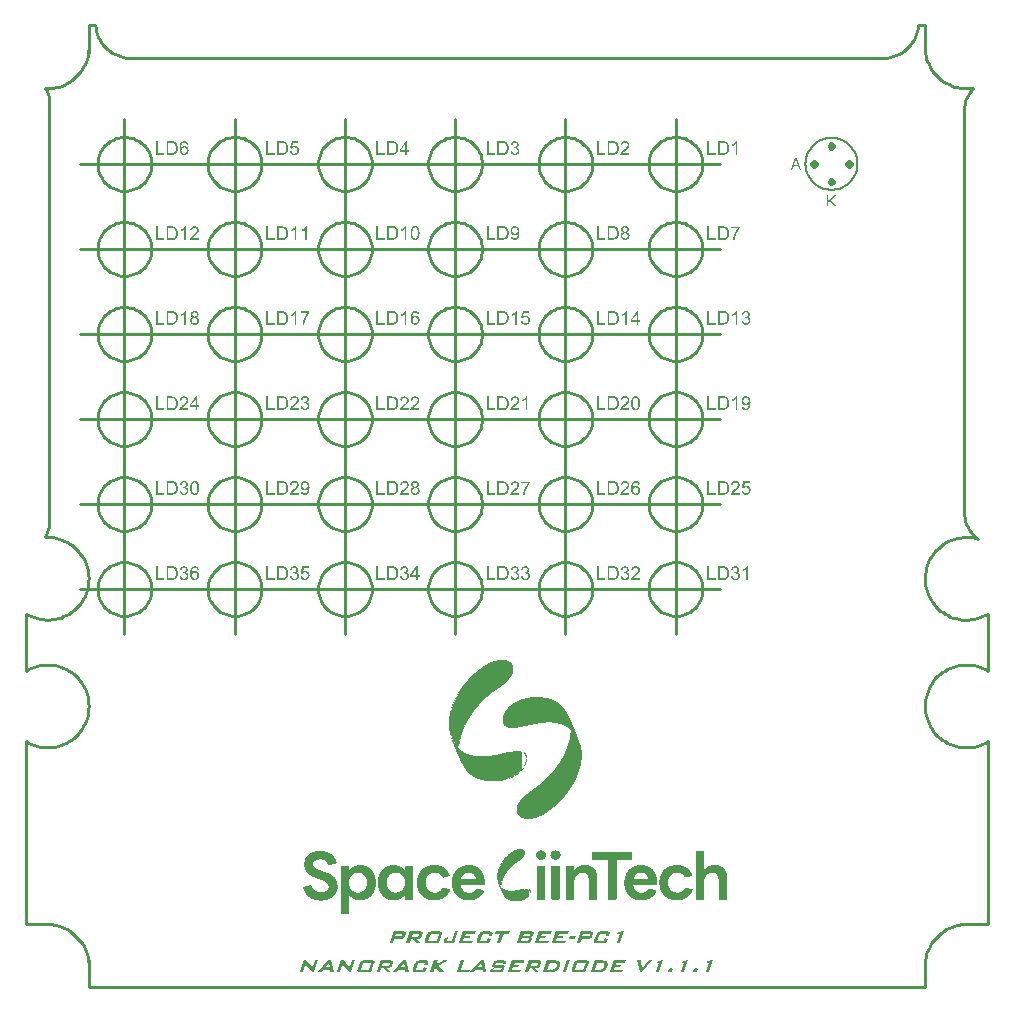
<source format=gbr>
G04*
G04 #@! TF.GenerationSoftware,Altium Limited,Altium Designer,24.1.2 (44)*
G04*
G04 Layer_Color=65535*
%FSLAX44Y44*%
%MOMM*%
G71*
G04*
G04 #@! TF.SameCoordinates,14EC1D3F-8ED5-41FF-9881-AC4D2EF9915D*
G04*
G04*
G04 #@! TF.FilePolarity,Positive*
G04*
G01*
G75*
%ADD10C,0.2500*%
%ADD11C,0.4000*%
%ADD12C,0.1500*%
%ADD13C,0.2540*%
G36*
X423156Y294763D02*
X423802D01*
Y294602D01*
X424932D01*
Y294440D01*
X425255D01*
Y294279D01*
X425739D01*
Y294118D01*
X426223D01*
Y293956D01*
X426385D01*
Y293795D01*
X426869D01*
Y293633D01*
X427192D01*
Y293472D01*
X427514D01*
Y293311D01*
X427676D01*
Y293149D01*
X427837D01*
Y292988D01*
X428160D01*
Y292826D01*
X428321D01*
Y292665D01*
X428483D01*
Y292504D01*
X428644D01*
Y292342D01*
X428806D01*
Y292181D01*
X428967D01*
Y292019D01*
X429128D01*
Y291858D01*
X429290D01*
Y291696D01*
X429451D01*
Y291374D01*
X429613D01*
Y291212D01*
X429774D01*
Y290889D01*
X429935D01*
Y290567D01*
X430097D01*
Y290244D01*
X430258D01*
Y289760D01*
X430420D01*
Y289275D01*
X430581D01*
Y288630D01*
X430742D01*
Y285563D01*
X430581D01*
Y284756D01*
X430420D01*
Y284433D01*
X430258D01*
Y283788D01*
X430097D01*
Y283465D01*
X429935D01*
Y282981D01*
X429774D01*
Y282658D01*
X429613D01*
Y282335D01*
X429451D01*
Y282012D01*
X429290D01*
Y281851D01*
X429128D01*
Y281528D01*
X428967D01*
Y281367D01*
X428806D01*
Y281044D01*
X428644D01*
Y280721D01*
X428483D01*
Y280560D01*
X428321D01*
Y280237D01*
X428160D01*
Y280075D01*
X427999D01*
Y279914D01*
X427837D01*
Y279591D01*
X427676D01*
Y279430D01*
X427514D01*
Y279268D01*
X427353D01*
Y279107D01*
X427192D01*
Y278784D01*
X426869D01*
Y278461D01*
X426707D01*
Y278300D01*
X426546D01*
Y278139D01*
X426385D01*
Y277977D01*
X426223D01*
Y277816D01*
X426062D01*
Y277654D01*
X425900D01*
Y277493D01*
X425739D01*
Y277332D01*
X425577D01*
Y277170D01*
X425416D01*
Y277009D01*
X425255D01*
Y276847D01*
X425093D01*
Y276686D01*
X424932D01*
Y276524D01*
X424770D01*
Y276363D01*
X424609D01*
Y276202D01*
X424448D01*
Y276040D01*
X424286D01*
Y275879D01*
X424125D01*
Y275717D01*
X423963D01*
Y275556D01*
X423802D01*
Y275395D01*
X423479D01*
Y275233D01*
X423318D01*
Y274910D01*
X422995D01*
Y274749D01*
X422834D01*
Y274588D01*
X422672D01*
Y274426D01*
X422511D01*
Y274265D01*
X422349D01*
Y274103D01*
X422026D01*
Y273942D01*
X421865D01*
Y273781D01*
X421542D01*
Y273619D01*
X421381D01*
Y273458D01*
X421219D01*
Y273296D01*
X421058D01*
Y273135D01*
X420897D01*
Y272973D01*
X420574D01*
Y272812D01*
X420412D01*
Y272651D01*
X420251D01*
Y272489D01*
X419928D01*
Y272328D01*
X419767D01*
Y272167D01*
X419605D01*
Y272005D01*
X419444D01*
Y271844D01*
X419121D01*
Y271682D01*
X418960D01*
Y271521D01*
X418637D01*
Y271360D01*
X418476D01*
Y271198D01*
X418314D01*
Y271037D01*
X417991D01*
Y270875D01*
X417830D01*
Y270714D01*
X417507D01*
Y270553D01*
X417346D01*
Y270391D01*
X417184D01*
Y270230D01*
X416862D01*
Y270068D01*
X416700D01*
Y269907D01*
X416377D01*
Y269746D01*
X416216D01*
Y269584D01*
X415893D01*
Y269423D01*
X415732D01*
Y269261D01*
X415409D01*
Y269100D01*
X415247D01*
Y268938D01*
X415086D01*
Y268777D01*
X414763D01*
Y268616D01*
X414440D01*
Y268454D01*
X414279D01*
Y268293D01*
X414118D01*
Y268131D01*
X413956D01*
Y267970D01*
X413633D01*
Y267809D01*
X413472D01*
Y267647D01*
X413149D01*
Y267486D01*
X412988D01*
Y267324D01*
X412826D01*
Y267163D01*
X412504D01*
Y267002D01*
X412342D01*
Y266840D01*
X412181D01*
Y266679D01*
X412019D01*
Y266517D01*
X411697D01*
Y266356D01*
X411535D01*
Y266194D01*
X411374D01*
Y266033D01*
X411051D01*
Y265872D01*
X410890D01*
Y265710D01*
X410728D01*
Y265549D01*
X410567D01*
Y265387D01*
X410405D01*
Y265226D01*
X410083D01*
Y265065D01*
X409921D01*
Y264903D01*
X409760D01*
Y264742D01*
X409598D01*
Y264580D01*
X409437D01*
Y264419D01*
X409114D01*
Y264258D01*
X408953D01*
Y264096D01*
X408791D01*
Y263935D01*
X408630D01*
Y263773D01*
X408469D01*
Y263612D01*
X408307D01*
Y263451D01*
X408146D01*
Y263289D01*
X407823D01*
Y263128D01*
X407662D01*
Y262966D01*
X407500D01*
Y262805D01*
X407339D01*
Y262644D01*
X407177D01*
Y262482D01*
X407016D01*
Y262321D01*
X406855D01*
Y262159D01*
X406693D01*
Y261998D01*
X406532D01*
Y261837D01*
X406370D01*
Y261675D01*
X406209D01*
Y261514D01*
X406048D01*
Y261352D01*
X405886D01*
Y261191D01*
X405725D01*
Y261030D01*
X405563D01*
Y260868D01*
X405402D01*
Y260707D01*
X405240D01*
Y260545D01*
X405079D01*
Y260384D01*
X404918D01*
Y260223D01*
X404756D01*
Y260061D01*
X404595D01*
Y259900D01*
X404433D01*
Y259738D01*
X404272D01*
Y259577D01*
X404111D01*
Y259416D01*
X403949D01*
Y259254D01*
X403788D01*
Y259093D01*
X403465D01*
Y258770D01*
X403142D01*
Y258447D01*
X402981D01*
Y258286D01*
X402819D01*
Y258124D01*
X402658D01*
Y257963D01*
X402497D01*
Y257801D01*
X402335D01*
Y257640D01*
X402174D01*
Y257479D01*
X402012D01*
Y257317D01*
X401851D01*
Y257156D01*
X401689D01*
Y256833D01*
X401528D01*
Y256672D01*
X401205D01*
Y256349D01*
X401044D01*
Y256187D01*
X400882D01*
Y256026D01*
X400721D01*
Y255865D01*
X400560D01*
Y255703D01*
X400398D01*
Y255380D01*
X400237D01*
Y255219D01*
X400075D01*
Y255058D01*
X399914D01*
Y254896D01*
X399753D01*
Y254735D01*
X399591D01*
Y254412D01*
X399430D01*
Y254251D01*
X399268D01*
Y254089D01*
X399107D01*
Y253928D01*
X398946D01*
Y253766D01*
X398784D01*
Y253444D01*
X398623D01*
Y253282D01*
X398461D01*
Y252959D01*
X398300D01*
Y252798D01*
X398139D01*
Y252637D01*
X397977D01*
Y252475D01*
X397816D01*
Y252314D01*
X397654D01*
Y251991D01*
X397493D01*
Y251829D01*
X397332D01*
Y251668D01*
X397170D01*
Y251345D01*
X397009D01*
Y251184D01*
X396847D01*
Y250861D01*
X396525D01*
Y250538D01*
X396363D01*
Y250377D01*
X396202D01*
Y250054D01*
X396040D01*
Y249731D01*
X395879D01*
Y249570D01*
X395718D01*
Y249408D01*
X395556D01*
Y249247D01*
X395395D01*
Y248924D01*
X395233D01*
Y248601D01*
X395072D01*
Y248440D01*
X394911D01*
Y248117D01*
X394588D01*
Y247633D01*
X394426D01*
Y247472D01*
X394265D01*
Y247310D01*
X394104D01*
Y246987D01*
X393942D01*
Y246826D01*
X393781D01*
Y246342D01*
X393619D01*
Y246180D01*
X393458D01*
Y246019D01*
X393297D01*
Y245696D01*
X393135D01*
Y245535D01*
X392974D01*
Y245051D01*
X392812D01*
Y244889D01*
X392651D01*
Y244566D01*
X392490D01*
Y244244D01*
X392167D01*
Y243598D01*
X391844D01*
Y243114D01*
X391683D01*
Y242952D01*
X391521D01*
Y242630D01*
X391360D01*
Y242307D01*
X391198D01*
Y242145D01*
X391037D01*
Y241500D01*
X390714D01*
Y240854D01*
X390553D01*
Y240693D01*
X390391D01*
Y240531D01*
X390230D01*
Y240047D01*
X390068D01*
Y239886D01*
X389907D01*
Y239240D01*
X389746D01*
Y239079D01*
X389584D01*
Y238756D01*
X389423D01*
Y238433D01*
X389261D01*
Y238110D01*
X389100D01*
Y237465D01*
X388939D01*
Y237303D01*
X388777D01*
Y236819D01*
X388616D01*
Y236496D01*
X388454D01*
Y236335D01*
X388293D01*
Y235528D01*
X387970D01*
Y234721D01*
X387809D01*
Y234398D01*
X387647D01*
Y234236D01*
X387486D01*
Y233429D01*
X387324D01*
Y233268D01*
X387163D01*
Y232300D01*
X386840D01*
Y231331D01*
X386679D01*
Y231008D01*
X386517D01*
Y230847D01*
X386356D01*
Y229717D01*
X386195D01*
Y229556D01*
X386033D01*
Y228426D01*
X385872D01*
Y227942D01*
X385710D01*
Y227619D01*
X385549D01*
Y226166D01*
X385388D01*
Y226005D01*
X385226D01*
Y223745D01*
X385065D01*
Y223584D01*
X384903D01*
Y219387D01*
X385065D01*
Y219064D01*
X385388D01*
Y218903D01*
X385549D01*
Y218742D01*
X385872D01*
Y218580D01*
X386033D01*
Y218419D01*
X386195D01*
Y218257D01*
X386517D01*
Y218096D01*
X386679D01*
Y217934D01*
X386840D01*
Y217773D01*
X387163D01*
Y217612D01*
X387324D01*
Y217450D01*
X387647D01*
Y217289D01*
X387809D01*
Y217127D01*
X388132D01*
Y216966D01*
X388454D01*
Y216805D01*
X388777D01*
Y216643D01*
X388939D01*
Y216482D01*
X389261D01*
Y216320D01*
X389746D01*
Y216159D01*
X389907D01*
Y215998D01*
X390230D01*
Y215836D01*
X390714D01*
Y215675D01*
X390875D01*
Y215513D01*
X391521D01*
Y215352D01*
X391683D01*
Y215191D01*
X392328D01*
Y215029D01*
X392812D01*
Y214868D01*
X393135D01*
Y214706D01*
X393781D01*
Y214545D01*
X394104D01*
Y214384D01*
X395072D01*
Y214222D01*
X395395D01*
Y214061D01*
X396202D01*
Y213899D01*
X397170D01*
Y213738D01*
X397977D01*
Y213577D01*
X400075D01*
Y213415D01*
X401528D01*
Y213254D01*
X405563D01*
Y213415D01*
X407177D01*
Y213577D01*
X410083D01*
Y213738D01*
X410728D01*
Y213899D01*
X412504D01*
Y214061D01*
X413149D01*
Y214222D01*
X413633D01*
Y214384D01*
X413795D01*
Y214222D01*
X414279D01*
Y214384D01*
X415086D01*
Y214545D01*
X415570D01*
Y214706D01*
X417023D01*
Y214868D01*
X417346D01*
Y215029D01*
X418798D01*
Y215191D01*
X419121D01*
Y215352D01*
X419444D01*
Y215513D01*
X420574D01*
Y215675D01*
X420897D01*
Y215836D01*
X422188D01*
Y215998D01*
X422349D01*
Y216159D01*
X423802D01*
Y216320D01*
X424125D01*
Y216482D01*
X424448D01*
Y216643D01*
X425900D01*
Y216805D01*
X426062D01*
Y216966D01*
X427999D01*
Y217127D01*
X428321D01*
Y217289D01*
X430420D01*
Y217450D01*
X430742D01*
Y217612D01*
X431065D01*
Y217773D01*
X437199D01*
Y217612D01*
X437360D01*
Y217450D01*
X437521D01*
Y217289D01*
X438813D01*
Y216966D01*
X437521D01*
Y216805D01*
X437683D01*
Y202278D01*
X437844D01*
Y201956D01*
X437683D01*
Y201794D01*
X437521D01*
Y201471D01*
X437844D01*
Y201794D01*
X438328D01*
Y202278D01*
X438651D01*
Y202924D01*
X438813D01*
Y202763D01*
X438974D01*
Y203085D01*
X439135D01*
Y203247D01*
X438974D01*
Y203408D01*
X438651D01*
Y203731D01*
X438974D01*
Y203408D01*
X439458D01*
Y203892D01*
X439781D01*
Y203408D01*
X439620D01*
Y203247D01*
X439458D01*
Y202924D01*
X439297D01*
Y202763D01*
X439135D01*
Y202601D01*
X438974D01*
Y202278D01*
X438813D01*
Y202117D01*
X438651D01*
Y201794D01*
X438490D01*
Y201633D01*
X438328D01*
Y201471D01*
X438167D01*
Y201310D01*
X438006D01*
Y201148D01*
X437844D01*
Y200987D01*
X437683D01*
Y200826D01*
X437521D01*
Y200664D01*
X437360D01*
Y200503D01*
X437199D01*
Y200341D01*
X437037D01*
Y200180D01*
X436876D01*
Y200019D01*
X436714D01*
Y199857D01*
X436553D01*
Y199696D01*
X436392D01*
Y199534D01*
X436230D01*
Y199373D01*
X436069D01*
Y199212D01*
X435907D01*
Y199050D01*
X435584D01*
Y198889D01*
X435423D01*
Y198727D01*
X435100D01*
Y198566D01*
X434939D01*
Y198405D01*
X434777D01*
Y198243D01*
X434616D01*
Y198082D01*
X434455D01*
Y197920D01*
X434132D01*
Y197759D01*
X433970D01*
Y197598D01*
X433486D01*
Y197436D01*
X433325D01*
Y197275D01*
X433163D01*
Y197113D01*
X432841D01*
Y197436D01*
X432195D01*
Y197275D01*
X432679D01*
Y197113D01*
X432841D01*
Y196952D01*
X432679D01*
Y196791D01*
X432195D01*
Y196468D01*
X431549D01*
Y196629D01*
X431227D01*
Y196791D01*
X430904D01*
Y196629D01*
X430742D01*
Y196468D01*
X431549D01*
Y196306D01*
X431388D01*
Y196145D01*
X431227D01*
Y195984D01*
X430742D01*
Y196306D01*
X429935D01*
Y196145D01*
X430097D01*
Y195984D01*
X430742D01*
Y195822D01*
X430581D01*
Y195661D01*
X429935D01*
Y195822D01*
X429774D01*
Y195984D01*
X429128D01*
Y195822D01*
X428967D01*
Y195661D01*
X429935D01*
Y195338D01*
X429128D01*
Y195015D01*
X428967D01*
Y194854D01*
X428160D01*
Y194692D01*
X427999D01*
Y194531D01*
X427192D01*
Y194208D01*
X426869D01*
Y194047D01*
X426062D01*
Y193885D01*
X425900D01*
Y193724D01*
X424770D01*
Y193563D01*
X424609D01*
Y193401D01*
X424286D01*
Y193240D01*
X423156D01*
Y193078D01*
X422995D01*
Y192917D01*
X421704D01*
Y192755D01*
X421381D01*
Y192594D01*
X419928D01*
Y192433D01*
X419283D01*
Y192271D01*
X418637D01*
Y192110D01*
X408791D01*
Y192271D01*
X408146D01*
Y192433D01*
X406370D01*
Y192594D01*
X406048D01*
Y192755D01*
X405402D01*
Y192917D01*
X404272D01*
Y193078D01*
X403949D01*
Y193240D01*
X402981D01*
Y193401D01*
X402819D01*
Y193563D01*
X402174D01*
Y193724D01*
X401689D01*
Y193885D01*
X401367D01*
Y194047D01*
X400721D01*
Y194208D01*
X400560D01*
Y194370D01*
X399914D01*
Y194531D01*
X399591D01*
Y194692D01*
X399268D01*
Y194854D01*
X398946D01*
Y195015D01*
X398784D01*
Y195177D01*
X398300D01*
Y195338D01*
X398139D01*
Y195499D01*
X397654D01*
Y195661D01*
X397493D01*
Y195822D01*
X397170D01*
Y195984D01*
X396847D01*
Y196145D01*
X396686D01*
Y196306D01*
X396363D01*
Y196468D01*
X396202D01*
Y196629D01*
X395879D01*
Y196791D01*
X395556D01*
Y196952D01*
X395395D01*
Y197113D01*
X395233D01*
Y197275D01*
X395072D01*
Y197436D01*
X394749D01*
Y197598D01*
X394588D01*
Y197759D01*
X394426D01*
Y197920D01*
X394104D01*
Y198082D01*
X393942D01*
Y198243D01*
X393781D01*
Y198405D01*
X393619D01*
Y198566D01*
X393458D01*
Y198727D01*
X393297D01*
Y198889D01*
X393135D01*
Y199050D01*
X392812D01*
Y199373D01*
X392490D01*
Y199534D01*
X392328D01*
Y199857D01*
X392167D01*
Y200019D01*
X392005D01*
Y200180D01*
X391844D01*
Y200341D01*
X391683D01*
Y200503D01*
X391521D01*
Y200664D01*
X391360D01*
Y200826D01*
X391198D01*
Y201148D01*
X391037D01*
Y201310D01*
X390875D01*
Y201471D01*
X390714D01*
Y201633D01*
X390553D01*
Y201956D01*
X390391D01*
Y202117D01*
X390230D01*
Y202278D01*
X390068D01*
Y202601D01*
X389907D01*
Y202763D01*
X389746D01*
Y203085D01*
X389584D01*
Y203247D01*
X389423D01*
Y203570D01*
X389261D01*
Y203892D01*
X389100D01*
Y204054D01*
X388939D01*
Y204377D01*
X388777D01*
Y204538D01*
X388616D01*
Y205022D01*
X388454D01*
Y205184D01*
X388293D01*
Y205345D01*
X388132D01*
Y205829D01*
X387970D01*
Y205991D01*
X387809D01*
Y206475D01*
X387647D01*
Y206636D01*
X387486D01*
Y206959D01*
X387324D01*
Y207282D01*
X387163D01*
Y207443D01*
X387002D01*
Y207927D01*
X386840D01*
Y208089D01*
X386679D01*
Y208573D01*
X386517D01*
Y208896D01*
X386356D01*
Y209057D01*
X386195D01*
Y209541D01*
X386033D01*
Y209703D01*
X385872D01*
Y210187D01*
X385710D01*
Y210348D01*
X385549D01*
Y210671D01*
X385388D01*
Y211156D01*
X385226D01*
Y211317D01*
X385065D01*
Y211963D01*
X384903D01*
Y212124D01*
X384742D01*
Y212608D01*
X384581D01*
Y212931D01*
X384419D01*
Y213092D01*
X384258D01*
Y213577D01*
X384096D01*
Y213899D01*
X383935D01*
Y214384D01*
X383774D01*
Y214706D01*
X383612D01*
Y215029D01*
X383451D01*
Y215352D01*
X383289D01*
Y215675D01*
X383128D01*
Y216159D01*
X382967D01*
Y216482D01*
X382805D01*
Y216966D01*
X382644D01*
Y217289D01*
X382482D01*
Y217612D01*
X382321D01*
Y218096D01*
X382160D01*
Y218257D01*
X381998D01*
Y218903D01*
X381837D01*
Y219064D01*
X381675D01*
Y219549D01*
X381514D01*
Y220033D01*
X381353D01*
Y220194D01*
X381191D01*
Y220840D01*
X381030D01*
Y221001D01*
X380868D01*
Y221486D01*
X380707D01*
Y221970D01*
X380546D01*
Y222292D01*
X380384D01*
Y222938D01*
X380223D01*
Y223099D01*
X380061D01*
Y223745D01*
X379900D01*
Y223906D01*
X379739D01*
Y224391D01*
X379577D01*
Y224875D01*
X379416D01*
Y225198D01*
X379254D01*
Y225843D01*
X379093D01*
Y226005D01*
X378932D01*
Y226489D01*
X378770D01*
Y227135D01*
X378609D01*
Y227296D01*
X378447D01*
Y228103D01*
X378286D01*
Y228264D01*
X378125D01*
Y229072D01*
X377963D01*
Y229233D01*
X377802D01*
Y230040D01*
X377640D01*
Y230201D01*
X377479D01*
Y231654D01*
X377317D01*
Y231815D01*
X377156D01*
Y231977D01*
X376995D01*
Y232461D01*
X377156D01*
Y232622D01*
X376995D01*
Y232945D01*
X376833D01*
Y233107D01*
X376672D01*
Y234559D01*
X376510D01*
Y234882D01*
X376349D01*
Y236658D01*
X376188D01*
Y237303D01*
X376026D01*
Y237626D01*
X375865D01*
Y244405D01*
X376026D01*
Y244728D01*
X376188D01*
Y245373D01*
X376349D01*
Y247633D01*
X376510D01*
Y247794D01*
X376672D01*
Y249570D01*
X376833D01*
Y249731D01*
X376995D01*
Y251022D01*
X377156D01*
Y251345D01*
X377317D01*
Y251507D01*
X377479D01*
Y252637D01*
X377640D01*
Y252798D01*
X377802D01*
Y253928D01*
X377963D01*
Y254089D01*
X378125D01*
Y254251D01*
X378286D01*
Y255058D01*
X378447D01*
Y255219D01*
X378609D01*
Y256187D01*
X378770D01*
Y256349D01*
X378932D01*
Y256994D01*
X379093D01*
Y257317D01*
X379254D01*
Y257479D01*
X379416D01*
Y258124D01*
X379577D01*
Y258286D01*
X379739D01*
Y257640D01*
X380061D01*
Y258124D01*
X379900D01*
Y258286D01*
X379739D01*
Y259093D01*
X379900D01*
Y259254D01*
X380061D01*
Y259416D01*
X380223D01*
Y260061D01*
X380384D01*
Y260223D01*
X380546D01*
Y259416D01*
X380707D01*
Y259577D01*
X380868D01*
Y260061D01*
X380707D01*
Y260223D01*
X380546D01*
Y260868D01*
X380707D01*
Y261030D01*
X380868D01*
Y261514D01*
X381030D01*
Y261675D01*
X381191D01*
Y261837D01*
X381353D01*
Y261030D01*
X381514D01*
Y261191D01*
X381675D01*
Y261675D01*
X381514D01*
Y261837D01*
X381353D01*
Y262482D01*
X381514D01*
Y262644D01*
X381675D01*
Y261837D01*
X381998D01*
Y262644D01*
X381675D01*
Y263128D01*
X381837D01*
Y263289D01*
X382160D01*
Y262644D01*
X382321D01*
Y262805D01*
X382482D01*
Y263128D01*
X382321D01*
Y263289D01*
X382160D01*
Y263451D01*
X381998D01*
Y263612D01*
X382160D01*
Y264096D01*
X382482D01*
Y263451D01*
X382805D01*
Y264096D01*
X382482D01*
Y264742D01*
X382967D01*
Y264096D01*
X383128D01*
Y264419D01*
X383289D01*
Y264580D01*
X383128D01*
Y264742D01*
X382967D01*
Y264903D01*
X382805D01*
Y265226D01*
X382967D01*
Y265549D01*
X383289D01*
Y266033D01*
X383451D01*
Y266194D01*
X383612D01*
Y265549D01*
X383774D01*
Y265387D01*
X383935D01*
Y266194D01*
X383612D01*
Y266679D01*
X383774D01*
Y266840D01*
X384096D01*
Y266194D01*
X384258D01*
Y266840D01*
X384096D01*
Y267486D01*
X384419D01*
Y267970D01*
X384581D01*
Y268131D01*
X384742D01*
Y268454D01*
X384903D01*
Y268616D01*
X385065D01*
Y268777D01*
X385226D01*
Y269261D01*
X385388D01*
Y269423D01*
X385549D01*
Y269746D01*
X385710D01*
Y269907D01*
X385872D01*
Y270068D01*
X386033D01*
Y270391D01*
X386195D01*
Y270553D01*
X386356D01*
Y270875D01*
X386517D01*
Y271037D01*
X386679D01*
Y271198D01*
X386840D01*
Y271521D01*
X387002D01*
Y271682D01*
X387163D01*
Y272005D01*
X387324D01*
Y272167D01*
X387486D01*
Y272489D01*
X387647D01*
Y272651D01*
X387809D01*
Y272812D01*
X387970D01*
Y273135D01*
X388132D01*
Y273296D01*
X388293D01*
Y273619D01*
X388616D01*
Y273942D01*
X388777D01*
Y274103D01*
X388939D01*
Y274265D01*
X389100D01*
Y274426D01*
X389261D01*
Y274588D01*
X389423D01*
Y274910D01*
X389584D01*
Y275072D01*
X389746D01*
Y275395D01*
X389907D01*
Y275556D01*
X390068D01*
Y275717D01*
X390230D01*
Y275879D01*
X390391D01*
Y276040D01*
X390553D01*
Y276363D01*
X390714D01*
Y276524D01*
X390875D01*
Y276686D01*
X391037D01*
Y276847D01*
X391360D01*
Y277332D01*
X391683D01*
Y277493D01*
X391844D01*
Y277816D01*
X392005D01*
Y277977D01*
X392167D01*
Y278139D01*
X392328D01*
Y278300D01*
X392490D01*
Y278461D01*
X392651D01*
Y278623D01*
X392812D01*
Y278784D01*
X392974D01*
Y278946D01*
X393135D01*
Y279107D01*
X393297D01*
Y279268D01*
X393458D01*
Y279430D01*
X393619D01*
Y279753D01*
X393781D01*
Y279914D01*
X393942D01*
Y280075D01*
X394104D01*
Y280237D01*
X394265D01*
Y280398D01*
X394426D01*
Y280560D01*
X394588D01*
Y280721D01*
X394749D01*
Y280882D01*
X394911D01*
Y281044D01*
X395072D01*
Y281205D01*
X395233D01*
Y281367D01*
X395556D01*
Y281689D01*
X395879D01*
Y281851D01*
X396040D01*
Y282012D01*
X396202D01*
Y282174D01*
X396363D01*
Y282335D01*
X396525D01*
Y282496D01*
X396686D01*
Y282819D01*
X397009D01*
Y282981D01*
X397170D01*
Y283142D01*
X397332D01*
Y283303D01*
X397493D01*
Y283465D01*
X397654D01*
Y283626D01*
X397977D01*
Y283788D01*
X398139D01*
Y283949D01*
X398300D01*
Y284111D01*
X398461D01*
Y284272D01*
X398623D01*
Y284433D01*
X398946D01*
Y284756D01*
X399268D01*
Y284918D01*
X399430D01*
Y285079D01*
X399591D01*
Y285240D01*
X399753D01*
Y285402D01*
X399914D01*
Y285563D01*
X400237D01*
Y285725D01*
X400398D01*
Y285886D01*
X400721D01*
Y286047D01*
X400882D01*
Y286209D01*
X401044D01*
Y286370D01*
X401205D01*
Y286532D01*
X401367D01*
Y286693D01*
X401689D01*
Y286854D01*
X401851D01*
Y287016D01*
X402012D01*
Y287177D01*
X402335D01*
Y287339D01*
X402497D01*
Y287500D01*
X402819D01*
Y287661D01*
X402981D01*
Y287823D01*
X403142D01*
Y287984D01*
X403465D01*
Y288146D01*
X403626D01*
Y288307D01*
X403949D01*
Y288468D01*
X404111D01*
Y288630D01*
X404272D01*
Y288791D01*
X404433D01*
Y288953D01*
X404756D01*
Y289114D01*
X405079D01*
Y289275D01*
X405240D01*
Y289437D01*
X405563D01*
Y289598D01*
X405725D01*
Y289760D01*
X405886D01*
Y289921D01*
X406209D01*
Y290082D01*
X406370D01*
Y290244D01*
X406693D01*
Y290405D01*
X406855D01*
Y290567D01*
X407339D01*
Y290728D01*
X407500D01*
Y290889D01*
X407662D01*
Y291051D01*
X408146D01*
Y291212D01*
X408307D01*
Y291374D01*
X408630D01*
Y291535D01*
X408791D01*
Y291696D01*
X409114D01*
Y291858D01*
X409437D01*
Y292019D01*
X409760D01*
Y292181D01*
X410244D01*
Y292342D01*
X410405D01*
Y292504D01*
X410890D01*
Y292665D01*
X411212D01*
Y292826D01*
X411374D01*
Y292988D01*
X412019D01*
Y293149D01*
X412181D01*
Y293311D01*
X412826D01*
Y293472D01*
X413149D01*
Y293633D01*
X413472D01*
Y293795D01*
X414279D01*
Y293956D01*
X414602D01*
Y294118D01*
X415570D01*
Y294279D01*
X415893D01*
Y294440D01*
X416700D01*
Y294602D01*
X417830D01*
Y294763D01*
X418637D01*
Y294925D01*
X423156D01*
Y294763D01*
D02*
G37*
G36*
X439620Y216643D02*
X438813D01*
Y216805D01*
X438974D01*
Y216966D01*
X439620D01*
Y216643D01*
D02*
G37*
G36*
X439458Y215836D02*
X438974D01*
Y216159D01*
X439458D01*
Y215836D01*
D02*
G37*
G36*
X440104Y215513D02*
X440265D01*
Y215352D01*
X440588D01*
Y215191D01*
Y215029D01*
X440265D01*
Y215352D01*
X439781D01*
Y215836D01*
X440104D01*
Y215513D01*
D02*
G37*
G36*
Y216482D02*
X440265D01*
Y216320D01*
X440427D01*
Y216159D01*
X440750D01*
Y215998D01*
X440911D01*
Y215836D01*
X441072D01*
Y215513D01*
X441234D01*
Y215352D01*
X441395D01*
Y215029D01*
X441072D01*
Y214706D01*
X440911D01*
Y215191D01*
X441072D01*
Y215352D01*
X440911D01*
Y215513D01*
X440750D01*
Y215352D01*
X440588D01*
Y215836D01*
X440265D01*
Y216159D01*
X439620D01*
Y216320D01*
X439781D01*
Y216643D01*
X440104D01*
Y216482D01*
D02*
G37*
G36*
X441718Y214222D02*
X441557D01*
Y214061D01*
X441395D01*
Y214222D01*
Y214384D01*
Y214868D01*
X441718D01*
Y214222D01*
D02*
G37*
G36*
X440750Y214706D02*
X440911D01*
Y214222D01*
X441072D01*
Y214061D01*
Y213899D01*
X440911D01*
Y214222D01*
X440588D01*
Y214868D01*
X440750D01*
Y214706D01*
D02*
G37*
G36*
X441395Y213415D02*
X441072D01*
Y213577D01*
X441395D01*
Y213415D01*
D02*
G37*
G36*
Y213092D02*
X441072D01*
Y213254D01*
X441395D01*
Y213092D01*
D02*
G37*
G36*
X442041Y213738D02*
X442202D01*
Y212931D01*
X442041D01*
Y212608D01*
Y212447D01*
Y212124D01*
X441718D01*
Y214061D01*
X442041D01*
Y213738D01*
D02*
G37*
G36*
X441718Y211156D02*
X441395D01*
Y211317D01*
Y211478D01*
X441718D01*
Y211156D01*
D02*
G37*
G36*
X442364Y211963D02*
X442525D01*
Y210994D01*
X442364D01*
Y210671D01*
X442202D01*
Y210994D01*
Y211156D01*
Y212124D01*
X442364D01*
Y211963D01*
D02*
G37*
G36*
X441395Y208896D02*
X441072D01*
Y209219D01*
X441395D01*
Y208896D01*
D02*
G37*
G36*
X441879Y210671D02*
X442041D01*
Y209864D01*
X442202D01*
Y208734D01*
X442041D01*
Y208412D01*
X441879D01*
Y208250D01*
X441718D01*
Y208896D01*
Y209057D01*
Y210833D01*
X441879D01*
Y210671D01*
D02*
G37*
G36*
X441072Y208250D02*
Y208089D01*
X440911D01*
Y208412D01*
X441072D01*
Y208250D01*
D02*
G37*
G36*
X440911Y207927D02*
X441072D01*
Y207605D01*
X440911D01*
Y207766D01*
Y207927D01*
X440588D01*
Y208089D01*
X440911D01*
Y207927D01*
D02*
G37*
G36*
X441557Y208250D02*
X441718D01*
Y207120D01*
X441395D01*
Y207766D01*
Y207927D01*
Y208412D01*
X441557D01*
Y208250D01*
D02*
G37*
G36*
X440588Y206475D02*
X440265D01*
Y206959D01*
X440588D01*
Y206475D01*
D02*
G37*
G36*
X440911Y207443D02*
X441072D01*
Y207120D01*
X441234D01*
Y206959D01*
X441395D01*
Y206313D01*
X441234D01*
Y206152D01*
X441072D01*
Y205991D01*
X440911D01*
Y205345D01*
X440750D01*
Y205184D01*
X440588D01*
Y206313D01*
X440750D01*
Y206152D01*
X440911D01*
Y207443D01*
X440588D01*
Y207605D01*
X440911D01*
Y207443D01*
D02*
G37*
G36*
X440265Y205991D02*
X439781D01*
Y206152D01*
X440265D01*
Y205991D01*
D02*
G37*
G36*
Y205506D02*
X439781D01*
Y205668D01*
X440265D01*
Y205506D01*
D02*
G37*
G36*
X439781Y204699D02*
X439458D01*
Y205345D01*
X439781D01*
Y204699D01*
D02*
G37*
G36*
X440427Y205184D02*
X440588D01*
Y204699D01*
X440427D01*
Y204538D01*
X440265D01*
Y205345D01*
X440427D01*
Y205184D01*
D02*
G37*
G36*
X439458Y204377D02*
Y204215D01*
X438974D01*
Y204538D01*
X439458D01*
Y204377D01*
D02*
G37*
G36*
X440265Y204215D02*
Y204054D01*
X440104D01*
Y203892D01*
X439781D01*
Y204538D01*
X440265D01*
Y204215D01*
D02*
G37*
G36*
X438974Y204054D02*
X439135D01*
Y203731D01*
X438974D01*
Y203892D01*
Y204054D01*
X438651D01*
Y204215D01*
X438974D01*
Y204054D01*
D02*
G37*
G36*
X438651Y203247D02*
Y203085D01*
X438328D01*
Y203408D01*
X438651D01*
Y203247D01*
D02*
G37*
G36*
X451725Y263451D02*
X453662D01*
Y263289D01*
X454146D01*
Y263451D01*
X454469D01*
Y263289D01*
X455760D01*
Y263128D01*
X457051D01*
Y262966D01*
X457858D01*
Y262805D01*
X458827D01*
Y262644D01*
X459311D01*
Y262482D01*
X460118D01*
Y262321D01*
X460764D01*
Y262159D01*
X461087D01*
Y261998D01*
X461894D01*
Y261837D01*
X462216D01*
Y261675D01*
X462862D01*
Y261514D01*
X463023D01*
Y261352D01*
X463507D01*
Y261191D01*
X463992D01*
Y261030D01*
X464315D01*
Y260868D01*
X464799D01*
Y260707D01*
X464960D01*
Y260545D01*
X465444D01*
Y260384D01*
X465606D01*
Y260223D01*
X465929D01*
Y260061D01*
X466413D01*
Y259900D01*
X466574D01*
Y259738D01*
X466897D01*
Y259577D01*
X467058D01*
Y259416D01*
X467381D01*
Y259254D01*
X467704D01*
Y259093D01*
X467865D01*
Y258931D01*
X468188D01*
Y258770D01*
X468350D01*
Y258608D01*
X468672D01*
Y258447D01*
X468834D01*
Y258286D01*
X468995D01*
Y258124D01*
X469318D01*
Y257963D01*
X469479D01*
Y257801D01*
X469802D01*
Y257479D01*
X470125D01*
Y257317D01*
X470286D01*
Y257156D01*
X470448D01*
Y256994D01*
X470609D01*
Y256833D01*
X470771D01*
Y256672D01*
X470932D01*
Y256510D01*
X471093D01*
Y256349D01*
X471255D01*
Y256187D01*
X471578D01*
Y256026D01*
X471739D01*
Y255703D01*
X471901D01*
Y255542D01*
X472062D01*
Y255380D01*
X472223D01*
Y255219D01*
X472385D01*
Y255058D01*
X472546D01*
Y254896D01*
X472708D01*
Y254735D01*
X472869D01*
Y254412D01*
X473030D01*
Y254251D01*
X473192D01*
Y254089D01*
X473353D01*
Y253928D01*
X473515D01*
Y253766D01*
X473676D01*
Y253444D01*
X473837D01*
Y253282D01*
X473999D01*
Y253121D01*
X474160D01*
Y252798D01*
X474322D01*
Y252637D01*
X474483D01*
Y252314D01*
X474645D01*
Y252152D01*
X474806D01*
Y251991D01*
X474967D01*
Y251668D01*
X475129D01*
Y251345D01*
X475290D01*
Y251184D01*
X475452D01*
Y250861D01*
X475613D01*
Y250538D01*
X475774D01*
Y250377D01*
X475936D01*
Y249893D01*
X476097D01*
Y249731D01*
X476259D01*
Y249408D01*
X476420D01*
Y249086D01*
X476581D01*
Y248763D01*
X476743D01*
Y248440D01*
X476904D01*
Y248117D01*
X477066D01*
Y247794D01*
X477227D01*
Y247472D01*
X477388D01*
Y247310D01*
X477550D01*
Y246665D01*
X477711D01*
Y246503D01*
X477873D01*
Y246180D01*
X478034D01*
Y245858D01*
X478195D01*
Y245535D01*
X478357D01*
Y245212D01*
X478518D01*
Y244889D01*
X478680D01*
Y244566D01*
X478841D01*
Y244244D01*
X479002D01*
Y243921D01*
X479164D01*
Y243437D01*
X479325D01*
Y243275D01*
X479487D01*
Y242791D01*
X479648D01*
Y242468D01*
X479809D01*
Y241984D01*
X479971D01*
Y241822D01*
X480132D01*
Y241500D01*
X480294D01*
Y241015D01*
X480455D01*
Y240854D01*
X480616D01*
Y240208D01*
X480778D01*
Y240047D01*
X480939D01*
Y239563D01*
X481101D01*
Y239240D01*
X481262D01*
Y238917D01*
X481423D01*
Y238433D01*
X481585D01*
Y238110D01*
X481746D01*
Y237626D01*
X481908D01*
Y237303D01*
X482069D01*
Y236980D01*
X482230D01*
Y236496D01*
X482392D01*
Y236173D01*
X482553D01*
Y235689D01*
X482715D01*
Y235366D01*
X482876D01*
Y235043D01*
X483037D01*
Y234559D01*
X483199D01*
Y234236D01*
X483360D01*
Y233752D01*
X483522D01*
Y233429D01*
X483683D01*
Y232945D01*
X483844D01*
Y232461D01*
X484006D01*
Y232138D01*
X484167D01*
Y231654D01*
X484329D01*
Y231493D01*
X484490D01*
Y230686D01*
X484652D01*
Y230524D01*
X484813D01*
Y230040D01*
X484974D01*
Y229556D01*
X485136D01*
Y229233D01*
X485297D01*
Y228587D01*
X485459D01*
Y228426D01*
X485620D01*
Y227780D01*
X485781D01*
Y227457D01*
X485943D01*
Y226973D01*
X486104D01*
Y226489D01*
X486266D01*
Y226166D01*
X486427D01*
Y225521D01*
X486588D01*
Y225036D01*
X486750D01*
Y224552D01*
X486911D01*
Y224068D01*
X487073D01*
Y223745D01*
X487234D01*
Y222938D01*
X487395D01*
Y222615D01*
X487557D01*
Y221808D01*
X487718D01*
Y221324D01*
X487880D01*
Y220517D01*
X488041D01*
Y219387D01*
X488203D01*
Y218419D01*
X488364D01*
Y215998D01*
X488525D01*
Y212770D01*
X488364D01*
Y210026D01*
X488203D01*
Y209219D01*
X488041D01*
Y207605D01*
X487880D01*
Y206959D01*
X487718D01*
Y206152D01*
X487557D01*
Y205184D01*
X487395D01*
Y204861D01*
X487234D01*
Y203892D01*
X487073D01*
Y203408D01*
X486911D01*
Y202924D01*
X486750D01*
Y202278D01*
X486588D01*
Y201794D01*
X486427D01*
Y201148D01*
X486266D01*
Y200826D01*
X486104D01*
Y200180D01*
X485943D01*
Y199857D01*
X485781D01*
Y199373D01*
X485620D01*
Y198889D01*
X485459D01*
Y198566D01*
X485297D01*
Y197920D01*
X485136D01*
Y197598D01*
X484974D01*
Y197113D01*
X484813D01*
Y196791D01*
X484652D01*
Y196468D01*
X484490D01*
Y195984D01*
X484329D01*
Y195661D01*
X484167D01*
Y195177D01*
X484006D01*
Y195015D01*
X483844D01*
Y194531D01*
X483683D01*
Y194208D01*
X483522D01*
Y193885D01*
X483360D01*
Y193563D01*
X483199D01*
Y193240D01*
X483037D01*
Y192917D01*
X482876D01*
Y192594D01*
X482715D01*
Y192271D01*
X482553D01*
Y191948D01*
X482392D01*
Y191626D01*
X482230D01*
Y191303D01*
X482069D01*
Y190980D01*
X481908D01*
Y190819D01*
X481746D01*
Y190334D01*
X481585D01*
Y190173D01*
X481423D01*
Y189850D01*
X481262D01*
Y189527D01*
X481101D01*
Y189366D01*
X480939D01*
Y189043D01*
X480778D01*
Y188720D01*
X480616D01*
Y188398D01*
X480455D01*
Y188236D01*
X480294D01*
Y187913D01*
X480132D01*
Y187752D01*
X479971D01*
Y187429D01*
X479809D01*
Y187106D01*
X479648D01*
Y186945D01*
X479487D01*
Y186622D01*
X479325D01*
Y186461D01*
X479164D01*
Y186138D01*
X479002D01*
Y185815D01*
X478841D01*
Y185654D01*
X478680D01*
Y185331D01*
X478518D01*
Y185169D01*
X478357D01*
Y184847D01*
X478195D01*
Y184685D01*
X478034D01*
Y184524D01*
X477873D01*
Y184201D01*
X477711D01*
Y184040D01*
X477550D01*
Y183717D01*
X477388D01*
Y183555D01*
X477227D01*
Y183394D01*
X477066D01*
Y183071D01*
X476904D01*
Y182910D01*
X476743D01*
Y182587D01*
X476581D01*
Y182425D01*
X476420D01*
Y182264D01*
X476259D01*
Y182103D01*
X476097D01*
Y181780D01*
X475936D01*
Y181618D01*
X475774D01*
Y181457D01*
X475613D01*
Y181134D01*
X475452D01*
Y180973D01*
X475290D01*
Y180812D01*
X475129D01*
Y180650D01*
X474967D01*
Y180327D01*
X474806D01*
Y180166D01*
X474645D01*
Y180004D01*
X474483D01*
Y179843D01*
X474322D01*
Y179682D01*
X474160D01*
Y179359D01*
X473999D01*
Y179197D01*
X473837D01*
Y179036D01*
X473676D01*
Y178875D01*
X473515D01*
Y178713D01*
X473353D01*
Y178390D01*
X473192D01*
Y178229D01*
X473030D01*
Y178068D01*
X472869D01*
Y177906D01*
X472708D01*
Y177745D01*
X472546D01*
Y177583D01*
X472385D01*
Y177422D01*
X472223D01*
Y177099D01*
X472062D01*
Y176938D01*
X471901D01*
Y176776D01*
X471739D01*
Y176615D01*
X471578D01*
Y176453D01*
X471416D01*
Y176292D01*
X471255D01*
Y176131D01*
X471093D01*
Y175969D01*
X470932D01*
Y175808D01*
X470771D01*
Y175646D01*
X470609D01*
Y175485D01*
X470448D01*
Y175324D01*
X470286D01*
Y175162D01*
X470125D01*
Y175001D01*
X469964D01*
Y174839D01*
X469802D01*
Y174678D01*
X469641D01*
Y174517D01*
X469479D01*
Y174355D01*
X469318D01*
Y174194D01*
X469157D01*
Y174032D01*
X468995D01*
Y173871D01*
X468834D01*
Y173710D01*
X468672D01*
Y173548D01*
X468511D01*
Y173387D01*
X468350D01*
Y173225D01*
X468188D01*
Y173064D01*
X468027D01*
Y172903D01*
X467865D01*
Y172741D01*
X467704D01*
Y172580D01*
X467543D01*
Y172418D01*
X467381D01*
Y172257D01*
X467058D01*
Y172096D01*
X466897D01*
Y171934D01*
X466736D01*
Y171773D01*
X466574D01*
Y171611D01*
X466413D01*
Y171450D01*
X466090D01*
Y171289D01*
X465929D01*
Y171127D01*
X465767D01*
Y170966D01*
X465606D01*
Y170804D01*
X465444D01*
Y170643D01*
X465283D01*
Y170482D01*
X465122D01*
Y170320D01*
X464799D01*
Y170159D01*
X464637D01*
Y169997D01*
X464476D01*
Y169836D01*
X464315D01*
Y169674D01*
X464153D01*
Y169513D01*
X463830D01*
Y169352D01*
X463669D01*
Y169190D01*
X463346D01*
Y169029D01*
X463185D01*
Y168867D01*
X463023D01*
Y168706D01*
X462862D01*
Y168545D01*
X462701D01*
Y168383D01*
X462378D01*
Y168222D01*
X462216D01*
Y168060D01*
X461894D01*
Y167899D01*
X461732D01*
Y167738D01*
X461571D01*
Y167576D01*
X461248D01*
Y167415D01*
X461087D01*
Y167253D01*
X460925D01*
Y167092D01*
X460602D01*
Y166931D01*
X460441D01*
Y166769D01*
X460118D01*
Y166608D01*
X459957D01*
Y166446D01*
X459634D01*
Y166285D01*
X459472D01*
Y166124D01*
X459311D01*
Y165962D01*
X458988D01*
Y165801D01*
X458827D01*
Y165639D01*
X458504D01*
Y165478D01*
X458343D01*
Y165317D01*
X458020D01*
Y165155D01*
X457858D01*
Y164994D01*
X457536D01*
Y164832D01*
X457213D01*
Y164671D01*
X457051D01*
Y164510D01*
X456729D01*
Y164348D01*
X456567D01*
Y164187D01*
X456244D01*
Y164025D01*
X455922D01*
Y163864D01*
X455760D01*
Y163703D01*
X455276D01*
Y163541D01*
X455115D01*
Y163380D01*
X454792D01*
Y163218D01*
X454469D01*
Y163057D01*
X454146D01*
Y162896D01*
X453662D01*
Y162734D01*
X453500D01*
Y162573D01*
X453016D01*
Y162411D01*
X452693D01*
Y162250D01*
X452209D01*
Y162089D01*
X451886D01*
Y161927D01*
X451564D01*
Y161766D01*
X450918D01*
Y161604D01*
X450595D01*
Y161443D01*
X449949D01*
Y161282D01*
X449465D01*
Y161120D01*
X448981D01*
Y160959D01*
X448013D01*
Y160797D01*
X447528D01*
Y160636D01*
X446399D01*
Y160474D01*
X445269D01*
Y160313D01*
X441395D01*
Y160474D01*
X440588D01*
Y160636D01*
X439458D01*
Y160797D01*
X439135D01*
Y160959D01*
X438490D01*
Y161120D01*
X438167D01*
Y161282D01*
X437683D01*
Y161443D01*
X437360D01*
Y161604D01*
X437199D01*
Y161766D01*
X436714D01*
Y161927D01*
X436553D01*
Y162089D01*
X436230D01*
Y162250D01*
X436069D01*
Y162411D01*
X435907D01*
Y162573D01*
X435746D01*
Y162734D01*
X435584D01*
Y162896D01*
X435423D01*
Y163057D01*
X435262D01*
Y163218D01*
X435100D01*
Y163380D01*
X434939D01*
Y163541D01*
X434777D01*
Y163703D01*
X434616D01*
Y164025D01*
X434455D01*
Y164187D01*
X434293D01*
Y164510D01*
X434132D01*
Y164994D01*
X433970D01*
Y165155D01*
X433809D01*
Y165801D01*
X433648D01*
Y166285D01*
X433486D01*
Y167253D01*
X433325D01*
Y169352D01*
X433486D01*
Y170320D01*
X433648D01*
Y170804D01*
X433809D01*
Y171450D01*
X433970D01*
Y171773D01*
X434132D01*
Y172257D01*
X434293D01*
Y172580D01*
X434455D01*
Y172741D01*
X434616D01*
Y173225D01*
X434777D01*
Y173387D01*
X434939D01*
Y173871D01*
X435100D01*
Y174032D01*
X435262D01*
Y174355D01*
X435423D01*
Y174517D01*
X435584D01*
Y174678D01*
X435746D01*
Y175001D01*
X435907D01*
Y175162D01*
X436069D01*
Y175485D01*
X436230D01*
Y175646D01*
X436392D01*
Y175808D01*
X436553D01*
Y176131D01*
X436876D01*
Y176453D01*
X437037D01*
Y176615D01*
X437199D01*
Y176776D01*
X437360D01*
Y177099D01*
X437521D01*
Y177261D01*
X437683D01*
Y177422D01*
X437844D01*
Y177583D01*
X438006D01*
Y177745D01*
X438167D01*
Y177906D01*
X438328D01*
Y178068D01*
X438490D01*
Y178229D01*
X438651D01*
Y178390D01*
X438813D01*
Y178552D01*
X438974D01*
Y178713D01*
X439135D01*
Y178875D01*
X439297D01*
Y179036D01*
X439458D01*
Y179197D01*
X439620D01*
Y179359D01*
X439781D01*
Y179520D01*
X439943D01*
Y179682D01*
X440265D01*
Y179843D01*
X440427D01*
Y180004D01*
X440588D01*
Y180166D01*
X440750D01*
Y180327D01*
X440911D01*
Y180489D01*
X441072D01*
Y180650D01*
X441395D01*
Y180812D01*
X441557D01*
Y180973D01*
X441718D01*
Y181134D01*
X441879D01*
Y181296D01*
X442041D01*
Y181457D01*
X442202D01*
Y181618D01*
X442525D01*
Y181780D01*
X442686D01*
Y181941D01*
X442848D01*
Y182103D01*
X443009D01*
Y182264D01*
X443332D01*
Y182425D01*
X443493D01*
Y182587D01*
X443655D01*
Y182748D01*
X443978D01*
Y182910D01*
X444139D01*
Y183071D01*
X444300D01*
Y183233D01*
X444462D01*
Y183394D01*
X444785D01*
Y183555D01*
X444946D01*
Y183717D01*
X445269D01*
Y183878D01*
X445430D01*
Y184040D01*
X445592D01*
Y184201D01*
X445914D01*
Y184362D01*
X446076D01*
Y184524D01*
X446399D01*
Y184685D01*
X446560D01*
Y184847D01*
X446721D01*
Y185008D01*
X447044D01*
Y185169D01*
X447206D01*
Y185331D01*
X447528D01*
Y185492D01*
X447690D01*
Y185654D01*
X447851D01*
Y185815D01*
X448174D01*
Y185976D01*
X448335D01*
Y186138D01*
X448658D01*
Y186299D01*
X448820D01*
Y186461D01*
X449142D01*
Y186622D01*
X449304D01*
Y186783D01*
X449465D01*
Y186945D01*
X449788D01*
Y187106D01*
X449949D01*
Y187268D01*
X450272D01*
Y187429D01*
X450434D01*
Y187591D01*
X450595D01*
Y187752D01*
X450918D01*
Y187913D01*
X451079D01*
Y188075D01*
X451402D01*
Y188236D01*
X451564D01*
Y188398D01*
X451725D01*
Y188559D01*
X451886D01*
Y188720D01*
X452048D01*
Y188882D01*
X452371D01*
Y189043D01*
X452532D01*
Y189205D01*
X452693D01*
Y189366D01*
X453016D01*
Y189527D01*
X453178D01*
Y189689D01*
X453339D01*
Y189850D01*
X453500D01*
Y190012D01*
X453823D01*
Y190173D01*
X453985D01*
Y190334D01*
X454146D01*
Y190496D01*
X454308D01*
Y190657D01*
X454469D01*
Y190819D01*
X454792D01*
Y191141D01*
X455115D01*
Y191303D01*
X455276D01*
Y191464D01*
X455437D01*
Y191626D01*
X455599D01*
Y191787D01*
X455760D01*
Y191948D01*
X456083D01*
Y192110D01*
X456244D01*
Y192271D01*
X456406D01*
Y192433D01*
X456567D01*
Y192594D01*
X456729D01*
Y192755D01*
X456890D01*
Y192917D01*
X457051D01*
Y193078D01*
X457213D01*
Y193240D01*
X457374D01*
Y193401D01*
X457536D01*
Y193563D01*
X457697D01*
Y193724D01*
X457858D01*
Y193885D01*
X458020D01*
Y194047D01*
X458181D01*
Y194208D01*
X458343D01*
Y194370D01*
X458504D01*
Y194531D01*
X458665D01*
Y194692D01*
X458827D01*
Y194854D01*
X458988D01*
Y195015D01*
X459150D01*
Y195177D01*
X459311D01*
Y195338D01*
X459472D01*
Y195499D01*
X459634D01*
Y195661D01*
X459795D01*
Y195822D01*
X459957D01*
Y195984D01*
X460118D01*
Y196145D01*
X460279D01*
Y196306D01*
X460441D01*
Y196468D01*
X460602D01*
Y196629D01*
X460764D01*
Y196791D01*
X460925D01*
Y196952D01*
X461087D01*
Y197113D01*
X461248D01*
Y197275D01*
X461409D01*
Y197436D01*
X461571D01*
Y197598D01*
X461732D01*
Y197759D01*
X461894D01*
Y197920D01*
X462055D01*
Y198082D01*
X462216D01*
Y198243D01*
X462378D01*
Y198405D01*
X462539D01*
Y198727D01*
X462701D01*
Y198889D01*
X462862D01*
Y199050D01*
X463023D01*
Y199212D01*
X463185D01*
Y199373D01*
X463346D01*
Y199696D01*
X463507D01*
Y199857D01*
X463669D01*
Y200019D01*
X463830D01*
Y200180D01*
X463992D01*
Y200341D01*
X464153D01*
Y200503D01*
X464315D01*
Y200826D01*
X464476D01*
Y200987D01*
X464637D01*
Y201148D01*
X464799D01*
Y201310D01*
X464960D01*
Y201633D01*
X465122D01*
Y201794D01*
X465283D01*
Y201956D01*
X465444D01*
Y202117D01*
X465606D01*
Y202440D01*
X465767D01*
Y202601D01*
X465929D01*
Y202763D01*
X466090D01*
Y203085D01*
X466251D01*
Y203247D01*
X466413D01*
Y203408D01*
X466574D01*
Y203570D01*
X466736D01*
Y203892D01*
X466897D01*
Y204054D01*
X467058D01*
Y204215D01*
X467220D01*
Y204538D01*
X467381D01*
Y204699D01*
X467543D01*
Y205022D01*
X467704D01*
Y205184D01*
X467865D01*
Y205345D01*
X468027D01*
Y205668D01*
X468188D01*
Y205829D01*
X468350D01*
Y206152D01*
X468511D01*
Y206313D01*
X468672D01*
Y206636D01*
X468834D01*
Y206798D01*
X468995D01*
Y206959D01*
X469157D01*
Y207282D01*
X469318D01*
Y207443D01*
X469479D01*
Y207766D01*
X469641D01*
Y207927D01*
X469802D01*
Y208250D01*
X469964D01*
Y208573D01*
X470125D01*
Y208734D01*
X470286D01*
Y209057D01*
X470448D01*
Y209219D01*
X470609D01*
Y209541D01*
X470771D01*
Y209864D01*
X470932D01*
Y210026D01*
X471093D01*
Y210348D01*
X471255D01*
Y210510D01*
X471416D01*
Y210994D01*
X471578D01*
Y211156D01*
X471739D01*
Y211478D01*
X471901D01*
Y211801D01*
X472062D01*
Y211963D01*
X472223D01*
Y212285D01*
X472385D01*
Y212608D01*
X472546D01*
Y213092D01*
X472708D01*
Y213254D01*
X472869D01*
Y213415D01*
X473030D01*
Y213899D01*
X473192D01*
Y214061D01*
X473353D01*
Y214545D01*
X473515D01*
Y214706D01*
X473676D01*
Y215191D01*
X473837D01*
Y215513D01*
X473999D01*
Y215675D01*
X474160D01*
Y216159D01*
X474322D01*
Y216482D01*
X474483D01*
Y216805D01*
X474645D01*
Y217127D01*
X474806D01*
Y217612D01*
X474967D01*
Y217934D01*
X475129D01*
Y218257D01*
X475290D01*
Y218742D01*
X475452D01*
Y219064D01*
X475613D01*
Y219549D01*
X475774D01*
Y219871D01*
X475936D01*
Y220194D01*
X476097D01*
Y220840D01*
X476259D01*
Y221163D01*
X476420D01*
Y221808D01*
X476581D01*
Y222131D01*
X476743D01*
Y222615D01*
X476904D01*
Y223099D01*
X477066D01*
Y223584D01*
X477227D01*
Y224229D01*
X477388D01*
Y224552D01*
X477550D01*
Y225359D01*
X477711D01*
Y225843D01*
X477873D01*
Y226328D01*
X478034D01*
Y227296D01*
X478195D01*
Y227780D01*
X478357D01*
Y228910D01*
X478518D01*
Y229717D01*
X478680D01*
Y230686D01*
X478841D01*
Y231977D01*
X479002D01*
Y233107D01*
X479164D01*
Y236012D01*
X479002D01*
Y236173D01*
X478841D01*
Y236335D01*
X478680D01*
Y236496D01*
X478357D01*
Y236658D01*
X478195D01*
Y236819D01*
X478034D01*
Y236980D01*
X477711D01*
Y237142D01*
X477550D01*
Y237303D01*
X477227D01*
Y237465D01*
X477066D01*
Y237626D01*
X476904D01*
Y237787D01*
X476581D01*
Y237949D01*
X476420D01*
Y238110D01*
X475936D01*
Y238272D01*
X475774D01*
Y238433D01*
X475452D01*
Y238594D01*
X475290D01*
Y238756D01*
X474967D01*
Y238917D01*
X474483D01*
Y239079D01*
X474322D01*
Y239240D01*
X473837D01*
Y239401D01*
X473515D01*
Y239563D01*
X473192D01*
Y239724D01*
X472869D01*
Y239886D01*
X472546D01*
Y240047D01*
X471901D01*
Y240208D01*
X471578D01*
Y240370D01*
X470932D01*
Y240531D01*
X470609D01*
Y240693D01*
X469964D01*
Y240854D01*
X469318D01*
Y241015D01*
X468834D01*
Y241177D01*
X467704D01*
Y241338D01*
X467058D01*
Y241500D01*
X465767D01*
Y241661D01*
X464476D01*
Y241822D01*
X463185D01*
Y241984D01*
X458343D01*
Y241822D01*
X456729D01*
Y241661D01*
X454792D01*
Y241500D01*
X453339D01*
Y241338D01*
X452532D01*
Y241177D01*
X451241D01*
Y241015D01*
X450434D01*
Y240854D01*
X449304D01*
Y240693D01*
X448658D01*
Y240531D01*
X448013D01*
Y240370D01*
X446883D01*
Y240208D01*
X446399D01*
Y240047D01*
X445269D01*
Y239886D01*
X444785D01*
Y239724D01*
X443978D01*
Y239563D01*
X443332D01*
Y239401D01*
X442848D01*
Y239240D01*
X441879D01*
Y239079D01*
X441395D01*
Y238917D01*
X440588D01*
Y238756D01*
X439781D01*
Y238594D01*
X439135D01*
Y238433D01*
X438167D01*
Y238272D01*
X437521D01*
Y238110D01*
X436230D01*
Y237949D01*
X435746D01*
Y237787D01*
X434616D01*
Y237626D01*
X433163D01*
Y237465D01*
X432195D01*
Y237303D01*
X427676D01*
Y237465D01*
X426869D01*
Y237626D01*
X426062D01*
Y237787D01*
X425577D01*
Y237949D01*
X425255D01*
Y238110D01*
X424770D01*
Y238272D01*
X424448D01*
Y238433D01*
X424125D01*
Y238594D01*
X423963D01*
Y238756D01*
X423802D01*
Y238917D01*
X423479D01*
Y239079D01*
X423318D01*
Y239240D01*
X423156D01*
Y239401D01*
X422995D01*
Y239563D01*
X422834D01*
Y239724D01*
X422672D01*
Y240047D01*
X422511D01*
Y240370D01*
X422349D01*
Y240531D01*
X422188D01*
Y241015D01*
X422026D01*
Y241338D01*
X421865D01*
Y242145D01*
X421704D01*
Y242791D01*
X421542D01*
Y245051D01*
X421704D01*
Y245858D01*
X421865D01*
Y246987D01*
X422026D01*
Y247310D01*
X422188D01*
Y247956D01*
X422349D01*
Y248440D01*
X422511D01*
Y248763D01*
X422672D01*
Y249247D01*
X422834D01*
Y249408D01*
X422995D01*
Y249893D01*
X423156D01*
Y250215D01*
X423318D01*
Y250538D01*
X423479D01*
Y250861D01*
X423641D01*
Y251022D01*
X423802D01*
Y251507D01*
X423963D01*
Y251668D01*
X424125D01*
Y251991D01*
X424286D01*
Y252152D01*
X424448D01*
Y252314D01*
X424609D01*
Y252637D01*
X424770D01*
Y252798D01*
X424932D01*
Y253121D01*
X425093D01*
Y253282D01*
X425255D01*
Y253444D01*
X425416D01*
Y253605D01*
X425577D01*
Y253766D01*
X425739D01*
Y254089D01*
X425900D01*
Y254251D01*
X426062D01*
Y254412D01*
X426223D01*
Y254573D01*
X426385D01*
Y254735D01*
X426546D01*
Y254896D01*
X426707D01*
Y255058D01*
X426869D01*
Y255219D01*
X427030D01*
Y255380D01*
X427192D01*
Y255542D01*
X427353D01*
Y255703D01*
X427514D01*
Y255865D01*
X427837D01*
Y256026D01*
X427999D01*
Y256187D01*
X428160D01*
Y256349D01*
X428321D01*
Y256510D01*
X428483D01*
Y256672D01*
X428806D01*
Y256833D01*
X428967D01*
Y256994D01*
X429128D01*
Y257156D01*
X429290D01*
Y257317D01*
X429613D01*
Y257479D01*
X429774D01*
Y257640D01*
X429935D01*
Y257801D01*
X430258D01*
Y257963D01*
X430420D01*
Y258124D01*
X430742D01*
Y258286D01*
X431065D01*
Y258447D01*
X431227D01*
Y258608D01*
X431549D01*
Y258770D01*
X431711D01*
Y258931D01*
X432195D01*
Y259093D01*
X432356D01*
Y259254D01*
X432679D01*
Y259416D01*
X433002D01*
Y259577D01*
X433163D01*
Y259738D01*
X433648D01*
Y259900D01*
X433809D01*
Y260061D01*
X434293D01*
Y260223D01*
X434616D01*
Y260384D01*
X434939D01*
Y260545D01*
X435423D01*
Y260707D01*
X435746D01*
Y260868D01*
X436230D01*
Y261030D01*
X436553D01*
Y261191D01*
X437037D01*
Y261352D01*
X437521D01*
Y261514D01*
X437844D01*
Y261675D01*
X438651D01*
Y261837D01*
X438974D01*
Y261998D01*
X439620D01*
Y262159D01*
X440104D01*
Y262321D01*
X440750D01*
Y262482D01*
X441557D01*
Y262644D01*
X442202D01*
Y262805D01*
X443171D01*
Y262966D01*
X443816D01*
Y263128D01*
X444946D01*
Y263289D01*
X446883D01*
Y263451D01*
X449142D01*
Y263612D01*
X451725D01*
Y263451D01*
D02*
G37*
G36*
X467058Y133520D02*
X468027D01*
Y133358D01*
X468350D01*
Y133197D01*
X468511D01*
Y133036D01*
X468995D01*
Y132874D01*
X469157D01*
Y132713D01*
X469318D01*
Y132551D01*
X469479D01*
Y132390D01*
X469641D01*
Y132229D01*
X469802D01*
Y131906D01*
X469964D01*
Y131744D01*
X470125D01*
Y131422D01*
X470286D01*
Y130937D01*
X470448D01*
Y130453D01*
X470609D01*
Y129001D01*
X470448D01*
Y128516D01*
X470286D01*
Y128032D01*
X470125D01*
Y127709D01*
X469964D01*
Y127548D01*
X469802D01*
Y127225D01*
X469641D01*
Y127064D01*
X469479D01*
Y126902D01*
X469318D01*
Y126741D01*
X469157D01*
Y126580D01*
X468834D01*
Y126418D01*
X468672D01*
Y126257D01*
X468350D01*
Y126095D01*
X467865D01*
Y125934D01*
X467543D01*
Y125772D01*
X465122D01*
Y125934D01*
X464799D01*
Y126095D01*
X464315D01*
Y126257D01*
X463992D01*
Y126418D01*
X463830D01*
Y126580D01*
X463507D01*
Y126741D01*
X463346D01*
Y126902D01*
X463185D01*
Y127064D01*
X463023D01*
Y127225D01*
X462862D01*
Y127548D01*
X462701D01*
Y127709D01*
X462539D01*
Y128194D01*
X462378D01*
Y128516D01*
X462216D01*
Y129323D01*
X462055D01*
Y130130D01*
X462216D01*
Y130937D01*
X462378D01*
Y131260D01*
X462539D01*
Y131744D01*
X462701D01*
Y131906D01*
X462862D01*
Y132229D01*
X463023D01*
Y132390D01*
X463185D01*
Y132551D01*
X463346D01*
Y132713D01*
X463507D01*
Y132874D01*
X463669D01*
Y133036D01*
X464153D01*
Y133197D01*
X464315D01*
Y133358D01*
X464637D01*
Y133520D01*
X465606D01*
Y133681D01*
X467058D01*
Y133520D01*
D02*
G37*
G36*
X454953D02*
X455922D01*
Y133358D01*
X456083D01*
Y133197D01*
X456406D01*
Y133036D01*
X456729D01*
Y132874D01*
X456890D01*
Y132713D01*
X457213D01*
Y132551D01*
X457374D01*
Y132390D01*
X457536D01*
Y132229D01*
X457697D01*
Y131906D01*
X457858D01*
Y131583D01*
X458020D01*
Y131422D01*
X458181D01*
Y130615D01*
X458343D01*
Y128839D01*
X458181D01*
Y128032D01*
X458020D01*
Y127871D01*
X457858D01*
Y127548D01*
X457697D01*
Y127225D01*
X457536D01*
Y127064D01*
X457374D01*
Y126902D01*
X457213D01*
Y126741D01*
X457051D01*
Y126580D01*
X456729D01*
Y126418D01*
X456567D01*
Y126257D01*
X456244D01*
Y126095D01*
X455760D01*
Y125934D01*
X455437D01*
Y125772D01*
X453016D01*
Y125934D01*
X452532D01*
Y126095D01*
X452209D01*
Y126257D01*
X451886D01*
Y126418D01*
X451564D01*
Y126580D01*
X451402D01*
Y126741D01*
X451241D01*
Y126902D01*
X450918D01*
Y127225D01*
X450757D01*
Y127387D01*
X450595D01*
Y127709D01*
X450434D01*
Y128032D01*
X450272D01*
Y128355D01*
X450111D01*
Y131099D01*
X450272D01*
Y131260D01*
Y131422D01*
X450434D01*
Y131744D01*
X450595D01*
Y132067D01*
X450757D01*
Y132229D01*
X450918D01*
Y132390D01*
X451079D01*
Y132551D01*
X451241D01*
Y132713D01*
X451402D01*
Y132874D01*
X451564D01*
Y133036D01*
X451886D01*
Y133197D01*
X452209D01*
Y133358D01*
X452532D01*
Y133520D01*
X453339D01*
Y133681D01*
X454953D01*
Y133520D01*
D02*
G37*
G36*
X437037Y134650D02*
X438167D01*
Y134488D01*
X438490D01*
Y134327D01*
X438813D01*
Y134165D01*
X439135D01*
Y134004D01*
X439297D01*
Y133843D01*
X439458D01*
Y133681D01*
X439620D01*
Y133520D01*
X439781D01*
Y133358D01*
X439943D01*
Y133036D01*
X440104D01*
Y132713D01*
X440265D01*
Y132229D01*
X440427D01*
Y130615D01*
X440265D01*
Y129969D01*
X440104D01*
Y129808D01*
X439943D01*
Y129323D01*
X439781D01*
Y129162D01*
X439620D01*
Y128839D01*
X439458D01*
Y128516D01*
X439297D01*
Y128355D01*
X439135D01*
Y128194D01*
X438974D01*
Y128032D01*
X438813D01*
Y127709D01*
X438651D01*
Y127548D01*
X438490D01*
Y127387D01*
X438328D01*
Y127225D01*
X438167D01*
Y127064D01*
X438006D01*
Y126902D01*
X437844D01*
Y126741D01*
X437683D01*
Y126580D01*
X437521D01*
Y126418D01*
X437360D01*
Y126257D01*
X437037D01*
Y126095D01*
X436876D01*
Y125934D01*
X436714D01*
Y125772D01*
X436553D01*
Y125611D01*
X436392D01*
Y125450D01*
X436069D01*
Y125288D01*
X435907D01*
Y125127D01*
X435584D01*
Y124965D01*
X435423D01*
Y124804D01*
X435262D01*
Y124643D01*
X434939D01*
Y124481D01*
X434777D01*
Y124320D01*
X434455D01*
Y124158D01*
X434293D01*
Y123997D01*
X434132D01*
Y123836D01*
X433809D01*
Y123674D01*
X433648D01*
Y123513D01*
X433325D01*
Y123351D01*
X433163D01*
Y123190D01*
X432841D01*
Y123029D01*
X432679D01*
Y122867D01*
X432518D01*
Y122706D01*
X432195D01*
Y122544D01*
X432034D01*
Y122383D01*
X431872D01*
Y122222D01*
X431711D01*
Y122060D01*
X431549D01*
Y121899D01*
X431227D01*
Y121737D01*
X431065D01*
Y121576D01*
X430904D01*
Y121414D01*
X430742D01*
Y121253D01*
X430420D01*
Y121092D01*
X430258D01*
Y120769D01*
X429935D01*
Y120608D01*
X429774D01*
Y120446D01*
X429613D01*
Y120285D01*
X429451D01*
Y120123D01*
X429290D01*
Y119962D01*
X429128D01*
Y119801D01*
X428967D01*
Y119639D01*
X428806D01*
Y119478D01*
X428644D01*
Y119316D01*
X428483D01*
Y119155D01*
X428321D01*
Y118994D01*
X428160D01*
Y118832D01*
X427999D01*
Y118671D01*
X427837D01*
Y118509D01*
X427676D01*
Y118348D01*
X427514D01*
Y118025D01*
X427353D01*
Y117864D01*
X427192D01*
Y117702D01*
X427030D01*
Y117379D01*
X426869D01*
Y117218D01*
X426707D01*
Y117057D01*
X426546D01*
Y116895D01*
X426385D01*
Y116734D01*
X426223D01*
Y116572D01*
X426062D01*
Y116411D01*
X425900D01*
Y116088D01*
X425739D01*
Y115927D01*
X425577D01*
Y115604D01*
X425416D01*
Y115443D01*
X425255D01*
Y115120D01*
X425093D01*
Y114958D01*
X424932D01*
Y114797D01*
X424770D01*
Y114313D01*
X424609D01*
Y114151D01*
X424448D01*
Y113990D01*
X424286D01*
Y113667D01*
X424125D01*
Y113506D01*
X423963D01*
Y113183D01*
X423802D01*
Y113021D01*
X423641D01*
Y112537D01*
X423479D01*
Y112376D01*
X423318D01*
Y112053D01*
X423156D01*
Y111730D01*
X422995D01*
Y111569D01*
X422834D01*
Y111085D01*
X422672D01*
Y110762D01*
X422511D01*
Y110600D01*
X422349D01*
Y109955D01*
X422188D01*
Y109793D01*
X422026D01*
Y109148D01*
X421865D01*
Y108986D01*
X421704D01*
Y108341D01*
X421542D01*
Y108018D01*
X421381D01*
Y107857D01*
X421219D01*
Y106727D01*
X421058D01*
Y106565D01*
X420897D01*
Y105274D01*
X420735D01*
Y104790D01*
X420574D01*
Y104628D01*
X420412D01*
Y102530D01*
X420574D01*
Y102207D01*
X420735D01*
Y102046D01*
X420897D01*
Y101885D01*
X421058D01*
Y101723D01*
X421219D01*
Y101562D01*
X421542D01*
Y101400D01*
X421704D01*
Y101239D01*
X422026D01*
Y101077D01*
X422188D01*
Y100916D01*
X422672D01*
Y100755D01*
X422834D01*
Y100593D01*
X423318D01*
Y100432D01*
X423641D01*
Y100271D01*
X423963D01*
Y100109D01*
X424770D01*
Y99948D01*
X425093D01*
Y99786D01*
X426062D01*
Y99625D01*
X427030D01*
Y99464D01*
X427353D01*
Y99625D01*
X428160D01*
Y99464D01*
X428483D01*
Y99302D01*
X428644D01*
Y99464D01*
X428967D01*
Y99625D01*
X429290D01*
Y99464D01*
X430420D01*
Y99625D01*
X432356D01*
Y99786D01*
X433163D01*
Y99948D01*
X433486D01*
Y100109D01*
X435100D01*
Y100271D01*
X435262D01*
Y100432D01*
X436553D01*
Y100593D01*
X436876D01*
Y100755D01*
X438490D01*
Y100916D01*
X438813D01*
Y101077D01*
X438974D01*
Y101239D01*
X441072D01*
Y101400D01*
X441234D01*
Y101239D01*
X442686D01*
Y101400D01*
X442848D01*
Y101239D01*
X443493D01*
Y101077D01*
X443655D01*
Y101239D01*
X443978D01*
Y101077D01*
X444139D01*
Y100916D01*
X444300D01*
Y100755D01*
X444623D01*
Y100593D01*
X444785D01*
Y100271D01*
X444946D01*
Y100109D01*
X445107D01*
Y99948D01*
X445269D01*
Y97365D01*
X445107D01*
Y97043D01*
X444946D01*
Y97204D01*
X444785D01*
Y99786D01*
X444946D01*
Y99948D01*
X444785D01*
Y100109D01*
X444623D01*
Y99948D01*
X444462D01*
Y100432D01*
X444139D01*
Y100755D01*
X443171D01*
Y100593D01*
X443332D01*
Y100432D01*
X443493D01*
Y96074D01*
X443655D01*
Y95751D01*
X443493D01*
Y95267D01*
X443332D01*
Y94944D01*
X443655D01*
Y95428D01*
X444139D01*
Y94944D01*
X443816D01*
Y94621D01*
X443655D01*
Y94460D01*
X443493D01*
Y94299D01*
X443332D01*
Y94137D01*
X443171D01*
Y93976D01*
X443009D01*
Y93814D01*
X442848D01*
Y93653D01*
X442686D01*
Y93491D01*
X442364D01*
Y93330D01*
X442202D01*
Y93169D01*
X442041D01*
Y93007D01*
X441557D01*
Y92684D01*
X441234D01*
Y92523D01*
X440911D01*
Y92362D01*
X440750D01*
Y92200D01*
X440265D01*
Y92523D01*
X439458D01*
Y92362D01*
X439781D01*
Y92200D01*
X440265D01*
Y91877D01*
X439458D01*
Y91716D01*
X439297D01*
Y91555D01*
X438974D01*
Y91393D01*
X438651D01*
Y91555D01*
X438490D01*
Y91393D01*
X438328D01*
Y91232D01*
X438167D01*
Y91070D01*
X437037D01*
Y90909D01*
X436714D01*
Y90748D01*
X435584D01*
Y90586D01*
X434455D01*
Y90425D01*
X431711D01*
Y90586D01*
X429613D01*
Y90748D01*
X429290D01*
Y90909D01*
X428644D01*
Y91070D01*
X427999D01*
Y91232D01*
X427676D01*
Y91393D01*
X427030D01*
Y91555D01*
X426869D01*
Y91716D01*
X426385D01*
Y91877D01*
X426062D01*
Y92039D01*
X425900D01*
Y92200D01*
X425577D01*
Y92362D01*
X425416D01*
Y92523D01*
X425093D01*
Y92684D01*
X424932D01*
Y92846D01*
X424609D01*
Y93007D01*
X424448D01*
Y93169D01*
X424286D01*
Y93330D01*
X424125D01*
Y93491D01*
X423963D01*
Y93653D01*
X423802D01*
Y93814D01*
X423641D01*
Y93976D01*
X423479D01*
Y94137D01*
X423318D01*
Y94460D01*
X423156D01*
Y94621D01*
X422995D01*
Y94783D01*
X422834D01*
Y94944D01*
X422672D01*
Y95267D01*
X422511D01*
Y95428D01*
X422349D01*
Y95751D01*
X422188D01*
Y96074D01*
X422026D01*
Y96397D01*
X421865D01*
Y96720D01*
X421704D01*
Y97043D01*
X421542D01*
Y97365D01*
X421381D01*
Y97527D01*
X421219D01*
Y97850D01*
X421058D01*
Y98334D01*
X420897D01*
Y98495D01*
X420735D01*
Y98979D01*
X420574D01*
Y99302D01*
X420412D01*
Y99625D01*
X420251D01*
Y100109D01*
X420090D01*
Y100271D01*
X419928D01*
Y100755D01*
X419767D01*
Y101077D01*
X419605D01*
Y101400D01*
X419444D01*
Y101885D01*
X419283D01*
Y102207D01*
X419121D01*
Y102692D01*
X418960D01*
Y103014D01*
X418798D01*
Y103499D01*
X418637D01*
Y103821D01*
X418476D01*
Y104144D01*
X418314D01*
Y104790D01*
X418153D01*
Y104951D01*
X417991D01*
Y105758D01*
X417669D01*
Y106727D01*
X417507D01*
Y106888D01*
X417346D01*
Y107372D01*
X417507D01*
Y107534D01*
X417346D01*
Y108502D01*
X417184D01*
Y108664D01*
X417023D01*
Y114636D01*
X417184D01*
Y114797D01*
X417346D01*
Y116250D01*
X417507D01*
Y116411D01*
X417669D01*
Y117379D01*
X417830D01*
Y117541D01*
X417991D01*
Y117702D01*
X418153D01*
Y118671D01*
X418476D01*
Y117864D01*
X418798D01*
Y118509D01*
X418637D01*
Y118671D01*
X418476D01*
Y119478D01*
X418637D01*
Y119639D01*
X418798D01*
Y119962D01*
X418960D01*
Y120446D01*
X419121D01*
Y120608D01*
X419283D01*
Y121092D01*
X419444D01*
Y121253D01*
X419605D01*
Y120769D01*
X419767D01*
Y120446D01*
X419928D01*
Y121253D01*
X419605D01*
Y121737D01*
X419767D01*
Y121899D01*
X420090D01*
Y121253D01*
X420412D01*
Y121899D01*
X420090D01*
Y122544D01*
X420251D01*
Y122706D01*
X420412D01*
Y123029D01*
X420574D01*
Y123190D01*
X420735D01*
Y123674D01*
X420897D01*
Y123836D01*
X421219D01*
Y124320D01*
X421381D01*
Y124481D01*
X421542D01*
Y124804D01*
X421704D01*
Y124965D01*
X421865D01*
Y125127D01*
X422026D01*
Y125450D01*
X422188D01*
Y125611D01*
X422349D01*
Y125772D01*
X422511D01*
Y125934D01*
X422672D01*
Y126257D01*
X422834D01*
Y126418D01*
X422995D01*
Y126580D01*
X423156D01*
Y126902D01*
X423479D01*
Y127225D01*
X423641D01*
Y127387D01*
X423802D01*
Y127548D01*
X423963D01*
Y127709D01*
X424125D01*
Y127871D01*
X424286D01*
Y128032D01*
X424448D01*
Y128194D01*
X424609D01*
Y128355D01*
X424770D01*
Y128516D01*
X424932D01*
Y128678D01*
X425093D01*
Y128839D01*
X425255D01*
Y129001D01*
X425416D01*
Y129162D01*
X425577D01*
Y129323D01*
X425739D01*
Y129485D01*
X425900D01*
Y129646D01*
X426062D01*
Y129808D01*
X426223D01*
Y129969D01*
X426385D01*
Y130130D01*
X426546D01*
Y130292D01*
X426869D01*
Y130453D01*
X427030D01*
Y130615D01*
X427192D01*
Y130776D01*
X427353D01*
Y130937D01*
X427514D01*
Y131099D01*
X427837D01*
Y131260D01*
X427999D01*
Y131422D01*
X428321D01*
Y131583D01*
X428483D01*
Y131744D01*
X428644D01*
Y131906D01*
X428806D01*
Y132067D01*
X428967D01*
Y132229D01*
X429451D01*
Y132390D01*
X429613D01*
Y132551D01*
X429774D01*
Y132713D01*
X430097D01*
Y132874D01*
X430258D01*
Y133036D01*
X430581D01*
Y133197D01*
X430742D01*
Y133358D01*
X431227D01*
Y133520D01*
X431388D01*
Y133681D01*
X431711D01*
Y133843D01*
X432195D01*
Y134004D01*
X432356D01*
Y134165D01*
X433163D01*
Y134327D01*
X433486D01*
Y134488D01*
X434132D01*
Y134650D01*
X435262D01*
Y134811D01*
X437037D01*
Y134650D01*
D02*
G37*
G36*
X268853Y133197D02*
X270306D01*
Y133036D01*
X271275D01*
Y132874D01*
X271597D01*
Y132713D01*
X272566D01*
Y132551D01*
X272889D01*
Y132390D01*
X273373D01*
Y132229D01*
X273857D01*
Y132067D01*
X274018D01*
Y131906D01*
X274503D01*
Y131744D01*
X274664D01*
Y131583D01*
X275148D01*
Y131422D01*
X275310D01*
Y131260D01*
X275632D01*
Y131099D01*
X275794D01*
Y130937D01*
X275955D01*
Y130776D01*
X276278D01*
Y130615D01*
X276439D01*
Y130453D01*
X276762D01*
Y130292D01*
X276924D01*
Y130130D01*
X277085D01*
Y129969D01*
X277246D01*
Y129808D01*
X277408D01*
Y129646D01*
X277569D01*
Y129485D01*
X277731D01*
Y129323D01*
X277892D01*
Y129162D01*
X278053D01*
Y129001D01*
X278215D01*
Y128839D01*
X278376D01*
Y128678D01*
X278538D01*
Y128355D01*
X278861D01*
Y128032D01*
X279022D01*
Y127709D01*
X279183D01*
Y127548D01*
X279345D01*
Y127225D01*
X279506D01*
Y127064D01*
X279668D01*
Y126741D01*
X279829D01*
Y126418D01*
X279990D01*
Y126095D01*
X280152D01*
Y125772D01*
X280313D01*
Y125450D01*
X280475D01*
Y124965D01*
X280636D01*
Y124643D01*
X280797D01*
Y124158D01*
X280959D01*
Y123674D01*
X281120D01*
Y122867D01*
X280959D01*
Y122706D01*
X280636D01*
Y122544D01*
X280152D01*
Y122383D01*
X279506D01*
Y122222D01*
X278861D01*
Y122060D01*
X278376D01*
Y121899D01*
X277408D01*
Y121737D01*
X277085D01*
Y121576D01*
X276278D01*
Y121414D01*
X275632D01*
Y121253D01*
X275148D01*
Y121092D01*
X273857D01*
Y121253D01*
X273696D01*
Y121414D01*
X273534D01*
Y122060D01*
X273373D01*
Y122222D01*
X273211D01*
Y122544D01*
X273050D01*
Y122867D01*
X272889D01*
Y123029D01*
X272727D01*
Y123351D01*
X272566D01*
Y123513D01*
X272404D01*
Y123836D01*
X272243D01*
Y123997D01*
X272082D01*
Y124158D01*
X271920D01*
Y124320D01*
X271759D01*
Y124481D01*
X271597D01*
Y124643D01*
X271436D01*
Y124804D01*
X271275D01*
Y124965D01*
X270952D01*
Y125127D01*
X270790D01*
Y125288D01*
X270467D01*
Y125450D01*
X269983D01*
Y125611D01*
X269822D01*
Y125772D01*
X269015D01*
Y125934D01*
X268369D01*
Y126095D01*
X265787D01*
Y125934D01*
X265141D01*
Y125772D01*
X264173D01*
Y125611D01*
X264011D01*
Y125450D01*
X263527D01*
Y125288D01*
X263204D01*
Y125127D01*
X263043D01*
Y124965D01*
X262720D01*
Y124804D01*
X262559D01*
Y124643D01*
X262397D01*
Y124481D01*
X262236D01*
Y124320D01*
X262075D01*
Y124158D01*
X261913D01*
Y123997D01*
X261752D01*
Y123674D01*
X261590D01*
Y123513D01*
X261429D01*
Y121899D01*
X261268D01*
Y121737D01*
X261429D01*
Y120769D01*
X261590D01*
Y120608D01*
X261752D01*
Y120285D01*
X261913D01*
Y119962D01*
X262075D01*
Y119801D01*
X262236D01*
Y119639D01*
X262397D01*
Y119478D01*
X262559D01*
Y119316D01*
X262720D01*
Y119155D01*
X262882D01*
Y118994D01*
X263043D01*
Y118832D01*
X263204D01*
Y118671D01*
X263366D01*
Y118509D01*
X263689D01*
Y118348D01*
X264011D01*
Y118187D01*
X264173D01*
Y118025D01*
X264496D01*
Y117864D01*
X264657D01*
Y117702D01*
X264980D01*
Y117541D01*
X265464D01*
Y117379D01*
X265787D01*
Y117218D01*
X266271D01*
Y117057D01*
X266594D01*
Y116895D01*
X266917D01*
Y116734D01*
X267562D01*
Y116572D01*
X267724D01*
Y116411D01*
X268531D01*
Y116250D01*
X268692D01*
Y116088D01*
X269338D01*
Y115927D01*
X269822D01*
Y115765D01*
X270306D01*
Y115604D01*
X270952D01*
Y115443D01*
X271275D01*
Y115281D01*
X271920D01*
Y115120D01*
X272243D01*
Y114958D01*
X272727D01*
Y114797D01*
X273050D01*
Y114636D01*
X273373D01*
Y114474D01*
X273857D01*
Y114313D01*
X274180D01*
Y114151D01*
X274664D01*
Y113990D01*
X274825D01*
Y113828D01*
X275148D01*
Y113667D01*
X275632D01*
Y113506D01*
X275794D01*
Y113344D01*
X276117D01*
Y113183D01*
X276278D01*
Y113021D01*
X276601D01*
Y112860D01*
X276924D01*
Y112699D01*
X277085D01*
Y112537D01*
X277408D01*
Y112376D01*
X277569D01*
Y112214D01*
X277731D01*
Y112053D01*
X278053D01*
Y111892D01*
X278215D01*
Y111730D01*
X278376D01*
Y111569D01*
X278538D01*
Y111407D01*
X278699D01*
Y111246D01*
X278861D01*
Y111085D01*
X279022D01*
Y110923D01*
X279183D01*
Y110762D01*
X279345D01*
Y110600D01*
X279506D01*
Y110439D01*
X279668D01*
Y110116D01*
X279829D01*
Y109955D01*
X279990D01*
Y109632D01*
X280152D01*
Y109471D01*
X280313D01*
Y109148D01*
X280475D01*
Y108825D01*
X280636D01*
Y108664D01*
X280797D01*
Y108179D01*
X280959D01*
Y107857D01*
X281120D01*
Y107534D01*
X281282D01*
Y106888D01*
X281443D01*
Y106565D01*
X281604D01*
Y105597D01*
X281766D01*
Y104790D01*
X281927D01*
Y101400D01*
X281766D01*
Y100593D01*
X281604D01*
Y99786D01*
X281443D01*
Y99464D01*
X281282D01*
Y98818D01*
X281120D01*
Y98495D01*
X280959D01*
Y98172D01*
X280797D01*
Y97850D01*
X280636D01*
Y97527D01*
X280475D01*
Y97204D01*
X280313D01*
Y97043D01*
X280152D01*
Y96720D01*
X279990D01*
Y96397D01*
X279668D01*
Y96074D01*
X279506D01*
Y95913D01*
X279345D01*
Y95751D01*
X279183D01*
Y95590D01*
X279022D01*
Y95428D01*
X278861D01*
Y95267D01*
X278699D01*
Y95106D01*
X278538D01*
Y94944D01*
X278376D01*
Y94783D01*
X278215D01*
Y94621D01*
X278053D01*
Y94460D01*
X277892D01*
Y94299D01*
X277569D01*
Y94137D01*
X277408D01*
Y93976D01*
X277085D01*
Y93814D01*
X276924D01*
Y93653D01*
X276601D01*
Y93491D01*
X276439D01*
Y93330D01*
X276117D01*
Y93169D01*
X275794D01*
Y93007D01*
X275471D01*
Y92846D01*
X275148D01*
Y92684D01*
X274825D01*
Y92523D01*
X274341D01*
Y92362D01*
X274018D01*
Y92200D01*
X273534D01*
Y92039D01*
X272889D01*
Y91877D01*
X272404D01*
Y91716D01*
X271597D01*
Y91555D01*
X270790D01*
Y91393D01*
X269499D01*
Y91232D01*
X265787D01*
Y91393D01*
X264173D01*
Y91555D01*
X263689D01*
Y91716D01*
X262720D01*
Y91877D01*
X262236D01*
Y92039D01*
X261590D01*
Y92200D01*
X261268D01*
Y92362D01*
X260783D01*
Y92523D01*
X260299D01*
Y92684D01*
X260138D01*
Y92846D01*
X259653D01*
Y93007D01*
X259492D01*
Y93169D01*
X259169D01*
Y93330D01*
X258846D01*
Y93491D01*
X258685D01*
Y93653D01*
X258362D01*
Y93814D01*
X258201D01*
Y93976D01*
X257878D01*
Y94137D01*
X257717D01*
Y94299D01*
X257555D01*
Y94460D01*
X257232D01*
Y94621D01*
X257071D01*
Y94783D01*
X256910D01*
Y94944D01*
X256748D01*
Y95106D01*
X256587D01*
Y95267D01*
X256425D01*
Y95428D01*
X256264D01*
Y95590D01*
X256103D01*
Y95751D01*
X255941D01*
Y95913D01*
X255780D01*
Y96074D01*
X255618D01*
Y96235D01*
X255457D01*
Y96397D01*
X255296D01*
Y96720D01*
X255134D01*
Y96881D01*
X254973D01*
Y97204D01*
X254811D01*
Y97365D01*
X254650D01*
Y97527D01*
X254489D01*
Y97850D01*
X254327D01*
Y98011D01*
X254166D01*
Y98495D01*
X254004D01*
Y98657D01*
X253843D01*
Y98979D01*
X253681D01*
Y99302D01*
X253520D01*
Y99625D01*
X253359D01*
Y100109D01*
X253197D01*
Y100271D01*
X253036D01*
Y100916D01*
X252874D01*
Y101239D01*
X252713D01*
Y101723D01*
X252552D01*
Y102530D01*
X252713D01*
Y102692D01*
X252874D01*
Y102853D01*
X253681D01*
Y103014D01*
X254166D01*
Y103176D01*
X254811D01*
Y103337D01*
X255457D01*
Y103499D01*
X256103D01*
Y103660D01*
X256910D01*
Y103821D01*
X257394D01*
Y103983D01*
X258362D01*
Y104144D01*
X259492D01*
Y103983D01*
X259653D01*
Y103660D01*
X259815D01*
Y103337D01*
X259976D01*
Y102853D01*
X260138D01*
Y102692D01*
X260299D01*
Y102207D01*
X260460D01*
Y102046D01*
X260622D01*
Y101723D01*
X260783D01*
Y101562D01*
X260945D01*
Y101400D01*
X261106D01*
Y101077D01*
X261268D01*
Y100916D01*
X261429D01*
Y100755D01*
X261590D01*
Y100593D01*
X261752D01*
Y100432D01*
X261913D01*
Y100271D01*
X262075D01*
Y100109D01*
X262397D01*
Y99948D01*
X262559D01*
Y99786D01*
X262882D01*
Y99625D01*
X263043D01*
Y99464D01*
X263366D01*
Y99302D01*
X263689D01*
Y99141D01*
X264011D01*
Y98979D01*
X264657D01*
Y98818D01*
X265141D01*
Y98657D01*
X266594D01*
Y98495D01*
X268531D01*
Y98657D01*
X270306D01*
Y98818D01*
X270790D01*
Y98979D01*
X271436D01*
Y99141D01*
X271759D01*
Y99302D01*
X272082D01*
Y99464D01*
X272404D01*
Y99625D01*
X272566D01*
Y99786D01*
X272889D01*
Y99948D01*
X273050D01*
Y100109D01*
X273211D01*
Y100271D01*
X273373D01*
Y100432D01*
X273534D01*
Y100755D01*
X273696D01*
Y100916D01*
X273857D01*
Y101400D01*
X274018D01*
Y101885D01*
X274180D01*
Y102692D01*
X274341D01*
Y103014D01*
X274180D01*
Y103821D01*
X274018D01*
Y104306D01*
X273857D01*
Y104790D01*
X273696D01*
Y104951D01*
X273534D01*
Y105274D01*
X273373D01*
Y105435D01*
X273211D01*
Y105758D01*
X273050D01*
Y105920D01*
X272889D01*
Y106081D01*
X272727D01*
Y106243D01*
X272566D01*
Y106404D01*
X272243D01*
Y106565D01*
X272082D01*
Y106727D01*
X271759D01*
Y106888D01*
X271597D01*
Y107050D01*
X271436D01*
Y107211D01*
X271113D01*
Y107372D01*
X270790D01*
Y107534D01*
X270467D01*
Y107695D01*
X270145D01*
Y107857D01*
X269983D01*
Y108018D01*
X269499D01*
Y108179D01*
X269176D01*
Y108341D01*
X268531D01*
Y108502D01*
X268369D01*
Y108664D01*
X267885D01*
Y108825D01*
X267401D01*
Y108986D01*
X267078D01*
Y109148D01*
X266432D01*
Y109309D01*
X266110D01*
Y109471D01*
X265625D01*
Y109632D01*
X265141D01*
Y109793D01*
X264818D01*
Y109955D01*
X264173D01*
Y110116D01*
X263850D01*
Y110278D01*
X263204D01*
Y110439D01*
X262882D01*
Y110600D01*
X262559D01*
Y110762D01*
X262075D01*
Y110923D01*
X261752D01*
Y111085D01*
X261268D01*
Y111246D01*
X261106D01*
Y111407D01*
X260622D01*
Y111569D01*
X260460D01*
Y111730D01*
X260138D01*
Y111892D01*
X259815D01*
Y112053D01*
X259492D01*
Y112214D01*
X259169D01*
Y112376D01*
X259008D01*
Y112537D01*
X258846D01*
Y112699D01*
X258524D01*
Y112860D01*
X258362D01*
Y113021D01*
X258039D01*
Y113183D01*
X257878D01*
Y113344D01*
X257717D01*
Y113506D01*
X257555D01*
Y113667D01*
X257394D01*
Y113828D01*
X257071D01*
Y113990D01*
X256910D01*
Y114151D01*
X256748D01*
Y114313D01*
X256587D01*
Y114474D01*
X256425D01*
Y114636D01*
X256264D01*
Y114797D01*
X256103D01*
Y115120D01*
X255941D01*
Y115281D01*
X255780D01*
Y115443D01*
X255618D01*
Y115604D01*
X255457D01*
Y115927D01*
X255296D01*
Y116250D01*
X255134D01*
Y116411D01*
X254973D01*
Y116734D01*
X254811D01*
Y116895D01*
X254650D01*
Y117218D01*
X254489D01*
Y117702D01*
X254327D01*
Y118025D01*
X254166D01*
Y118509D01*
X254004D01*
Y118994D01*
X253843D01*
Y119962D01*
X253681D01*
Y123997D01*
X253843D01*
Y124804D01*
X254004D01*
Y125127D01*
X254166D01*
Y125772D01*
X254327D01*
Y126095D01*
X254489D01*
Y126580D01*
X254650D01*
Y126902D01*
X254811D01*
Y127064D01*
X254973D01*
Y127387D01*
X255134D01*
Y127548D01*
X255296D01*
Y128032D01*
X255457D01*
Y128194D01*
X255618D01*
Y128355D01*
X255780D01*
Y128516D01*
X255941D01*
Y128678D01*
X256103D01*
Y129001D01*
X256264D01*
Y129162D01*
X256425D01*
Y129323D01*
X256587D01*
Y129485D01*
X256748D01*
Y129646D01*
X256910D01*
Y129808D01*
X257071D01*
Y129969D01*
X257394D01*
Y130130D01*
X257555D01*
Y130292D01*
X257717D01*
Y130453D01*
X257878D01*
Y130615D01*
X258039D01*
Y130776D01*
X258362D01*
Y130937D01*
X258524D01*
Y131099D01*
X258846D01*
Y131260D01*
X259169D01*
Y131422D01*
X259331D01*
Y131583D01*
X259815D01*
Y131744D01*
X259976D01*
Y131906D01*
X260460D01*
Y132067D01*
X260783D01*
Y132229D01*
X261106D01*
Y132390D01*
X261590D01*
Y132551D01*
X261913D01*
Y132713D01*
X262882D01*
Y132874D01*
X263204D01*
Y133036D01*
X264334D01*
Y133197D01*
X265625D01*
Y133358D01*
X268853D01*
Y133197D01*
D02*
G37*
G36*
X303394Y120930D02*
X304040D01*
Y120769D01*
X304685D01*
Y120608D01*
X305331D01*
Y120446D01*
X305654D01*
Y120285D01*
X306299D01*
Y120123D01*
X306461D01*
Y119962D01*
X306945D01*
Y119801D01*
X307268D01*
Y119639D01*
X307429D01*
Y119478D01*
X307913D01*
Y119316D01*
X308075D01*
Y119155D01*
X308398D01*
Y118994D01*
X308559D01*
Y118832D01*
X308720D01*
Y118671D01*
X309043D01*
Y118509D01*
X309205D01*
Y118348D01*
X309366D01*
Y118187D01*
X309527D01*
Y118025D01*
X309689D01*
Y117864D01*
X309850D01*
Y117702D01*
X310173D01*
Y117379D01*
X310334D01*
Y117218D01*
X310496D01*
Y117057D01*
X310657D01*
Y116895D01*
X310819D01*
Y116734D01*
X310980D01*
Y116572D01*
X311141D01*
Y116411D01*
X311303D01*
Y116088D01*
X311464D01*
Y115927D01*
X311626D01*
Y115765D01*
X311787D01*
Y115281D01*
X311949D01*
Y115120D01*
X312110D01*
Y114797D01*
X312271D01*
Y114636D01*
X312433D01*
Y114313D01*
X312594D01*
Y113828D01*
X312756D01*
Y113667D01*
X312917D01*
Y113183D01*
X313078D01*
Y112860D01*
X313240D01*
Y112376D01*
X313401D01*
Y111730D01*
X313563D01*
Y111246D01*
X313724D01*
Y110439D01*
X313885D01*
Y109793D01*
X314047D01*
Y108341D01*
X314208D01*
Y104306D01*
X314047D01*
Y102853D01*
X313885D01*
Y102207D01*
X313724D01*
Y101239D01*
X313563D01*
Y100916D01*
X313401D01*
Y100271D01*
X313240D01*
Y99948D01*
X313078D01*
Y99464D01*
X312917D01*
Y98979D01*
X312756D01*
Y98818D01*
X312594D01*
Y98334D01*
X312433D01*
Y98172D01*
X312271D01*
Y97688D01*
X312110D01*
Y97527D01*
X311949D01*
Y97204D01*
X311787D01*
Y96881D01*
X311626D01*
Y96720D01*
X311464D01*
Y96558D01*
X311303D01*
Y96235D01*
X311141D01*
Y96074D01*
X310980D01*
Y95913D01*
X310819D01*
Y95751D01*
X310657D01*
Y95428D01*
X310496D01*
Y95267D01*
X310334D01*
Y95106D01*
X310173D01*
Y94944D01*
X310012D01*
Y94783D01*
X309850D01*
Y94621D01*
X309689D01*
Y94460D01*
X309366D01*
Y94299D01*
X309205D01*
Y94137D01*
X309043D01*
Y93976D01*
X308720D01*
Y93814D01*
X308559D01*
Y93653D01*
X308236D01*
Y93491D01*
X308075D01*
Y93330D01*
X307752D01*
Y93169D01*
X307591D01*
Y93007D01*
X307268D01*
Y92846D01*
X306784D01*
Y92684D01*
X306622D01*
Y92523D01*
X306138D01*
Y92362D01*
X305815D01*
Y92200D01*
X305331D01*
Y92039D01*
X304685D01*
Y91877D01*
X304201D01*
Y91716D01*
X303071D01*
Y91555D01*
X301941D01*
Y91393D01*
X299843D01*
Y91555D01*
X298713D01*
Y91716D01*
X297584D01*
Y91877D01*
X297261D01*
Y92039D01*
X296615D01*
Y92200D01*
X296292D01*
Y92362D01*
X295970D01*
Y92523D01*
X295485D01*
Y92684D01*
X295163D01*
Y92846D01*
X294840D01*
Y93007D01*
X294678D01*
Y93169D01*
X294355D01*
Y93330D01*
X294033D01*
Y93491D01*
X293871D01*
Y93653D01*
X293710D01*
Y93814D01*
X293387D01*
Y93976D01*
X293226D01*
Y94137D01*
X293064D01*
Y94299D01*
X292903D01*
Y94460D01*
X292741D01*
Y94621D01*
X292580D01*
Y94783D01*
X292419D01*
Y94944D01*
X292257D01*
Y95106D01*
X291773D01*
Y80256D01*
X291612D01*
Y80095D01*
X291450D01*
Y79934D01*
X285155D01*
Y80095D01*
X284833D01*
Y80256D01*
X284671D01*
Y120285D01*
X284833D01*
Y120446D01*
X284994D01*
Y120608D01*
X291127D01*
Y120285D01*
X291289D01*
Y118832D01*
X291450D01*
Y118671D01*
Y118509D01*
Y117218D01*
X291934D01*
Y117379D01*
X292096D01*
Y117541D01*
X292257D01*
Y117702D01*
X292419D01*
Y117864D01*
X292580D01*
Y118025D01*
X292741D01*
Y118187D01*
X292903D01*
Y118348D01*
X293064D01*
Y118509D01*
X293226D01*
Y118671D01*
X293387D01*
Y118832D01*
X293710D01*
Y118994D01*
X293871D01*
Y119155D01*
X294194D01*
Y119316D01*
X294355D01*
Y119478D01*
X294678D01*
Y119639D01*
X294840D01*
Y119801D01*
X295163D01*
Y119962D01*
X295485D01*
Y120123D01*
X295808D01*
Y120285D01*
X296292D01*
Y120446D01*
X296615D01*
Y120608D01*
X297261D01*
Y120769D01*
X297906D01*
Y120930D01*
X298552D01*
Y121092D01*
X303394D01*
Y120930D01*
D02*
G37*
G36*
X493852D02*
X494336D01*
Y120769D01*
X494981D01*
Y120608D01*
X495627D01*
Y120446D01*
X495950D01*
Y120285D01*
X496434D01*
Y120123D01*
X496595D01*
Y119962D01*
X497080D01*
Y119801D01*
X497241D01*
Y119639D01*
X497564D01*
Y119478D01*
X497887D01*
Y119316D01*
X498048D01*
Y119155D01*
X498209D01*
Y118994D01*
X498371D01*
Y118832D01*
X498532D01*
Y118671D01*
X498694D01*
Y118509D01*
X498855D01*
Y118348D01*
X499178D01*
Y118025D01*
X499339D01*
Y117864D01*
X499501D01*
Y117702D01*
X499662D01*
Y117541D01*
X499824D01*
Y117218D01*
X499985D01*
Y117057D01*
X500146D01*
Y116734D01*
X500308D01*
Y116411D01*
X500469D01*
Y116088D01*
X500631D01*
Y115927D01*
X500792D01*
Y115281D01*
X500953D01*
Y114958D01*
X501115D01*
Y114313D01*
X501276D01*
Y113828D01*
X501438D01*
Y113183D01*
X501599D01*
Y111246D01*
X501760D01*
Y92684D01*
X501599D01*
Y92200D01*
X501438D01*
Y92039D01*
X494820D01*
Y92200D01*
X494659D01*
Y92523D01*
X494497D01*
Y109471D01*
X494336D01*
Y110439D01*
X494174D01*
Y110923D01*
Y111085D01*
Y111246D01*
X494013D01*
Y111407D01*
X493852D01*
Y112053D01*
X493690D01*
Y112214D01*
X493529D01*
Y112537D01*
X493367D01*
Y112860D01*
X493206D01*
Y113021D01*
X493045D01*
Y113183D01*
X492883D01*
Y113344D01*
X492722D01*
Y113506D01*
X492560D01*
Y113667D01*
X492399D01*
Y113828D01*
X492076D01*
Y113990D01*
X491915D01*
Y114151D01*
X491431D01*
Y114313D01*
X491108D01*
Y114474D01*
X490462D01*
Y114636D01*
X487718D01*
Y114474D01*
X487073D01*
Y114313D01*
X486750D01*
Y114151D01*
X486266D01*
Y113990D01*
X486104D01*
Y113828D01*
X485620D01*
Y113667D01*
X485459D01*
Y113506D01*
X485136D01*
Y113344D01*
X484974D01*
Y113183D01*
X484813D01*
Y113021D01*
X484652D01*
Y112860D01*
X484490D01*
Y112699D01*
X484329D01*
Y112537D01*
X484167D01*
Y112376D01*
X484006D01*
Y112214D01*
X483844D01*
Y112053D01*
X483683D01*
Y111730D01*
X483522D01*
Y111569D01*
X483360D01*
Y111246D01*
X483199D01*
Y110923D01*
X483037D01*
Y110600D01*
X482876D01*
Y110116D01*
X482715D01*
Y109632D01*
X482553D01*
Y108986D01*
X482392D01*
Y108018D01*
X482230D01*
Y92362D01*
X482069D01*
Y92200D01*
X481908D01*
Y92039D01*
X475290D01*
Y92200D01*
X475129D01*
Y92523D01*
X474967D01*
Y120123D01*
X475129D01*
Y120446D01*
X475290D01*
Y120608D01*
X481423D01*
Y120446D01*
X481585D01*
Y120285D01*
X481746D01*
Y118025D01*
X481908D01*
Y117541D01*
X481746D01*
Y117218D01*
X481908D01*
Y117057D01*
X482230D01*
Y117218D01*
X482392D01*
Y117379D01*
X482553D01*
Y117541D01*
X482715D01*
Y117864D01*
X482876D01*
Y118025D01*
X483037D01*
Y118187D01*
X483199D01*
Y118348D01*
X483522D01*
Y118509D01*
X483683D01*
Y118671D01*
X483844D01*
Y118832D01*
X484006D01*
Y118994D01*
X484167D01*
Y119155D01*
X484490D01*
Y119316D01*
X484652D01*
Y119478D01*
X484974D01*
Y119639D01*
X485297D01*
Y119801D01*
X485620D01*
Y119962D01*
X485943D01*
Y120123D01*
X486104D01*
Y120285D01*
X486750D01*
Y120446D01*
X487073D01*
Y120608D01*
X487718D01*
Y120769D01*
X488203D01*
Y120930D01*
X488848D01*
Y121092D01*
X493852D01*
Y120930D01*
D02*
G37*
G36*
X571810D02*
X572617D01*
Y120769D01*
X573424D01*
Y120608D01*
X574070D01*
Y120446D01*
X574393D01*
Y120285D01*
X575038D01*
Y120123D01*
X575361D01*
Y119962D01*
X575845D01*
Y119801D01*
X576007D01*
Y119639D01*
X576329D01*
Y119478D01*
X576814D01*
Y119316D01*
X576975D01*
Y119155D01*
X577298D01*
Y118994D01*
X577459D01*
Y118832D01*
X577782D01*
Y118671D01*
X577943D01*
Y118509D01*
X578105D01*
Y118348D01*
X578428D01*
Y118187D01*
X578589D01*
Y118025D01*
X578750D01*
Y117864D01*
X578912D01*
Y117702D01*
X579073D01*
Y117541D01*
X579235D01*
Y117379D01*
X579396D01*
Y117218D01*
X579557D01*
Y117057D01*
X579719D01*
Y116734D01*
X579880D01*
Y116572D01*
X580042D01*
Y116411D01*
X580203D01*
Y116088D01*
X580364D01*
Y115927D01*
X580526D01*
Y115604D01*
X580687D01*
Y115443D01*
X580849D01*
Y115120D01*
X581010D01*
Y114797D01*
X581172D01*
Y114636D01*
X581333D01*
Y114151D01*
X581494D01*
Y113828D01*
X581656D01*
Y113506D01*
X581817D01*
Y113021D01*
X581979D01*
Y112214D01*
X581656D01*
Y112053D01*
X581494D01*
Y111892D01*
X580849D01*
Y111730D01*
X580364D01*
Y111569D01*
X579880D01*
Y111407D01*
X579073D01*
Y111246D01*
X578750D01*
Y111085D01*
X578105D01*
Y110923D01*
X577621D01*
Y110762D01*
X577136D01*
Y110600D01*
X576491D01*
Y110762D01*
X576168D01*
Y110923D01*
X575845D01*
Y111085D01*
X575684D01*
Y111246D01*
X575522D01*
Y111569D01*
X575361D01*
Y111730D01*
X575200D01*
Y112053D01*
X575038D01*
Y112214D01*
X574877D01*
Y112376D01*
X574715D01*
Y112699D01*
X574554D01*
Y112860D01*
X574393D01*
Y113021D01*
X574070D01*
Y113183D01*
X573908D01*
Y113344D01*
X573747D01*
Y113506D01*
X573424D01*
Y113667D01*
X573263D01*
Y113828D01*
X572940D01*
Y113990D01*
X572617D01*
Y114151D01*
X572133D01*
Y114313D01*
X571810D01*
Y114474D01*
X571003D01*
Y114636D01*
X567775D01*
Y114474D01*
X566968D01*
Y114313D01*
X566645D01*
Y114151D01*
X566161D01*
Y113990D01*
X565838D01*
Y113828D01*
X565515D01*
Y113667D01*
X565192D01*
Y113506D01*
X565031D01*
Y113344D01*
X564708D01*
Y113183D01*
X564547D01*
Y113021D01*
X564385D01*
Y112860D01*
X564224D01*
Y112699D01*
X564063D01*
Y112537D01*
X563901D01*
Y112376D01*
X563740D01*
Y112214D01*
X563578D01*
Y112053D01*
X563417D01*
Y111730D01*
X563256D01*
Y111569D01*
X563094D01*
Y111246D01*
X562933D01*
Y111085D01*
X562771D01*
Y110762D01*
X562610D01*
Y110439D01*
X562449D01*
Y110116D01*
X562287D01*
Y109471D01*
X562126D01*
Y109148D01*
X561964D01*
Y108179D01*
X561803D01*
Y107372D01*
X561642D01*
Y105274D01*
X561803D01*
Y104467D01*
X561964D01*
Y103499D01*
X562126D01*
Y103176D01*
X562287D01*
Y102530D01*
X562449D01*
Y102207D01*
X562610D01*
Y101885D01*
X562771D01*
Y101562D01*
X562933D01*
Y101400D01*
X563094D01*
Y101077D01*
X563256D01*
Y100916D01*
X563417D01*
Y100593D01*
X563578D01*
Y100432D01*
X563740D01*
Y100271D01*
X563901D01*
Y99948D01*
X564063D01*
Y99786D01*
X564385D01*
Y99625D01*
X564547D01*
Y99464D01*
X564708D01*
Y99302D01*
X565031D01*
Y99141D01*
X565192D01*
Y98979D01*
X565515D01*
Y98818D01*
X565838D01*
Y98657D01*
X566161D01*
Y98495D01*
X566645D01*
Y98334D01*
X566968D01*
Y98172D01*
X568098D01*
Y98011D01*
X569228D01*
Y97850D01*
X569550D01*
Y98011D01*
X570842D01*
Y98172D01*
X571649D01*
Y98334D01*
X572133D01*
Y98495D01*
X572617D01*
Y98657D01*
X572940D01*
Y98818D01*
X573101D01*
Y98979D01*
X573586D01*
Y99141D01*
X573747D01*
Y99302D01*
X573908D01*
Y99464D01*
X574070D01*
Y99625D01*
X574231D01*
Y99786D01*
X574393D01*
Y99948D01*
X574554D01*
Y100109D01*
X574715D01*
Y100271D01*
X574877D01*
Y100432D01*
X575038D01*
Y100593D01*
X575200D01*
Y100916D01*
X575361D01*
Y101077D01*
X575522D01*
Y101400D01*
X575684D01*
Y101723D01*
X576007D01*
Y101885D01*
X576168D01*
Y102046D01*
X576652D01*
Y102207D01*
X576975D01*
Y102046D01*
X577943D01*
Y101885D01*
X578428D01*
Y101723D01*
X579396D01*
Y101562D01*
X579719D01*
Y101400D01*
X580526D01*
Y101239D01*
X581172D01*
Y101077D01*
X581817D01*
Y100916D01*
X582301D01*
Y100755D01*
X582463D01*
Y99786D01*
X582301D01*
Y99464D01*
X582140D01*
Y99141D01*
X581979D01*
Y98818D01*
X581817D01*
Y98495D01*
X581656D01*
Y98172D01*
X581494D01*
Y97850D01*
X581333D01*
Y97527D01*
X581172D01*
Y97365D01*
X581010D01*
Y97043D01*
X580849D01*
Y96881D01*
X580687D01*
Y96558D01*
X580526D01*
Y96397D01*
X580364D01*
Y96235D01*
X580203D01*
Y96074D01*
X580042D01*
Y95913D01*
X579880D01*
Y95590D01*
X579719D01*
Y95428D01*
X579557D01*
Y95267D01*
X579396D01*
Y95106D01*
X579235D01*
Y94944D01*
X579073D01*
Y94783D01*
X578750D01*
Y94621D01*
X578589D01*
Y94460D01*
X578428D01*
Y94299D01*
X578266D01*
Y94137D01*
X578105D01*
Y93976D01*
X577782D01*
Y93814D01*
X577621D01*
Y93653D01*
X577298D01*
Y93491D01*
X577136D01*
Y93330D01*
X576814D01*
Y93169D01*
X576491D01*
Y93007D01*
X576168D01*
Y92846D01*
X575684D01*
Y92684D01*
X575522D01*
Y92523D01*
X574877D01*
Y92362D01*
X574554D01*
Y92200D01*
X574070D01*
Y92039D01*
X573263D01*
Y91877D01*
X572940D01*
Y91716D01*
X571487D01*
Y91555D01*
X570357D01*
Y91393D01*
X567775D01*
Y91555D01*
X566645D01*
Y91716D01*
X565354D01*
Y91877D01*
X564708D01*
Y92039D01*
X564063D01*
Y92200D01*
X563578D01*
Y92362D01*
X563256D01*
Y92523D01*
X562610D01*
Y92684D01*
X562449D01*
Y92846D01*
X561964D01*
Y93007D01*
X561642D01*
Y93169D01*
X561319D01*
Y93330D01*
X560996D01*
Y93491D01*
X560835D01*
Y93653D01*
X560512D01*
Y93814D01*
X560350D01*
Y93976D01*
X560028D01*
Y94137D01*
X559705D01*
Y94299D01*
X559543D01*
Y94460D01*
X559382D01*
Y94621D01*
X559221D01*
Y94783D01*
X559059D01*
Y94944D01*
X558898D01*
Y95106D01*
X558575D01*
Y95267D01*
X558414D01*
Y95428D01*
X558252D01*
Y95590D01*
X558091D01*
Y95913D01*
X557929D01*
Y96074D01*
X557768D01*
Y96235D01*
X557607D01*
Y96397D01*
X557445D01*
Y96558D01*
X557284D01*
Y96720D01*
X557122D01*
Y97043D01*
X556961D01*
Y97365D01*
X556799D01*
Y97527D01*
X556638D01*
Y97850D01*
X556477D01*
Y98011D01*
X556315D01*
Y98334D01*
X556154D01*
Y98657D01*
X555992D01*
Y98818D01*
X555831D01*
Y99302D01*
X555670D01*
Y99625D01*
X555508D01*
Y99948D01*
X555347D01*
Y100432D01*
X555185D01*
Y100755D01*
X555024D01*
Y101562D01*
X554863D01*
Y102046D01*
X554701D01*
Y103176D01*
X554540D01*
Y103983D01*
X554378D01*
Y104790D01*
Y104951D01*
Y105274D01*
X554217D01*
Y107372D01*
X554378D01*
Y108664D01*
X554540D01*
Y109632D01*
X554701D01*
Y110600D01*
X554863D01*
Y111085D01*
X555024D01*
Y111730D01*
X555185D01*
Y112053D01*
X555347D01*
Y112537D01*
X555508D01*
Y113021D01*
X555670D01*
Y113344D01*
X555831D01*
Y113667D01*
X555992D01*
Y113990D01*
X556154D01*
Y114313D01*
X556315D01*
Y114636D01*
X556477D01*
Y114797D01*
X556638D01*
Y115120D01*
X556799D01*
Y115281D01*
X556961D01*
Y115604D01*
X557122D01*
Y115765D01*
X557284D01*
Y116088D01*
X557445D01*
Y116250D01*
X557607D01*
Y116411D01*
X557768D01*
Y116734D01*
X557929D01*
Y116895D01*
X558091D01*
Y117057D01*
X558252D01*
Y117218D01*
X558414D01*
Y117379D01*
X558575D01*
Y117541D01*
X558898D01*
Y117702D01*
X559059D01*
Y117864D01*
X559221D01*
Y118025D01*
X559382D01*
Y118187D01*
X559543D01*
Y118348D01*
X559866D01*
Y118509D01*
X560028D01*
Y118671D01*
X560350D01*
Y118832D01*
X560512D01*
Y118994D01*
X560673D01*
Y119155D01*
X561157D01*
Y119316D01*
X561319D01*
Y119478D01*
X561642D01*
Y119639D01*
X561964D01*
Y119801D01*
X562287D01*
Y119962D01*
X562771D01*
Y120123D01*
X563094D01*
Y120285D01*
X563578D01*
Y120446D01*
X564063D01*
Y120608D01*
X564708D01*
Y120769D01*
X565515D01*
Y120930D01*
X566161D01*
Y121092D01*
X571810D01*
Y120930D01*
D02*
G37*
G36*
X366665D02*
X367310D01*
Y120769D01*
X368117D01*
Y120608D01*
X368763D01*
Y120446D01*
X369086D01*
Y120285D01*
X369731D01*
Y120123D01*
X370054D01*
Y119962D01*
X370538D01*
Y119801D01*
X370861D01*
Y119639D01*
X371023D01*
Y119478D01*
X371507D01*
Y119316D01*
X371668D01*
Y119155D01*
X371991D01*
Y118994D01*
X372152D01*
Y118832D01*
X372475D01*
Y118671D01*
X372637D01*
Y118509D01*
X372798D01*
Y118348D01*
X373121D01*
Y118187D01*
X373282D01*
Y118025D01*
X373444D01*
Y117864D01*
X373605D01*
Y117702D01*
X373767D01*
Y117541D01*
X373928D01*
Y117379D01*
X374089D01*
Y117218D01*
X374251D01*
Y117057D01*
X374412D01*
Y116895D01*
X374574D01*
Y116572D01*
X374735D01*
Y116411D01*
X374896D01*
Y116250D01*
X375058D01*
Y115927D01*
X375219D01*
Y115765D01*
X375381D01*
Y115443D01*
X375542D01*
Y115281D01*
X375703D01*
Y114797D01*
X375865D01*
Y114636D01*
X376026D01*
Y114313D01*
X376188D01*
Y113990D01*
X376349D01*
Y113667D01*
X376510D01*
Y113021D01*
X376672D01*
Y112860D01*
X376833D01*
Y112537D01*
X376672D01*
Y112214D01*
X376510D01*
Y112053D01*
X376349D01*
Y111892D01*
X375703D01*
Y111730D01*
X375058D01*
Y111569D01*
X374574D01*
Y111407D01*
X373928D01*
Y111246D01*
X373605D01*
Y111085D01*
X372798D01*
Y110923D01*
X372475D01*
Y110762D01*
X371830D01*
Y110600D01*
X371184D01*
Y110762D01*
X370861D01*
Y110923D01*
X370538D01*
Y111085D01*
X370377D01*
Y111407D01*
X370216D01*
Y111569D01*
X370054D01*
Y111892D01*
X369893D01*
Y112053D01*
X369731D01*
Y112214D01*
X369570D01*
Y112537D01*
X369247D01*
Y112860D01*
X369086D01*
Y113021D01*
X368763D01*
Y113344D01*
X368440D01*
Y113506D01*
X368279D01*
Y113667D01*
X367956D01*
Y113828D01*
X367633D01*
Y113990D01*
X367472D01*
Y114151D01*
X366826D01*
Y114313D01*
X366503D01*
Y114474D01*
X365696D01*
Y114636D01*
X362468D01*
Y114474D01*
X361823D01*
Y114313D01*
X361338D01*
Y114151D01*
X360854D01*
Y113990D01*
X360531D01*
Y113828D01*
X360209D01*
Y113667D01*
X360047D01*
Y113506D01*
X359724D01*
Y113344D01*
X359402D01*
Y113183D01*
X359240D01*
Y113021D01*
X359079D01*
Y112860D01*
X358917D01*
Y112699D01*
X358756D01*
Y112537D01*
X358595D01*
Y112376D01*
X358433D01*
Y112214D01*
X358272D01*
Y111892D01*
X358110D01*
Y111730D01*
X357949D01*
Y111569D01*
X357788D01*
Y111246D01*
X357626D01*
Y111085D01*
X357465D01*
Y110600D01*
X357303D01*
Y110439D01*
X357142D01*
Y109955D01*
X356980D01*
Y109471D01*
X356819D01*
Y108986D01*
X356658D01*
Y108018D01*
X356496D01*
Y106727D01*
X356335D01*
Y105920D01*
X356496D01*
Y104628D01*
X356658D01*
Y103660D01*
X356819D01*
Y103176D01*
X356980D01*
Y102853D01*
X357142D01*
Y102207D01*
X357303D01*
Y102046D01*
X357465D01*
Y101562D01*
X357626D01*
Y101400D01*
X357788D01*
Y101077D01*
X357949D01*
Y100916D01*
X358110D01*
Y100755D01*
X358272D01*
Y100432D01*
X358433D01*
Y100271D01*
X358595D01*
Y100109D01*
X358756D01*
Y99948D01*
X358917D01*
Y99786D01*
X359079D01*
Y99625D01*
X359240D01*
Y99464D01*
X359563D01*
Y99302D01*
X359724D01*
Y99141D01*
X359886D01*
Y98979D01*
X360209D01*
Y98818D01*
X360370D01*
Y98657D01*
X361016D01*
Y98495D01*
X361177D01*
Y98334D01*
X361823D01*
Y98172D01*
X362630D01*
Y98011D01*
X363921D01*
Y97850D01*
X364405D01*
Y98011D01*
X365696D01*
Y98172D01*
X366503D01*
Y98334D01*
X366987D01*
Y98495D01*
X367310D01*
Y98657D01*
X367633D01*
Y98818D01*
X367795D01*
Y98979D01*
X368279D01*
Y99141D01*
X368440D01*
Y99302D01*
X368602D01*
Y99464D01*
X368763D01*
Y99625D01*
X369086D01*
Y99786D01*
X369247D01*
Y99948D01*
X369409D01*
Y100109D01*
X369570D01*
Y100432D01*
X369731D01*
Y100593D01*
X369893D01*
Y100755D01*
X370054D01*
Y101077D01*
X370216D01*
Y101239D01*
X370377D01*
Y101723D01*
X370538D01*
Y101885D01*
X370700D01*
Y102046D01*
X370861D01*
Y102207D01*
X371830D01*
Y102046D01*
X372637D01*
Y101885D01*
X373121D01*
Y101723D01*
X373928D01*
Y101562D01*
X374574D01*
Y101400D01*
X375219D01*
Y101239D01*
X375865D01*
Y101077D01*
X376349D01*
Y100916D01*
X376995D01*
Y100755D01*
X377156D01*
Y99786D01*
X376995D01*
Y99464D01*
X376833D01*
Y98979D01*
X376672D01*
Y98657D01*
X376510D01*
Y98334D01*
X376349D01*
Y98011D01*
X376188D01*
Y97850D01*
X376026D01*
Y97527D01*
X375865D01*
Y97365D01*
X375703D01*
Y96881D01*
X375542D01*
Y96720D01*
X375381D01*
Y96558D01*
X375219D01*
Y96397D01*
X375058D01*
Y96235D01*
X374896D01*
Y95913D01*
X374735D01*
Y95751D01*
X374574D01*
Y95590D01*
X374412D01*
Y95428D01*
X374251D01*
Y95267D01*
X374089D01*
Y95106D01*
X373928D01*
Y94944D01*
X373767D01*
Y94783D01*
X373605D01*
Y94621D01*
X373444D01*
Y94460D01*
X373121D01*
Y94299D01*
X372960D01*
Y94137D01*
X372798D01*
Y93976D01*
X372475D01*
Y93814D01*
X372314D01*
Y93653D01*
X371991D01*
Y93491D01*
X371830D01*
Y93330D01*
X371507D01*
Y93169D01*
X371184D01*
Y93007D01*
X371023D01*
Y92846D01*
X370377D01*
Y92684D01*
X370216D01*
Y92523D01*
X369570D01*
Y92362D01*
X369247D01*
Y92200D01*
X368763D01*
Y92039D01*
X368117D01*
Y91877D01*
X367633D01*
Y91716D01*
X366342D01*
Y91555D01*
X365212D01*
Y91393D01*
X362468D01*
Y91555D01*
X361338D01*
Y91716D01*
X360047D01*
Y91877D01*
X359563D01*
Y92039D01*
X358756D01*
Y92200D01*
X358272D01*
Y92362D01*
X357949D01*
Y92523D01*
X357465D01*
Y92684D01*
X357142D01*
Y92846D01*
X356658D01*
Y93007D01*
X356335D01*
Y93169D01*
X356012D01*
Y93330D01*
X355689D01*
Y93491D01*
X355528D01*
Y93653D01*
X355205D01*
Y93814D01*
X355044D01*
Y93976D01*
X354721D01*
Y94137D01*
X354559D01*
Y94299D01*
X354237D01*
Y94460D01*
X354075D01*
Y94621D01*
X353914D01*
Y94783D01*
X353752D01*
Y94944D01*
X353591D01*
Y95106D01*
X353429D01*
Y95267D01*
X353268D01*
Y95428D01*
X353107D01*
Y95590D01*
X352945D01*
Y95751D01*
X352784D01*
Y95913D01*
X352622D01*
Y96074D01*
X352461D01*
Y96235D01*
X352300D01*
Y96397D01*
X352138D01*
Y96720D01*
X351977D01*
Y96881D01*
X351815D01*
Y97043D01*
X351654D01*
Y97365D01*
X351493D01*
Y97527D01*
X351331D01*
Y97850D01*
X351170D01*
Y98011D01*
X351008D01*
Y98495D01*
X350847D01*
Y98657D01*
X350686D01*
Y98979D01*
X350524D01*
Y99302D01*
X350363D01*
Y99625D01*
X350201D01*
Y100271D01*
X350040D01*
Y100432D01*
X349879D01*
Y101077D01*
X349717D01*
Y101562D01*
X349556D01*
Y102046D01*
X349394D01*
Y103337D01*
X349233D01*
Y103983D01*
X349072D01*
Y108664D01*
X349233D01*
Y109471D01*
X349394D01*
Y110439D01*
X349556D01*
Y110923D01*
X349717D01*
Y111569D01*
X349879D01*
Y112053D01*
X350040D01*
Y112376D01*
X350201D01*
Y113021D01*
X350363D01*
Y113344D01*
X350524D01*
Y113667D01*
X350686D01*
Y113990D01*
X350847D01*
Y114151D01*
X351008D01*
Y114636D01*
X351170D01*
Y114797D01*
X351331D01*
Y115120D01*
X351493D01*
Y115281D01*
X351654D01*
Y115604D01*
X351815D01*
Y115765D01*
X351977D01*
Y115927D01*
X352138D01*
Y116250D01*
X352300D01*
Y116411D01*
X352461D01*
Y116572D01*
X352622D01*
Y116734D01*
X352784D01*
Y116895D01*
X352945D01*
Y117057D01*
X353107D01*
Y117218D01*
X353268D01*
Y117379D01*
X353429D01*
Y117541D01*
X353591D01*
Y117702D01*
X353752D01*
Y117864D01*
X353914D01*
Y118025D01*
X354075D01*
Y118187D01*
X354237D01*
Y118348D01*
X354559D01*
Y118509D01*
X354721D01*
Y118671D01*
X355044D01*
Y118832D01*
X355205D01*
Y118994D01*
X355366D01*
Y119155D01*
X355851D01*
Y119316D01*
X356012D01*
Y119478D01*
X356496D01*
Y119639D01*
X356658D01*
Y119801D01*
X356980D01*
Y119962D01*
X357465D01*
Y120123D01*
X357788D01*
Y120285D01*
X358433D01*
Y120446D01*
X358756D01*
Y120608D01*
X359402D01*
Y120769D01*
X360209D01*
Y120930D01*
X360854D01*
Y121092D01*
X366665D01*
Y120930D01*
D02*
G37*
G36*
X443978Y100109D02*
X443816D01*
Y100271D01*
X443978D01*
Y100109D01*
D02*
G37*
G36*
X444462Y99625D02*
X444139D01*
Y99948D01*
X444462D01*
Y99625D01*
D02*
G37*
G36*
Y99302D02*
X444139D01*
Y99464D01*
X444462D01*
Y99302D01*
D02*
G37*
G36*
Y97527D02*
X444139D01*
Y97688D01*
X444462D01*
Y97527D01*
D02*
G37*
G36*
X444623Y97043D02*
X444785D01*
Y96881D01*
X444946D01*
Y96720D01*
X444785D01*
Y96235D01*
X444462D01*
Y97204D01*
X444623D01*
Y97043D01*
D02*
G37*
G36*
X444300Y96074D02*
X444462D01*
Y95590D01*
X444300D01*
Y95428D01*
X444139D01*
Y96235D01*
X444300D01*
Y96074D01*
D02*
G37*
G36*
X591663Y133358D02*
X591986D01*
Y133197D01*
X592147D01*
Y117702D01*
X592309D01*
Y117541D01*
X592631D01*
Y117702D01*
X592793D01*
Y117864D01*
X592954D01*
Y118025D01*
X593116D01*
Y118187D01*
X593277D01*
Y118348D01*
X593438D01*
Y118509D01*
X593600D01*
Y118671D01*
X593761D01*
Y118832D01*
X594084D01*
Y118994D01*
X594245D01*
Y119155D01*
X594568D01*
Y119316D01*
X594729D01*
Y119478D01*
X595052D01*
Y119639D01*
X595214D01*
Y119801D01*
X595537D01*
Y119962D01*
X595859D01*
Y120123D01*
X596182D01*
Y120285D01*
X596666D01*
Y120446D01*
X596989D01*
Y120608D01*
X597635D01*
Y120769D01*
X598280D01*
Y120930D01*
X598926D01*
Y121092D01*
X603768D01*
Y120930D01*
X604414D01*
Y120769D01*
X605059D01*
Y120608D01*
X605544D01*
Y120446D01*
X605867D01*
Y120285D01*
X606512D01*
Y120123D01*
X606674D01*
Y119962D01*
X606996D01*
Y119801D01*
X607319D01*
Y119639D01*
X607481D01*
Y119478D01*
X607803D01*
Y119316D01*
X607965D01*
Y119155D01*
X608288D01*
Y118994D01*
X608449D01*
Y118832D01*
X608610D01*
Y118671D01*
X608772D01*
Y118509D01*
X608933D01*
Y118348D01*
X609095D01*
Y118187D01*
X609256D01*
Y118025D01*
X609417D01*
Y117864D01*
X609579D01*
Y117541D01*
X609740D01*
Y117379D01*
X609902D01*
Y117057D01*
X610063D01*
Y116895D01*
X610224D01*
Y116572D01*
X610386D01*
Y116250D01*
X610547D01*
Y116088D01*
X610709D01*
Y115443D01*
X610870D01*
Y115120D01*
X611031D01*
Y114636D01*
X611193D01*
Y113990D01*
X611354D01*
Y113506D01*
X611516D01*
Y112860D01*
Y112699D01*
Y111569D01*
X611677D01*
Y92523D01*
X611516D01*
Y92200D01*
X611354D01*
Y92039D01*
X604737D01*
Y92200D01*
X604575D01*
Y92684D01*
X604414D01*
Y109632D01*
X604252D01*
Y110762D01*
X604091D01*
Y111246D01*
X603930D01*
Y111730D01*
X603768D01*
Y112053D01*
X603607D01*
Y112376D01*
X603445D01*
Y112699D01*
X603284D01*
Y112860D01*
X603123D01*
Y113021D01*
X602961D01*
Y113344D01*
X602638D01*
Y113506D01*
X602477D01*
Y113667D01*
X602316D01*
Y113828D01*
X601993D01*
Y113990D01*
X601831D01*
Y114151D01*
X601508D01*
Y114313D01*
X601186D01*
Y114474D01*
X600379D01*
Y114636D01*
X597635D01*
Y114474D01*
X596989D01*
Y114313D01*
X596666D01*
Y114151D01*
X596182D01*
Y113990D01*
X596021D01*
Y113828D01*
X595537D01*
Y113667D01*
X595375D01*
Y113506D01*
X595214D01*
Y113344D01*
X594891D01*
Y113183D01*
X594729D01*
Y113021D01*
X594568D01*
Y112860D01*
X594407D01*
Y112699D01*
X594245D01*
Y112537D01*
X594084D01*
Y112214D01*
X593761D01*
Y111892D01*
X593600D01*
Y111730D01*
X593438D01*
Y111407D01*
X593277D01*
Y111085D01*
X593116D01*
Y110923D01*
X592954D01*
Y110278D01*
X592793D01*
Y109955D01*
X592631D01*
Y109471D01*
X592470D01*
Y108664D01*
X592309D01*
Y108018D01*
X592147D01*
Y92200D01*
X591986D01*
Y92039D01*
X585368D01*
Y92200D01*
X585207D01*
Y92362D01*
X585045D01*
Y92684D01*
X584884D01*
Y93007D01*
X585045D01*
Y93330D01*
X584884D01*
Y131906D01*
X585045D01*
Y132067D01*
X584884D01*
Y132229D01*
X585045D01*
Y132551D01*
X584884D01*
Y132874D01*
X585045D01*
Y133036D01*
X585207D01*
Y133358D01*
X585368D01*
Y133520D01*
X591663D01*
Y133358D01*
D02*
G37*
G36*
X531136Y132390D02*
X531297D01*
Y132229D01*
X531459D01*
Y125934D01*
X531297D01*
Y125772D01*
X531136D01*
Y125611D01*
X518385D01*
Y125450D01*
X518224D01*
Y92362D01*
X518062D01*
Y92200D01*
X517901D01*
Y92039D01*
X510961D01*
Y92362D01*
X510799D01*
Y125288D01*
X510638D01*
Y125611D01*
X497887D01*
Y125772D01*
X497725D01*
Y125934D01*
X497564D01*
Y132229D01*
X497725D01*
Y132390D01*
X497887D01*
Y132551D01*
X531136D01*
Y132390D01*
D02*
G37*
G36*
X469641Y120446D02*
X469802D01*
Y120123D01*
X469964D01*
Y92523D01*
X469802D01*
Y92200D01*
X469641D01*
Y92039D01*
X463023D01*
Y92200D01*
X462862D01*
Y120446D01*
X463023D01*
Y120608D01*
X469641D01*
Y120446D01*
D02*
G37*
G36*
X457536D02*
X457697D01*
Y120123D01*
X457858D01*
Y119801D01*
X457697D01*
Y104306D01*
Y104144D01*
Y92200D01*
X457536D01*
Y92039D01*
X450918D01*
Y92200D01*
X450757D01*
Y92362D01*
X450595D01*
Y120285D01*
X450757D01*
Y120446D01*
X450918D01*
Y120608D01*
X457536D01*
Y120446D01*
D02*
G37*
G36*
X331801Y120930D02*
X332447D01*
Y120769D01*
X333093D01*
Y120608D01*
X333577D01*
Y120446D01*
X333900D01*
Y120285D01*
X334545D01*
Y120123D01*
X334707D01*
Y119962D01*
X335029D01*
Y119801D01*
X335352D01*
Y119639D01*
X335675D01*
Y119478D01*
X335998D01*
Y119316D01*
X336159D01*
Y119155D01*
X336482D01*
Y118994D01*
X336643D01*
Y118832D01*
X336805D01*
Y118671D01*
X336966D01*
Y118509D01*
X337289D01*
Y118348D01*
X337450D01*
Y118025D01*
X337773D01*
Y117864D01*
X337935D01*
Y117541D01*
X338096D01*
Y117379D01*
X338257D01*
Y117218D01*
X338580D01*
Y117057D01*
X338742D01*
Y117218D01*
X338903D01*
Y117864D01*
X338742D01*
Y118187D01*
X338903D01*
Y120285D01*
X339064D01*
Y120446D01*
X339226D01*
Y120608D01*
X345359D01*
Y120285D01*
X345521D01*
Y92200D01*
X345359D01*
Y92039D01*
X339226D01*
Y92200D01*
X339064D01*
Y92362D01*
X338903D01*
Y94621D01*
X338742D01*
Y94944D01*
X338903D01*
Y95428D01*
X338742D01*
Y95590D01*
X338580D01*
Y95428D01*
X338257D01*
Y95267D01*
X338096D01*
Y94944D01*
X337935D01*
Y94783D01*
X337773D01*
Y94621D01*
X337612D01*
Y94460D01*
X337450D01*
Y94299D01*
X337128D01*
Y94137D01*
X336966D01*
Y93976D01*
X336805D01*
Y93814D01*
X336643D01*
Y93653D01*
X336321D01*
Y93491D01*
X336159D01*
Y93330D01*
X335998D01*
Y93169D01*
X335675D01*
Y93007D01*
X335514D01*
Y92846D01*
X335029D01*
Y92684D01*
X334868D01*
Y92523D01*
X334384D01*
Y92362D01*
X334061D01*
Y92200D01*
X333577D01*
Y92039D01*
X333093D01*
Y91877D01*
X332608D01*
Y91716D01*
X331479D01*
Y91555D01*
X330349D01*
Y91393D01*
X328250D01*
Y91555D01*
X327282D01*
Y91716D01*
X325991D01*
Y91877D01*
X325507D01*
Y92039D01*
X324861D01*
Y92200D01*
X324377D01*
Y92362D01*
X324215D01*
Y92523D01*
X323570D01*
Y92684D01*
X323408D01*
Y92846D01*
X322924D01*
Y93007D01*
X322763D01*
Y93169D01*
X322440D01*
Y93330D01*
X322117D01*
Y93491D01*
X321956D01*
Y93653D01*
X321633D01*
Y93814D01*
X321471D01*
Y93976D01*
X321310D01*
Y94137D01*
X320987D01*
Y94299D01*
X320826D01*
Y94460D01*
X320664D01*
Y94621D01*
X320503D01*
Y94783D01*
X320342D01*
Y94944D01*
X320180D01*
Y95106D01*
X320019D01*
Y95267D01*
X319857D01*
Y95428D01*
X319696D01*
Y95590D01*
X319535D01*
Y95751D01*
X319373D01*
Y95913D01*
X319212D01*
Y96235D01*
X319050D01*
Y96397D01*
X318889D01*
Y96558D01*
X318727D01*
Y96881D01*
X318566D01*
Y97043D01*
X318405D01*
Y97365D01*
X318243D01*
Y97527D01*
X318082D01*
Y97850D01*
X317920D01*
Y98172D01*
X317759D01*
Y98495D01*
X317598D01*
Y98818D01*
X317436D01*
Y99141D01*
X317275D01*
Y99625D01*
X317113D01*
Y99948D01*
X316952D01*
Y100593D01*
X316791D01*
Y101077D01*
X316629D01*
Y101562D01*
X316468D01*
Y102692D01*
X316306D01*
Y103014D01*
X316145D01*
Y109309D01*
X316306D01*
Y110116D01*
X316468D01*
Y111085D01*
X316629D01*
Y111569D01*
X316791D01*
Y112053D01*
X316952D01*
Y112699D01*
X317113D01*
Y112860D01*
X317275D01*
Y113506D01*
X317436D01*
Y113667D01*
X317598D01*
Y114151D01*
X317759D01*
Y114474D01*
X317920D01*
Y114636D01*
X318082D01*
Y114958D01*
Y115120D01*
X318243D01*
Y115281D01*
X318405D01*
Y115604D01*
X318566D01*
Y115765D01*
X318727D01*
Y116088D01*
X318889D01*
Y116250D01*
X319050D01*
Y116411D01*
X319212D01*
Y116734D01*
X319373D01*
Y116895D01*
X319535D01*
Y117057D01*
X319696D01*
Y117218D01*
X319857D01*
Y117379D01*
X320019D01*
Y117541D01*
X320180D01*
Y117702D01*
X320342D01*
Y117864D01*
X320503D01*
Y118025D01*
X320664D01*
Y118187D01*
X320826D01*
Y118348D01*
X320987D01*
Y118509D01*
X321149D01*
Y118671D01*
X321471D01*
Y118832D01*
X321794D01*
Y118994D01*
X321956D01*
Y119155D01*
X322278D01*
Y119316D01*
X322440D01*
Y119478D01*
X322763D01*
Y119639D01*
X322924D01*
Y119801D01*
X323247D01*
Y119962D01*
X323731D01*
Y120123D01*
X323893D01*
Y120285D01*
X324538D01*
Y120446D01*
X324861D01*
Y120608D01*
X325507D01*
Y120769D01*
X326314D01*
Y120930D01*
X326798D01*
Y121092D01*
X331801D01*
Y120930D01*
D02*
G37*
G36*
X541627D02*
X542434D01*
Y120769D01*
X543080D01*
Y120608D01*
X543726D01*
Y120446D01*
X544049D01*
Y120285D01*
X544533D01*
Y120123D01*
X544855D01*
Y119962D01*
X545340D01*
Y119801D01*
X545501D01*
Y119639D01*
X545824D01*
Y119478D01*
X546147D01*
Y119316D01*
X546308D01*
Y119155D01*
X546631D01*
Y118994D01*
X546792D01*
Y118832D01*
X547115D01*
Y118671D01*
X547277D01*
Y118509D01*
X547438D01*
Y118348D01*
X547761D01*
Y118187D01*
X547922D01*
Y118025D01*
X548084D01*
Y117864D01*
X548245D01*
Y117702D01*
X548406D01*
Y117541D01*
X548568D01*
Y117379D01*
X548729D01*
Y117218D01*
X548891D01*
Y117057D01*
X549052D01*
Y116895D01*
X549213D01*
Y116572D01*
X549375D01*
Y116411D01*
X549536D01*
Y116250D01*
X549698D01*
Y116088D01*
X549859D01*
Y115765D01*
X550020D01*
Y115443D01*
X550182D01*
Y115281D01*
X550343D01*
Y114958D01*
X550505D01*
Y114636D01*
X550666D01*
Y114313D01*
X550827D01*
Y113990D01*
X550989D01*
Y113667D01*
X551150D01*
Y113183D01*
X551312D01*
Y113021D01*
X551473D01*
Y112376D01*
X551634D01*
Y111892D01*
X551796D01*
Y111407D01*
X551957D01*
Y110762D01*
X552119D01*
Y110116D01*
X552280D01*
Y108825D01*
X552441D01*
Y107857D01*
X552603D01*
Y104467D01*
X552441D01*
Y104306D01*
X552280D01*
Y104144D01*
X532427D01*
Y103983D01*
X532266D01*
Y103337D01*
X532427D01*
Y102853D01*
X532589D01*
Y102207D01*
X532750D01*
Y101885D01*
X532912D01*
Y101400D01*
X533073D01*
Y101239D01*
X533234D01*
Y100916D01*
X533396D01*
Y100593D01*
X533557D01*
Y100432D01*
X533719D01*
Y100271D01*
X533880D01*
Y100109D01*
X534041D01*
Y99786D01*
X534364D01*
Y99625D01*
X534526D01*
Y99464D01*
X534687D01*
Y99302D01*
X534848D01*
Y99141D01*
X535010D01*
Y98979D01*
X535333D01*
Y98818D01*
X535494D01*
Y98657D01*
X535817D01*
Y98495D01*
X536140D01*
Y98334D01*
X536463D01*
Y98172D01*
X536947D01*
Y98011D01*
X537431D01*
Y97850D01*
X540982D01*
Y98011D01*
X541466D01*
Y98172D01*
X542112D01*
Y98334D01*
X542434D01*
Y98495D01*
X542596D01*
Y98657D01*
X543080D01*
Y98818D01*
X543241D01*
Y98979D01*
X543564D01*
Y99141D01*
X543726D01*
Y99302D01*
X543887D01*
Y99464D01*
X544210D01*
Y99786D01*
X544533D01*
Y100109D01*
X544694D01*
Y100271D01*
X544855D01*
Y100432D01*
X545017D01*
Y100593D01*
X545178D01*
Y100755D01*
X545340D01*
Y101077D01*
X545501D01*
Y101239D01*
X546147D01*
Y101400D01*
X546631D01*
Y101239D01*
X547115D01*
Y101077D01*
X547438D01*
Y100916D01*
X548084D01*
Y100755D01*
X548406D01*
Y100593D01*
X548891D01*
Y100432D01*
X549375D01*
Y100271D01*
X549859D01*
Y100109D01*
X550343D01*
Y99948D01*
X550666D01*
Y99786D01*
X551312D01*
Y99625D01*
X551473D01*
Y99464D01*
X551634D01*
Y99302D01*
X551796D01*
Y98818D01*
X551634D01*
Y98657D01*
X551473D01*
Y98172D01*
X551312D01*
Y98011D01*
X551150D01*
Y97688D01*
X550989D01*
Y97365D01*
X550827D01*
Y97204D01*
X550666D01*
Y96881D01*
X550505D01*
Y96720D01*
X550343D01*
Y96397D01*
X550182D01*
Y96235D01*
X550020D01*
Y96074D01*
X549859D01*
Y95913D01*
X549698D01*
Y95751D01*
X549536D01*
Y95590D01*
X549375D01*
Y95428D01*
X549213D01*
Y95267D01*
X549052D01*
Y95106D01*
X548891D01*
Y94944D01*
X548729D01*
Y94783D01*
X548568D01*
Y94621D01*
X548406D01*
Y94460D01*
X548084D01*
Y94299D01*
X547922D01*
Y94137D01*
X547761D01*
Y93976D01*
X547438D01*
Y93814D01*
X547277D01*
Y93653D01*
X546954D01*
Y93491D01*
X546792D01*
Y93330D01*
X546469D01*
Y93169D01*
X546147D01*
Y93007D01*
X545985D01*
Y92846D01*
X545501D01*
Y92684D01*
X545178D01*
Y92523D01*
X544694D01*
Y92362D01*
X544371D01*
Y92200D01*
X543887D01*
Y92039D01*
X543080D01*
Y91877D01*
X542757D01*
Y91716D01*
X541466D01*
Y91555D01*
X540336D01*
Y91393D01*
X537754D01*
Y91555D01*
X536785D01*
Y91716D01*
X535333D01*
Y91877D01*
X534848D01*
Y92039D01*
X534041D01*
Y92200D01*
X533719D01*
Y92362D01*
X533234D01*
Y92523D01*
X532750D01*
Y92684D01*
X532589D01*
Y92846D01*
X532104D01*
Y93007D01*
X531782D01*
Y93169D01*
X531459D01*
Y93330D01*
X531136D01*
Y93491D01*
X530975D01*
Y93653D01*
X530652D01*
Y93814D01*
X530490D01*
Y93976D01*
X530168D01*
Y94137D01*
X530006D01*
Y94299D01*
X529683D01*
Y94460D01*
X529522D01*
Y94621D01*
X529361D01*
Y94783D01*
X529199D01*
Y94944D01*
X529038D01*
Y95106D01*
X528876D01*
Y95267D01*
X528715D01*
Y95428D01*
X528554D01*
Y95590D01*
X528392D01*
Y95751D01*
X528231D01*
Y95913D01*
X528069D01*
Y96074D01*
X527908D01*
Y96235D01*
X527747D01*
Y96397D01*
X527585D01*
Y96720D01*
X527424D01*
Y96881D01*
X527262D01*
Y97204D01*
X527101D01*
Y97365D01*
X526940D01*
Y97527D01*
X526778D01*
Y98011D01*
X526617D01*
Y98172D01*
X526455D01*
Y98495D01*
X526294D01*
Y98818D01*
X526133D01*
Y98979D01*
X525971D01*
Y99464D01*
X525810D01*
Y99786D01*
X525648D01*
Y100432D01*
X525487D01*
Y100755D01*
X525326D01*
Y101239D01*
X525164D01*
Y101885D01*
X525003D01*
Y102369D01*
X524841D01*
Y103821D01*
X524680D01*
Y104790D01*
X524519D01*
Y107857D01*
X524680D01*
Y108825D01*
X524841D01*
Y110278D01*
X525003D01*
Y110762D01*
X525164D01*
Y111407D01*
X525326D01*
Y111892D01*
X525487D01*
Y112214D01*
X525648D01*
Y112860D01*
X525810D01*
Y113183D01*
X525971D01*
Y113506D01*
X526133D01*
Y113828D01*
X526294D01*
Y114151D01*
X526455D01*
Y114474D01*
X526617D01*
Y114797D01*
X526778D01*
Y115120D01*
X526940D01*
Y115281D01*
X527101D01*
Y115443D01*
X527262D01*
Y115765D01*
X527424D01*
Y115927D01*
X527585D01*
Y116250D01*
X527747D01*
Y116411D01*
X527908D01*
Y116572D01*
X528069D01*
Y116734D01*
X528231D01*
Y116895D01*
X528392D01*
Y117057D01*
X528554D01*
Y117218D01*
X528715D01*
Y117379D01*
X528876D01*
Y117541D01*
X529038D01*
Y117702D01*
X529199D01*
Y117864D01*
X529361D01*
Y118025D01*
X529522D01*
Y118187D01*
X529683D01*
Y118348D01*
X530006D01*
Y118509D01*
X530168D01*
Y118671D01*
X530490D01*
Y118832D01*
X530652D01*
Y118994D01*
X530813D01*
Y119155D01*
X531297D01*
Y119316D01*
X531459D01*
Y119478D01*
X531782D01*
Y119639D01*
X532104D01*
Y119801D01*
X532427D01*
Y119962D01*
X532912D01*
Y120123D01*
X533234D01*
Y120285D01*
X533719D01*
Y120446D01*
X534203D01*
Y120608D01*
X534848D01*
Y120769D01*
X535494D01*
Y120930D01*
X536301D01*
Y121092D01*
X541627D01*
Y120930D01*
D02*
G37*
G36*
X395556D02*
X396363D01*
Y120769D01*
X397009D01*
Y120608D01*
X397654D01*
Y120446D01*
X397977D01*
Y120285D01*
X398623D01*
Y120123D01*
X398784D01*
Y119962D01*
X399268D01*
Y119801D01*
X399591D01*
Y119639D01*
X399914D01*
Y119478D01*
X400237D01*
Y119316D01*
X400398D01*
Y119155D01*
X400721D01*
Y118994D01*
X400882D01*
Y118832D01*
X401205D01*
Y118671D01*
X401367D01*
Y118509D01*
X401528D01*
Y118348D01*
X401851D01*
Y118187D01*
X402012D01*
Y118025D01*
X402174D01*
Y117864D01*
X402335D01*
Y117702D01*
X402497D01*
Y117541D01*
X402658D01*
Y117379D01*
X402819D01*
Y117218D01*
X402981D01*
Y117057D01*
X403142D01*
Y116734D01*
X403304D01*
Y116572D01*
X403465D01*
Y116411D01*
X403626D01*
Y116088D01*
X403788D01*
Y115927D01*
X403949D01*
Y115604D01*
X404111D01*
Y115443D01*
X404272D01*
Y115120D01*
X404433D01*
Y114797D01*
X404595D01*
Y114636D01*
X404756D01*
Y114151D01*
X404918D01*
Y113828D01*
X405079D01*
Y113506D01*
X405240D01*
Y113183D01*
X405402D01*
Y112699D01*
X405563D01*
Y112214D01*
X405725D01*
Y111730D01*
X405886D01*
Y110923D01*
X406048D01*
Y110600D01*
X406209D01*
Y109471D01*
X406370D01*
Y108179D01*
X406532D01*
Y106727D01*
X406693D01*
Y104628D01*
X406532D01*
Y104467D01*
X406370D01*
Y104144D01*
X386356D01*
Y103983D01*
X386195D01*
Y103499D01*
X386356D01*
Y103176D01*
X386517D01*
Y102369D01*
X386679D01*
Y102207D01*
X386840D01*
Y101723D01*
X387002D01*
Y101400D01*
X387163D01*
Y101077D01*
X387324D01*
Y100755D01*
X387486D01*
Y100593D01*
X387647D01*
Y100271D01*
X387809D01*
Y100109D01*
X387970D01*
Y99948D01*
X388132D01*
Y99786D01*
X388293D01*
Y99625D01*
X388454D01*
Y99464D01*
X388616D01*
Y99302D01*
X388777D01*
Y99141D01*
X388939D01*
Y98979D01*
X389261D01*
Y98818D01*
X389423D01*
Y98657D01*
X389907D01*
Y98495D01*
X390068D01*
Y98334D01*
X390391D01*
Y98172D01*
X391037D01*
Y98011D01*
X391521D01*
Y97850D01*
X394911D01*
Y98011D01*
X395395D01*
Y98172D01*
X396040D01*
Y98334D01*
X396363D01*
Y98495D01*
X396686D01*
Y98657D01*
X397009D01*
Y98818D01*
X397170D01*
Y98979D01*
X397654D01*
Y99141D01*
X397816D01*
Y99302D01*
X397977D01*
Y99464D01*
X398139D01*
Y99625D01*
X398300D01*
Y99786D01*
X398461D01*
Y99948D01*
X398623D01*
Y100109D01*
X398784D01*
Y100271D01*
X398946D01*
Y100593D01*
X399107D01*
Y100755D01*
X399268D01*
Y100916D01*
X399430D01*
Y101239D01*
X399591D01*
Y101400D01*
X400560D01*
Y101239D01*
X401044D01*
Y101077D01*
X401528D01*
Y100916D01*
X402174D01*
Y100755D01*
X402335D01*
Y100593D01*
X402981D01*
Y100432D01*
X403465D01*
Y100271D01*
X403788D01*
Y100109D01*
X404272D01*
Y99948D01*
X404595D01*
Y99786D01*
X405240D01*
Y99625D01*
X405563D01*
Y99464D01*
X405725D01*
Y98657D01*
X405563D01*
Y98334D01*
X405402D01*
Y98011D01*
X405240D01*
Y97850D01*
X405079D01*
Y97527D01*
X404918D01*
Y97365D01*
X404756D01*
Y97043D01*
X404595D01*
Y96881D01*
X404433D01*
Y96558D01*
X404272D01*
Y96397D01*
X404111D01*
Y96235D01*
X403949D01*
Y95913D01*
X403788D01*
Y95751D01*
X403626D01*
Y95590D01*
X403465D01*
Y95428D01*
X403304D01*
Y95267D01*
X403142D01*
Y95106D01*
X402981D01*
Y94944D01*
X402819D01*
Y94783D01*
X402497D01*
Y94621D01*
X402335D01*
Y94460D01*
X402174D01*
Y94299D01*
X402012D01*
Y94137D01*
X401851D01*
Y93976D01*
X401528D01*
Y93814D01*
X401367D01*
Y93653D01*
X401044D01*
Y93491D01*
X400882D01*
Y93330D01*
X400560D01*
Y93169D01*
X400237D01*
Y93007D01*
X399914D01*
Y92846D01*
X399430D01*
Y92684D01*
X399268D01*
Y92523D01*
X398623D01*
Y92362D01*
X398300D01*
Y92200D01*
X397816D01*
Y92039D01*
X397170D01*
Y91877D01*
X396686D01*
Y91716D01*
X395395D01*
Y91555D01*
X394265D01*
Y91393D01*
X391683D01*
Y91555D01*
X390714D01*
Y91716D01*
X389423D01*
Y91877D01*
X388939D01*
Y92039D01*
X388132D01*
Y92200D01*
X387647D01*
Y92362D01*
X387324D01*
Y92523D01*
X386840D01*
Y92684D01*
X386517D01*
Y92846D01*
X386033D01*
Y93007D01*
X385872D01*
Y93169D01*
X385549D01*
Y93330D01*
X385226D01*
Y93491D01*
X385065D01*
Y93653D01*
X384581D01*
Y93814D01*
X384419D01*
Y93976D01*
X384258D01*
Y94137D01*
X383935D01*
Y94299D01*
X383774D01*
Y94460D01*
X383612D01*
Y94621D01*
X383451D01*
Y94783D01*
X383128D01*
Y95106D01*
X382967D01*
Y95267D01*
X382805D01*
Y95428D01*
X382644D01*
Y95590D01*
X382321D01*
Y95913D01*
X381998D01*
Y96235D01*
X381837D01*
Y96397D01*
X381675D01*
Y96558D01*
X381514D01*
Y96881D01*
X381353D01*
Y97043D01*
X381191D01*
Y97365D01*
X381030D01*
Y97527D01*
X380868D01*
Y97688D01*
X380707D01*
Y98172D01*
X380546D01*
Y98334D01*
X380384D01*
Y98657D01*
X380223D01*
Y98818D01*
X380061D01*
Y99302D01*
X379900D01*
Y99625D01*
X379739D01*
Y100109D01*
X379577D01*
Y100593D01*
X379416D01*
Y100916D01*
X379254D01*
Y101723D01*
X379093D01*
Y102207D01*
X378932D01*
Y103176D01*
X378770D01*
Y104790D01*
X378609D01*
Y106404D01*
Y106565D01*
Y108018D01*
X378770D01*
Y109632D01*
X378932D01*
Y110439D01*
X379093D01*
Y110923D01*
X379254D01*
Y111730D01*
X379416D01*
Y112053D01*
X379577D01*
Y112537D01*
X379739D01*
Y113021D01*
X379900D01*
Y113344D01*
X380061D01*
Y113667D01*
X380223D01*
Y113990D01*
X380384D01*
Y114313D01*
X380546D01*
Y114636D01*
X380707D01*
Y114797D01*
X380868D01*
Y115120D01*
X381030D01*
Y115281D01*
X381191D01*
Y115604D01*
X381353D01*
Y115765D01*
X381514D01*
Y116088D01*
X381675D01*
Y116250D01*
X381837D01*
Y116411D01*
X381998D01*
Y116734D01*
X382160D01*
Y116895D01*
X382321D01*
Y117057D01*
X382482D01*
Y117218D01*
X382644D01*
Y117379D01*
X382805D01*
Y117541D01*
X382967D01*
Y117702D01*
X383128D01*
Y117864D01*
X383289D01*
Y118025D01*
X383612D01*
Y118187D01*
X383774D01*
Y118348D01*
X384096D01*
Y118509D01*
X384258D01*
Y118671D01*
X384419D01*
Y118832D01*
X384742D01*
Y118994D01*
X384903D01*
Y119155D01*
X385226D01*
Y119316D01*
X385388D01*
Y119478D01*
X385872D01*
Y119639D01*
X386195D01*
Y119801D01*
X386356D01*
Y119962D01*
X387002D01*
Y120123D01*
X387163D01*
Y120285D01*
X387809D01*
Y120446D01*
X388293D01*
Y120608D01*
X388777D01*
Y120769D01*
X389584D01*
Y120930D01*
X390391D01*
Y121092D01*
X395556D01*
Y120930D01*
D02*
G37*
G36*
X699759Y684751D02*
X704039Y678960D01*
X702324D01*
X698844Y683875D01*
X697257Y682338D01*
Y678960D01*
X695961D01*
Y688726D01*
X697257D01*
Y683887D01*
X702108Y688726D01*
X703861D01*
X699759Y684751D01*
D02*
G37*
G36*
X674586Y710117D02*
X673125D01*
X671995Y713076D01*
X667906D01*
X666839Y710117D01*
X665480D01*
X669201Y719883D01*
X670611D01*
X674586Y710117D01*
D02*
G37*
G36*
X510628Y65014D02*
X510761Y64998D01*
X511061Y64964D01*
X511378Y64897D01*
X511678Y64798D01*
X511811Y64731D01*
X511928Y64664D01*
X512028Y64581D01*
X512111Y64481D01*
X512128Y64448D01*
X512161Y64381D01*
X512211Y64231D01*
X512244Y64031D01*
X512261Y63914D01*
Y63764D01*
Y63615D01*
X512244Y63431D01*
X512211Y63248D01*
X512161Y63031D01*
X512111Y62798D01*
X512028Y62548D01*
X511661Y61482D01*
X508895Y61098D01*
X509512Y62931D01*
X503830D01*
X501880Y57183D01*
X507562D01*
X508279Y59266D01*
X510728Y58749D01*
X510295Y57466D01*
Y57449D01*
X510278Y57399D01*
X510245Y57333D01*
X510211Y57233D01*
X510162Y57133D01*
X510112Y57000D01*
X509962Y56700D01*
X509778Y56383D01*
X509578Y56066D01*
X509345Y55767D01*
X509212Y55650D01*
X509078Y55533D01*
X509045Y55517D01*
X508995Y55483D01*
X508945Y55450D01*
X508862Y55417D01*
X508762Y55367D01*
X508662Y55317D01*
X508529Y55267D01*
X508379Y55217D01*
X508212Y55167D01*
X508029Y55117D01*
X507829Y55083D01*
X507612Y55050D01*
X507379Y55017D01*
X507129Y55000D01*
X500947D01*
X500847Y55017D01*
X500731D01*
X500597Y55033D01*
X500297Y55067D01*
X499981Y55133D01*
X499681Y55217D01*
X499531Y55283D01*
X499414Y55350D01*
X499314Y55433D01*
X499231Y55517D01*
X499214Y55550D01*
X499181Y55616D01*
X499148Y55767D01*
X499114Y55966D01*
X499098Y56083D01*
Y56233D01*
X499114Y56383D01*
X499131Y56566D01*
X499164Y56766D01*
X499198Y56983D01*
X499264Y57216D01*
X499348Y57466D01*
X501081Y62548D01*
Y62565D01*
X501097Y62615D01*
X501130Y62681D01*
X501164Y62781D01*
X501214Y62881D01*
X501264Y63015D01*
X501414Y63315D01*
X501580Y63631D01*
X501780Y63948D01*
X502014Y64248D01*
X502147Y64364D01*
X502280Y64481D01*
X502297D01*
X502313Y64498D01*
X502364Y64531D01*
X502413Y64564D01*
X502497Y64614D01*
X502597Y64647D01*
X502697Y64697D01*
X502830Y64764D01*
X502980Y64814D01*
X503147Y64864D01*
X503330Y64897D01*
X503530Y64948D01*
X503746Y64981D01*
X503980Y65014D01*
X504230Y65031D01*
X510511D01*
X510628Y65014D01*
D02*
G37*
G36*
X411387D02*
X411520Y64998D01*
X411820Y64964D01*
X412137Y64897D01*
X412436Y64798D01*
X412570Y64731D01*
X412687Y64664D01*
X412786Y64581D01*
X412870Y64481D01*
X412886Y64448D01*
X412920Y64381D01*
X412970Y64231D01*
X413003Y64031D01*
X413020Y63914D01*
Y63764D01*
Y63615D01*
X413003Y63431D01*
X412970Y63248D01*
X412920Y63031D01*
X412870Y62798D01*
X412786Y62548D01*
X412420Y61482D01*
X409654Y61098D01*
X410270Y62931D01*
X404589D01*
X402639Y57183D01*
X408321D01*
X409037Y59266D01*
X411487Y58749D01*
X411054Y57466D01*
Y57449D01*
X411037Y57399D01*
X411004Y57333D01*
X410970Y57233D01*
X410920Y57133D01*
X410870Y57000D01*
X410720Y56700D01*
X410537Y56383D01*
X410337Y56066D01*
X410104Y55767D01*
X409971Y55650D01*
X409837Y55533D01*
X409804Y55517D01*
X409754Y55483D01*
X409704Y55450D01*
X409621Y55417D01*
X409521Y55367D01*
X409421Y55317D01*
X409287Y55267D01*
X409137Y55217D01*
X408971Y55167D01*
X408787Y55117D01*
X408587Y55083D01*
X408371Y55050D01*
X408138Y55017D01*
X407888Y55000D01*
X401706D01*
X401606Y55017D01*
X401489D01*
X401356Y55033D01*
X401056Y55067D01*
X400740Y55133D01*
X400440Y55217D01*
X400290Y55283D01*
X400173Y55350D01*
X400073Y55433D01*
X399990Y55517D01*
X399973Y55550D01*
X399940Y55616D01*
X399906Y55767D01*
X399873Y55966D01*
X399856Y56083D01*
Y56233D01*
X399873Y56383D01*
X399890Y56566D01*
X399923Y56766D01*
X399956Y56983D01*
X400023Y57216D01*
X400106Y57466D01*
X401839Y62548D01*
Y62565D01*
X401856Y62615D01*
X401889Y62681D01*
X401923Y62781D01*
X401973Y62881D01*
X402023Y63015D01*
X402173Y63315D01*
X402339Y63631D01*
X402539Y63948D01*
X402772Y64248D01*
X402906Y64364D01*
X403039Y64481D01*
X403056D01*
X403072Y64498D01*
X403122Y64531D01*
X403172Y64564D01*
X403256Y64614D01*
X403355Y64647D01*
X403456Y64697D01*
X403589Y64764D01*
X403739Y64814D01*
X403905Y64864D01*
X404089Y64897D01*
X404289Y64948D01*
X404505Y64981D01*
X404739Y65014D01*
X404988Y65031D01*
X411270D01*
X411387Y65014D01*
D02*
G37*
G36*
X482735Y59016D02*
X477986D01*
X478753Y61315D01*
X483502D01*
X482735Y59016D01*
D02*
G37*
G36*
X381445Y57466D02*
Y57449D01*
X381428Y57399D01*
X381395Y57333D01*
X381361Y57233D01*
X381311Y57133D01*
X381261Y57000D01*
X381111Y56700D01*
X380928Y56383D01*
X380728Y56066D01*
X380495Y55767D01*
X380361Y55650D01*
X380228Y55533D01*
X380195Y55517D01*
X380145Y55483D01*
X380095Y55450D01*
X380011Y55417D01*
X379911Y55367D01*
X379812Y55317D01*
X379678Y55267D01*
X379528Y55217D01*
X379362Y55167D01*
X379178Y55117D01*
X378978Y55083D01*
X378762Y55050D01*
X378529Y55017D01*
X378279Y55000D01*
X373730D01*
X373630Y55017D01*
X373513D01*
X373380Y55033D01*
X373080Y55067D01*
X372763Y55133D01*
X372463Y55217D01*
X372313Y55283D01*
X372197Y55350D01*
X372097Y55433D01*
X372014Y55517D01*
X371997Y55550D01*
X371964Y55616D01*
X371930Y55767D01*
X371897Y55966D01*
X371880Y56083D01*
Y56233D01*
X371897Y56383D01*
X371914Y56566D01*
X371947Y56766D01*
X371980Y56983D01*
X372047Y57216D01*
X372130Y57466D01*
X372863Y59616D01*
X375663Y60082D01*
X374679Y57183D01*
X378712D01*
X381378Y65031D01*
X384011D01*
X381445Y57466D01*
D02*
G37*
G36*
X520609Y55000D02*
X518193D01*
X520859Y62831D01*
X518809D01*
X519359Y64464D01*
X524041Y65114D01*
X520609Y55000D01*
D02*
G37*
G36*
X496648Y65014D02*
X496765Y64998D01*
X497015Y64964D01*
X497281Y64914D01*
X497565Y64814D01*
X497798Y64697D01*
X497898Y64614D01*
X497981Y64531D01*
X497998Y64514D01*
X498048Y64431D01*
X498098Y64314D01*
X498148Y64148D01*
X498181Y63931D01*
Y63664D01*
X498131Y63331D01*
X498098Y63165D01*
X498031Y62965D01*
X497298Y60815D01*
Y60799D01*
X497281Y60765D01*
X497265Y60715D01*
X497231Y60649D01*
X497148Y60449D01*
X497032Y60215D01*
X496882Y59965D01*
X496682Y59699D01*
X496465Y59465D01*
X496198Y59249D01*
X496165Y59232D01*
X496115Y59199D01*
X496065Y59182D01*
X495899Y59099D01*
X495665Y59016D01*
X495382Y58916D01*
X495049Y58849D01*
X494649Y58782D01*
X494216Y58766D01*
X488367D01*
X487101Y55000D01*
X484501D01*
X487901Y65031D01*
X496548D01*
X496648Y65014D01*
D02*
G37*
G36*
X476753Y63015D02*
X469105D01*
X468506Y61232D01*
X472971D01*
X472288Y59216D01*
X467822D01*
X467122Y57183D01*
X474854D01*
X474121Y55000D01*
X463757D01*
X467156Y65031D01*
X477437D01*
X476753Y63015D01*
D02*
G37*
G36*
X462324D02*
X454676D01*
X454076Y61232D01*
X458541D01*
X457858Y59216D01*
X453393D01*
X452693Y57183D01*
X460424D01*
X459691Y55000D01*
X449327D01*
X452726Y65031D01*
X463007D01*
X462324Y63015D01*
D02*
G37*
G36*
X446428Y64998D02*
X446694Y64964D01*
X446961Y64897D01*
X447228Y64814D01*
X447461Y64681D01*
X447561Y64598D01*
X447644Y64514D01*
X447661Y64498D01*
X447711Y64414D01*
X447761Y64298D01*
X447811Y64131D01*
X447844Y63914D01*
Y63648D01*
X447794Y63331D01*
X447761Y63148D01*
X447694Y62965D01*
X447294Y61798D01*
X447278Y61765D01*
X447244Y61665D01*
X447178Y61532D01*
X447094Y61365D01*
X446961Y61165D01*
X446811Y60949D01*
X446628Y60749D01*
X446395Y60565D01*
X446361Y60549D01*
X446278Y60499D01*
X446161Y60415D01*
X445995Y60349D01*
X445795Y60265D01*
X445578Y60199D01*
X445328Y60165D01*
X445495Y60132D01*
X445661Y60082D01*
X445845Y59982D01*
X446011Y59865D01*
X446145Y59682D01*
X446161Y59665D01*
X446195Y59582D01*
X446228Y59465D01*
X446261Y59316D01*
X446295Y59116D01*
Y58882D01*
X446261Y58599D01*
X446178Y58299D01*
X445761Y57066D01*
Y57049D01*
X445745Y57016D01*
X445728Y56966D01*
X445695Y56899D01*
X445595Y56700D01*
X445461Y56483D01*
X445278Y56216D01*
X445045Y55966D01*
X444778Y55717D01*
X444445Y55500D01*
X444428D01*
X444395Y55483D01*
X444345Y55450D01*
X444278Y55417D01*
X444178Y55383D01*
X444078Y55350D01*
X443945Y55300D01*
X443795Y55250D01*
X443629Y55200D01*
X443445Y55167D01*
X443029Y55083D01*
X442546Y55017D01*
X442012Y55000D01*
X434148D01*
X437547Y65031D01*
X446228D01*
X446428Y64998D01*
D02*
G37*
G36*
X426800Y62931D02*
X422351D01*
X419668Y55000D01*
X417035D01*
X419718Y62931D01*
X415286D01*
X416002Y65031D01*
X427516D01*
X426800Y62931D01*
D02*
G37*
G36*
X398040Y63015D02*
X390392D01*
X389792Y61232D01*
X394258D01*
X393575Y59216D01*
X389109D01*
X388409Y57183D01*
X396141D01*
X395408Y55000D01*
X385044D01*
X388443Y65031D01*
X398723Y65031D01*
X398040Y63015D01*
D02*
G37*
G36*
X368764Y65014D02*
X368898Y64997D01*
X369198Y64964D01*
X369514Y64897D01*
X369814Y64798D01*
X369964Y64731D01*
X370081Y64664D01*
X370181Y64581D01*
X370264Y64481D01*
X370281Y64448D01*
X370314Y64381D01*
X370364Y64231D01*
X370397Y64031D01*
Y63914D01*
Y63764D01*
Y63615D01*
X370381Y63431D01*
X370347Y63248D01*
X370297Y63031D01*
X370247Y62798D01*
X370164Y62548D01*
X368431Y57449D01*
Y57433D01*
X368414Y57383D01*
X368381Y57316D01*
X368348Y57233D01*
X368298Y57116D01*
X368248Y56983D01*
X368098Y56700D01*
X367915Y56366D01*
X367715Y56066D01*
X367481Y55767D01*
X367348Y55650D01*
X367215Y55533D01*
X367182Y55517D01*
X367132Y55483D01*
X367081Y55450D01*
X366998Y55417D01*
X366898Y55367D01*
X366798Y55317D01*
X366665Y55267D01*
X366515Y55217D01*
X366348Y55167D01*
X366165Y55117D01*
X365965Y55083D01*
X365748Y55050D01*
X365515Y55017D01*
X365265Y55000D01*
X357734D01*
X357634Y55017D01*
X357517D01*
X357384Y55033D01*
X357084Y55067D01*
X356768Y55133D01*
X356468Y55217D01*
X356318Y55283D01*
X356201Y55350D01*
X356101Y55433D01*
X356018Y55517D01*
X356001Y55550D01*
X355968Y55616D01*
X355934Y55767D01*
X355901Y55966D01*
X355884Y56083D01*
Y56216D01*
X355901Y56383D01*
X355918Y56550D01*
X355951Y56750D01*
X355984Y56966D01*
X356051Y57199D01*
X356134Y57449D01*
X357867Y62548D01*
Y62565D01*
X357884Y62615D01*
X357917Y62681D01*
X357951Y62781D01*
X358000Y62881D01*
X358050Y63015D01*
X358200Y63314D01*
X358367Y63631D01*
X358567Y63948D01*
X358800Y64248D01*
X358934Y64364D01*
X359067Y64481D01*
X359084D01*
X359100Y64498D01*
X359150Y64531D01*
X359200Y64564D01*
X359283Y64614D01*
X359384Y64647D01*
X359483Y64697D01*
X359617Y64764D01*
X359767Y64814D01*
X359933Y64864D01*
X360117Y64897D01*
X360317Y64947D01*
X360533Y64981D01*
X360766Y65014D01*
X361016Y65031D01*
X368648D01*
X368764Y65014D01*
D02*
G37*
G36*
X352319D02*
X352435Y64997D01*
X352685Y64964D01*
X352952Y64914D01*
X353235Y64814D01*
X353468Y64697D01*
X353568Y64614D01*
X353652Y64531D01*
X353668Y64514D01*
X353718Y64431D01*
X353768Y64314D01*
X353818Y64148D01*
X353852Y63931D01*
Y63664D01*
X353802Y63331D01*
X353768Y63165D01*
X353702Y62965D01*
X352935Y60698D01*
Y60682D01*
X352918Y60648D01*
X352902Y60599D01*
X352868Y60532D01*
X352785Y60332D01*
X352652Y60099D01*
X352502Y59849D01*
X352302Y59582D01*
X352085Y59349D01*
X351819Y59132D01*
X351785Y59116D01*
X351685Y59066D01*
X351519Y58982D01*
X351302Y58899D01*
X351019Y58799D01*
X350686Y58732D01*
X350286Y58666D01*
X349853Y58649D01*
X348786D01*
X352002Y55000D01*
X348503D01*
X345854Y58649D01*
X344004D01*
X342771Y55000D01*
X340172D01*
X343571Y65031D01*
X352219D01*
X352319Y65014D01*
D02*
G37*
G36*
X338106D02*
X338222Y64997D01*
X338472Y64964D01*
X338739Y64914D01*
X339022Y64814D01*
X339255Y64697D01*
X339355Y64614D01*
X339439Y64531D01*
X339455Y64514D01*
X339505Y64431D01*
X339555Y64314D01*
X339605Y64148D01*
X339638Y63931D01*
Y63664D01*
X339589Y63331D01*
X339555Y63165D01*
X339489Y62965D01*
X338755Y60815D01*
Y60799D01*
X338739Y60765D01*
X338722Y60715D01*
X338689Y60648D01*
X338605Y60449D01*
X338489Y60215D01*
X338339Y59965D01*
X338139Y59699D01*
X337922Y59465D01*
X337656Y59249D01*
X337622Y59232D01*
X337572Y59199D01*
X337522Y59182D01*
X337356Y59099D01*
X337122Y59016D01*
X336839Y58916D01*
X336506Y58849D01*
X336106Y58782D01*
X335673Y58766D01*
X329824D01*
X328558Y55000D01*
X325959D01*
X329358Y65031D01*
X338006D01*
X338106Y65014D01*
D02*
G37*
G36*
X422767Y40494D02*
X422901Y40477D01*
X423184Y40444D01*
X423500Y40377D01*
X423800Y40294D01*
X423934Y40227D01*
X424050Y40161D01*
X424167Y40078D01*
X424250Y39978D01*
X424267Y39961D01*
X424300Y39878D01*
X424350Y39744D01*
X424400Y39561D01*
X424417Y39311D01*
X424400Y39011D01*
X424384Y38828D01*
X424350Y38628D01*
X424283Y38428D01*
X424217Y38195D01*
X424100Y37845D01*
X421567Y37345D01*
X421934Y38445D01*
X416002D01*
X415419Y36745D01*
X421468D01*
X421601Y36728D01*
X421734Y36712D01*
X422034Y36678D01*
X422351Y36612D01*
X422651Y36512D01*
X422801Y36445D01*
X422917Y36379D01*
X423017Y36295D01*
X423101Y36195D01*
X423117Y36162D01*
X423150Y36095D01*
X423200Y35945D01*
X423234Y35745D01*
X423250Y35629D01*
Y35479D01*
Y35329D01*
X423234Y35145D01*
X423200Y34962D01*
X423150Y34746D01*
X423101Y34512D01*
X423017Y34262D01*
X422567Y32929D01*
Y32913D01*
X422551Y32863D01*
X422517Y32796D01*
X422484Y32713D01*
X422434Y32596D01*
X422384Y32463D01*
X422234Y32180D01*
X422067Y31846D01*
X421851Y31546D01*
X421618Y31247D01*
X421484Y31130D01*
X421351Y31013D01*
X421318Y30997D01*
X421268Y30963D01*
X421218Y30930D01*
X421134Y30897D01*
X421034Y30847D01*
X420934Y30797D01*
X420801Y30747D01*
X420651Y30697D01*
X420485Y30647D01*
X420301Y30597D01*
X420101Y30563D01*
X419868Y30530D01*
X419635Y30497D01*
X419385Y30480D01*
X413020D01*
X412920Y30497D01*
X412786D01*
X412653Y30513D01*
X412353Y30547D01*
X412037Y30613D01*
X411720Y30713D01*
X411587Y30763D01*
X411454Y30830D01*
X411353Y30913D01*
X411270Y31013D01*
X411254Y31047D01*
X411220Y31113D01*
X411187Y31263D01*
X411153Y31446D01*
X411137Y31580D01*
Y31713D01*
X411153Y31880D01*
X411170Y32046D01*
X411203Y32246D01*
X411237Y32446D01*
X411303Y32680D01*
X411387Y32929D01*
X411520Y33346D01*
X414036Y33796D01*
X413653Y32663D01*
X420101D01*
X420734Y34496D01*
X414753D01*
X414653Y34512D01*
X414536D01*
X414403Y34529D01*
X414103Y34562D01*
X413786Y34629D01*
X413486Y34729D01*
X413336Y34779D01*
X413220Y34846D01*
X413120Y34929D01*
X413036Y35029D01*
X413020Y35062D01*
X412986Y35129D01*
X412953Y35279D01*
X412920Y35479D01*
X412903Y35595D01*
Y35729D01*
X412920Y35895D01*
X412936Y36062D01*
X412970Y36262D01*
X413003Y36479D01*
X413070Y36712D01*
X413153Y36962D01*
X413520Y38028D01*
Y38045D01*
X413536Y38095D01*
X413570Y38161D01*
X413603Y38261D01*
X413653Y38361D01*
X413703Y38495D01*
X413853Y38795D01*
X414020Y39111D01*
X414219Y39428D01*
X414453Y39728D01*
X414586Y39844D01*
X414719Y39961D01*
X414736D01*
X414753Y39978D01*
X414803Y40011D01*
X414853Y40044D01*
X414936Y40094D01*
X415036Y40128D01*
X415136Y40177D01*
X415269Y40244D01*
X415419Y40294D01*
X415586Y40344D01*
X415769Y40377D01*
X415969Y40427D01*
X416186Y40461D01*
X416419Y40494D01*
X416669Y40511D01*
X422651D01*
X422767Y40494D01*
D02*
G37*
G36*
X357051D02*
X357184Y40477D01*
X357484Y40444D01*
X357800Y40377D01*
X358101Y40278D01*
X358234Y40211D01*
X358350Y40144D01*
X358450Y40061D01*
X358534Y39961D01*
X358550Y39928D01*
X358584Y39861D01*
X358634Y39711D01*
X358667Y39511D01*
X358684Y39394D01*
Y39244D01*
Y39095D01*
X358667Y38911D01*
X358634Y38728D01*
X358584Y38511D01*
X358534Y38278D01*
X358450Y38028D01*
X358084Y36962D01*
X355318Y36579D01*
X355934Y38411D01*
X350252D01*
X348303Y32663D01*
X353985D01*
X354701Y34746D01*
X357151Y34229D01*
X356717Y32946D01*
Y32929D01*
X356701Y32879D01*
X356668Y32813D01*
X356634Y32713D01*
X356584Y32613D01*
X356534Y32480D01*
X356384Y32180D01*
X356201Y31863D01*
X356001Y31546D01*
X355768Y31247D01*
X355634Y31130D01*
X355501Y31013D01*
X355468Y30997D01*
X355418Y30963D01*
X355368Y30930D01*
X355285Y30897D01*
X355185Y30847D01*
X355085Y30797D01*
X354951Y30747D01*
X354801Y30697D01*
X354635Y30647D01*
X354451Y30597D01*
X354251Y30563D01*
X354035Y30530D01*
X353802Y30497D01*
X353552Y30480D01*
X347370D01*
X347270Y30497D01*
X347153D01*
X347020Y30513D01*
X346720Y30547D01*
X346403Y30613D01*
X346104Y30697D01*
X345954Y30763D01*
X345837Y30830D01*
X345737Y30913D01*
X345654Y30997D01*
X345637Y31030D01*
X345604Y31096D01*
X345570Y31247D01*
X345537Y31446D01*
X345520Y31563D01*
Y31713D01*
X345537Y31863D01*
X345554Y32046D01*
X345587Y32246D01*
X345620Y32463D01*
X345687Y32696D01*
X345770Y32946D01*
X347503Y38028D01*
Y38045D01*
X347520Y38095D01*
X347553Y38161D01*
X347587Y38261D01*
X347636Y38361D01*
X347687Y38495D01*
X347836Y38795D01*
X348003Y39111D01*
X348203Y39428D01*
X348436Y39728D01*
X348570Y39844D01*
X348703Y39961D01*
X348719D01*
X348736Y39978D01*
X348786Y40011D01*
X348836Y40044D01*
X348919Y40094D01*
X349019Y40128D01*
X349119Y40177D01*
X349253Y40244D01*
X349403Y40294D01*
X349569Y40344D01*
X349753Y40377D01*
X349953Y40427D01*
X350169Y40461D01*
X350402Y40494D01*
X350652Y40511D01*
X356934D01*
X357051Y40494D01*
D02*
G37*
G36*
X367098Y35762D02*
X372497Y30480D01*
X368614D01*
X364532Y34729D01*
X363099Y30480D01*
X360450D01*
X363849Y40511D01*
X366498D01*
X365132Y36479D01*
X371597Y40511D01*
X375113D01*
X367098Y35762D01*
D02*
G37*
G36*
X293400Y30480D02*
X291584D01*
X286486Y36479D01*
X286469Y36495D01*
X286452Y36528D01*
X286419Y36578D01*
X286369Y36645D01*
X286252Y36778D01*
X286178Y36877D01*
X286169Y36845D01*
X286136Y36712D01*
X286086Y36562D01*
Y36545D01*
X286069Y36495D01*
X286052Y36412D01*
X286019Y36312D01*
X285952Y36095D01*
X285919Y35979D01*
X285886Y35879D01*
X284053Y30480D01*
X281653D01*
X285053Y40511D01*
X286852D01*
X291801Y34662D01*
X291817Y34646D01*
X291834Y34629D01*
X291934Y34529D01*
X292067Y34396D01*
X292201Y34212D01*
Y34196D01*
X292234Y34179D01*
X292267Y34062D01*
X292270Y34051D01*
X292284Y34112D01*
X292367Y34412D01*
X292417Y34562D01*
X292451Y34696D01*
Y34712D01*
X292467Y34762D01*
X292484Y34812D01*
X292517Y34896D01*
X292567Y35079D01*
X292617Y35245D01*
X294400Y40511D01*
X296800D01*
X293400Y30480D01*
D02*
G37*
G36*
X262042D02*
X260226D01*
X255127Y36479D01*
X255110Y36495D01*
X255093Y36528D01*
X255060Y36578D01*
X255010Y36645D01*
X254893Y36778D01*
X254819Y36877D01*
X254810Y36845D01*
X254777Y36712D01*
X254727Y36562D01*
Y36545D01*
X254710Y36495D01*
X254694Y36412D01*
X254660Y36312D01*
X254594Y36095D01*
X254560Y35979D01*
X254527Y35879D01*
X252694Y30480D01*
X250295D01*
X253694Y40511D01*
X255493D01*
X260442Y34662D01*
X260459Y34646D01*
X260476Y34629D01*
X260575Y34529D01*
X260709Y34396D01*
X260842Y34212D01*
Y34196D01*
X260875Y34179D01*
X260909Y34062D01*
X260912Y34051D01*
X260925Y34112D01*
X261009Y34412D01*
X261059Y34562D01*
X261092Y34696D01*
Y34712D01*
X261109Y34762D01*
X261125Y34812D01*
X261159Y34896D01*
X261209Y35079D01*
X261259Y35245D01*
X263041Y40511D01*
X265441D01*
X262042Y30480D01*
D02*
G37*
G36*
X539571Y30480D02*
X537788D01*
X535522Y40511D01*
X538404D01*
X539821Y33513D01*
X545819Y40511D01*
X548368D01*
X539571Y30480D01*
D02*
G37*
G36*
X596273D02*
X593857D01*
X596523Y38311D01*
X594473D01*
X595023Y39944D01*
X599705Y40594D01*
X596273Y30480D01*
D02*
G37*
G36*
X586409Y33729D02*
X586492Y33713D01*
X586625Y33663D01*
X586692Y33596D01*
X586725Y33529D01*
Y33513D01*
X586742Y33496D01*
Y33446D01*
Y33379D01*
Y33279D01*
X586725Y33163D01*
X586692Y33029D01*
X586642Y32863D01*
X586125Y31346D01*
Y31330D01*
X586092Y31263D01*
X586059Y31180D01*
X586009Y31080D01*
X585892Y30847D01*
X585809Y30747D01*
X585726Y30663D01*
X585709D01*
X585676Y30630D01*
X585625Y30613D01*
X585542Y30580D01*
X585409Y30547D01*
X585259Y30513D01*
X585076Y30497D01*
X584842Y30480D01*
X583110D01*
X583043Y30497D01*
X582976Y30513D01*
X582843Y30563D01*
X582793Y30613D01*
X582743Y30680D01*
Y30697D01*
Y30713D01*
X582726Y30763D01*
Y30847D01*
Y30930D01*
X582743Y31047D01*
X582776Y31180D01*
X582826Y31346D01*
X583343Y32863D01*
X583359Y32879D01*
X583376Y32946D01*
X583409Y33029D01*
X583459Y33129D01*
X583593Y33363D01*
X583659Y33463D01*
X583743Y33546D01*
X583759Y33563D01*
X583793Y33579D01*
X583843Y33613D01*
X583943Y33646D01*
X584059Y33679D01*
X584209Y33713D01*
X584393Y33746D01*
X586359D01*
X586409Y33729D01*
D02*
G37*
G36*
X575162Y30480D02*
X572746D01*
X575411Y38311D01*
X573362D01*
X573912Y39944D01*
X578594Y40594D01*
X575162Y30480D01*
D02*
G37*
G36*
X565297Y33729D02*
X565381Y33713D01*
X565514Y33663D01*
X565581Y33596D01*
X565614Y33529D01*
Y33513D01*
X565631Y33496D01*
Y33446D01*
Y33379D01*
Y33279D01*
X565614Y33163D01*
X565581Y33029D01*
X565531Y32863D01*
X565014Y31346D01*
Y31330D01*
X564981Y31263D01*
X564948Y31180D01*
X564897Y31080D01*
X564781Y30847D01*
X564697Y30747D01*
X564614Y30663D01*
X564598D01*
X564564Y30630D01*
X564514Y30613D01*
X564431Y30580D01*
X564298Y30547D01*
X564148Y30513D01*
X563964Y30497D01*
X563731Y30480D01*
X561998D01*
X561932Y30497D01*
X561865Y30513D01*
X561732Y30563D01*
X561682Y30613D01*
X561632Y30680D01*
Y30697D01*
Y30713D01*
X561615Y30763D01*
Y30847D01*
Y30930D01*
X561632Y31047D01*
X561665Y31180D01*
X561715Y31346D01*
X562231Y32863D01*
X562248Y32879D01*
X562265Y32946D01*
X562298Y33029D01*
X562348Y33129D01*
X562481Y33363D01*
X562548Y33463D01*
X562631Y33546D01*
X562648Y33563D01*
X562681Y33579D01*
X562731Y33613D01*
X562831Y33646D01*
X562948Y33679D01*
X563098Y33713D01*
X563281Y33746D01*
X565247D01*
X565297Y33729D01*
D02*
G37*
G36*
X554050Y30480D02*
X551634D01*
X554300Y38311D01*
X552251D01*
X552801Y39944D01*
X557483Y40594D01*
X554050Y30480D01*
D02*
G37*
G36*
X525591Y38495D02*
X517943D01*
X517343Y36712D01*
X521809D01*
X521125Y34696D01*
X516660D01*
X515960Y32663D01*
X523691D01*
X522958Y30480D01*
X512594D01*
X515993Y40511D01*
X526274D01*
X525591Y38495D01*
D02*
G37*
G36*
X506662Y40494D02*
X506879Y40477D01*
X507129Y40444D01*
X507412Y40394D01*
X507712Y40344D01*
X508029Y40278D01*
X508345Y40194D01*
X508645Y40094D01*
X508962Y39961D01*
X509262Y39811D01*
X509528Y39644D01*
X509778Y39444D01*
X509995Y39211D01*
X510012Y39195D01*
X510045Y39144D01*
X510095Y39078D01*
X510145Y38978D01*
X510211Y38845D01*
X510278Y38678D01*
X510362Y38478D01*
X510428Y38261D01*
X510478Y38012D01*
X510511Y37745D01*
X510545Y37445D01*
Y37112D01*
X510511Y36762D01*
X510461Y36379D01*
X510378Y35979D01*
X510245Y35545D01*
Y35529D01*
X510228Y35479D01*
X510195Y35412D01*
X510162Y35312D01*
X510112Y35196D01*
X510045Y35045D01*
X509978Y34896D01*
X509895Y34712D01*
X509695Y34329D01*
X509445Y33896D01*
X509145Y33463D01*
X508812Y33029D01*
X508795Y33013D01*
X508762Y32979D01*
X508712Y32913D01*
X508645Y32846D01*
X508545Y32746D01*
X508445Y32629D01*
X508312Y32513D01*
X508162Y32380D01*
X507845Y32096D01*
X507462Y31796D01*
X507029Y31513D01*
X506562Y31247D01*
X506546D01*
X506529Y31230D01*
X506479Y31213D01*
X506429Y31180D01*
X506263Y31113D01*
X506029Y31030D01*
X505763Y30930D01*
X505446Y30830D01*
X505113Y30747D01*
X504730Y30663D01*
X504680D01*
X504630Y30647D01*
X504546Y30630D01*
X504446Y30613D01*
X504330D01*
X504180Y30597D01*
X504030Y30580D01*
X503847Y30563D01*
X503663Y30547D01*
X503230Y30513D01*
X502747Y30497D01*
X502214Y30480D01*
X496398D01*
X499798Y40511D01*
X506479D01*
X506662Y40494D01*
D02*
G37*
G36*
X492883D02*
X493016Y40477D01*
X493316Y40444D01*
X493632Y40377D01*
X493932Y40278D01*
X494082Y40211D01*
X494199Y40144D01*
X494299Y40061D01*
X494382Y39961D01*
X494399Y39928D01*
X494432Y39861D01*
X494482Y39711D01*
X494515Y39511D01*
Y39394D01*
Y39244D01*
Y39095D01*
X494499Y38911D01*
X494465Y38728D01*
X494416Y38511D01*
X494366Y38278D01*
X494282Y38028D01*
X492549Y32929D01*
Y32913D01*
X492533Y32863D01*
X492499Y32796D01*
X492466Y32713D01*
X492416Y32596D01*
X492366Y32463D01*
X492216Y32180D01*
X492033Y31846D01*
X491833Y31546D01*
X491600Y31247D01*
X491466Y31130D01*
X491333Y31013D01*
X491300Y30997D01*
X491250Y30963D01*
X491200Y30930D01*
X491116Y30897D01*
X491016Y30847D01*
X490916Y30797D01*
X490783Y30747D01*
X490633Y30697D01*
X490467Y30647D01*
X490283Y30597D01*
X490083Y30563D01*
X489867Y30530D01*
X489633Y30497D01*
X489384Y30480D01*
X481852D01*
X481752Y30497D01*
X481636D01*
X481502Y30513D01*
X481202Y30547D01*
X480886Y30613D01*
X480586Y30697D01*
X480436Y30763D01*
X480319Y30830D01*
X480219Y30913D01*
X480136Y30997D01*
X480119Y31030D01*
X480086Y31097D01*
X480053Y31247D01*
X480019Y31446D01*
X480003Y31563D01*
Y31696D01*
X480019Y31863D01*
X480036Y32030D01*
X480069Y32230D01*
X480103Y32446D01*
X480169Y32680D01*
X480252Y32929D01*
X481985Y38028D01*
Y38045D01*
X482002Y38095D01*
X482035Y38161D01*
X482069Y38261D01*
X482119Y38361D01*
X482169Y38495D01*
X482319Y38795D01*
X482485Y39111D01*
X482685Y39428D01*
X482919Y39728D01*
X483052Y39844D01*
X483185Y39961D01*
X483202D01*
X483218Y39978D01*
X483268Y40011D01*
X483318Y40044D01*
X483402Y40094D01*
X483502Y40128D01*
X483602Y40178D01*
X483735Y40244D01*
X483885Y40294D01*
X484052Y40344D01*
X484235Y40377D01*
X484435Y40427D01*
X484651Y40461D01*
X484885Y40494D01*
X485135Y40511D01*
X492766D01*
X492883Y40494D01*
D02*
G37*
G36*
X474904Y30480D02*
X472271D01*
X475670Y40511D01*
X478303D01*
X474904Y30480D01*
D02*
G37*
G36*
X466339Y40494D02*
X466556Y40477D01*
X466806Y40444D01*
X467089Y40394D01*
X467389Y40344D01*
X467706Y40278D01*
X468022Y40194D01*
X468322Y40094D01*
X468639Y39961D01*
X468939Y39811D01*
X469205Y39644D01*
X469455Y39444D01*
X469672Y39211D01*
X469688Y39195D01*
X469722Y39144D01*
X469772Y39078D01*
X469822Y38978D01*
X469888Y38845D01*
X469955Y38678D01*
X470038Y38478D01*
X470105Y38261D01*
X470155Y38012D01*
X470188Y37745D01*
X470222Y37445D01*
Y37112D01*
X470188Y36762D01*
X470138Y36379D01*
X470055Y35979D01*
X469922Y35545D01*
Y35529D01*
X469905Y35479D01*
X469872Y35412D01*
X469838Y35312D01*
X469789Y35196D01*
X469722Y35045D01*
X469655Y34896D01*
X469572Y34712D01*
X469372Y34329D01*
X469122Y33896D01*
X468822Y33463D01*
X468489Y33029D01*
X468472Y33013D01*
X468439Y32979D01*
X468389Y32913D01*
X468322Y32846D01*
X468222Y32746D01*
X468122Y32629D01*
X467989Y32513D01*
X467839Y32380D01*
X467522Y32096D01*
X467139Y31796D01*
X466706Y31513D01*
X466239Y31247D01*
X466223D01*
X466206Y31230D01*
X466156Y31213D01*
X466106Y31180D01*
X465939Y31113D01*
X465706Y31030D01*
X465440Y30930D01*
X465123Y30830D01*
X464790Y30747D01*
X464407Y30663D01*
X464357D01*
X464307Y30647D01*
X464223Y30630D01*
X464123Y30613D01*
X464007D01*
X463857Y30597D01*
X463707Y30580D01*
X463523Y30563D01*
X463340Y30547D01*
X462907Y30513D01*
X462424Y30497D01*
X461890Y30480D01*
X456075D01*
X459474Y40511D01*
X466156D01*
X466339Y40494D01*
D02*
G37*
G36*
X452893D02*
X453009Y40477D01*
X453259Y40444D01*
X453526Y40394D01*
X453809Y40294D01*
X454043Y40177D01*
X454142Y40094D01*
X454226Y40011D01*
X454243Y39994D01*
X454292Y39911D01*
X454342Y39794D01*
X454393Y39628D01*
X454426Y39411D01*
Y39144D01*
X454376Y38811D01*
X454342Y38645D01*
X454276Y38445D01*
X453509Y36179D01*
Y36162D01*
X453493Y36129D01*
X453476Y36079D01*
X453443Y36012D01*
X453359Y35812D01*
X453226Y35579D01*
X453076Y35329D01*
X452876Y35062D01*
X452660Y34829D01*
X452393Y34612D01*
X452360Y34596D01*
X452260Y34546D01*
X452093Y34462D01*
X451876Y34379D01*
X451593Y34279D01*
X451260Y34212D01*
X450860Y34146D01*
X450427Y34129D01*
X449360D01*
X452576Y30480D01*
X449077D01*
X446428Y34129D01*
X444578D01*
X443345Y30480D01*
X440746D01*
X444145Y40511D01*
X452793D01*
X452893Y40494D01*
D02*
G37*
G36*
X439313Y38495D02*
X431665D01*
X431065Y36712D01*
X435531D01*
X434847Y34696D01*
X430382D01*
X429682Y32663D01*
X437413D01*
X436680Y30480D01*
X426316D01*
X429715Y40511D01*
X439996D01*
X439313Y38495D01*
D02*
G37*
G36*
X407821Y30480D02*
X404972D01*
X404539Y32596D01*
X398640D01*
X396791Y30480D01*
X394258D01*
X403206Y40511D01*
X405605D01*
X407821Y30480D01*
D02*
G37*
G36*
X386410Y32663D02*
X393658D01*
X392925Y30480D01*
X383044D01*
X386443Y40511D01*
X389076D01*
X386410Y32663D01*
D02*
G37*
G36*
X342104Y30480D02*
X339255D01*
X338822Y32596D01*
X332924D01*
X331074Y30480D01*
X328541D01*
X337489Y40511D01*
X339888D01*
X342104Y30480D01*
D02*
G37*
G36*
X327208Y40494D02*
X327325Y40477D01*
X327575Y40444D01*
X327841Y40394D01*
X328125Y40294D01*
X328358Y40177D01*
X328458Y40094D01*
X328541Y40011D01*
X328558Y39994D01*
X328608Y39911D01*
X328658Y39794D01*
X328708Y39628D01*
X328741Y39411D01*
Y39144D01*
X328691Y38811D01*
X328658Y38645D01*
X328591Y38445D01*
X327825Y36179D01*
Y36162D01*
X327808Y36129D01*
X327791Y36079D01*
X327758Y36012D01*
X327675Y35812D01*
X327542Y35579D01*
X327392Y35329D01*
X327192Y35062D01*
X326975Y34829D01*
X326708Y34612D01*
X326675Y34596D01*
X326575Y34546D01*
X326409Y34462D01*
X326192Y34379D01*
X325909Y34279D01*
X325575Y34212D01*
X325176Y34146D01*
X324742Y34129D01*
X323676D01*
X326892Y30480D01*
X323393D01*
X320743Y34129D01*
X318894D01*
X317661Y30480D01*
X315061D01*
X318461Y40511D01*
X327108Y40511D01*
X327208Y40494D01*
D02*
G37*
G36*
X311546Y40494D02*
X311679Y40477D01*
X311979Y40444D01*
X312295Y40377D01*
X312595Y40278D01*
X312745Y40211D01*
X312862Y40144D01*
X312962Y40061D01*
X313045Y39961D01*
X313062Y39928D01*
X313095Y39861D01*
X313145Y39711D01*
X313179Y39511D01*
Y39394D01*
Y39244D01*
Y39095D01*
X313162Y38911D01*
X313129Y38728D01*
X313079Y38511D01*
X313029Y38278D01*
X312945Y38028D01*
X311213Y32929D01*
Y32913D01*
X311196Y32863D01*
X311162Y32796D01*
X311129Y32713D01*
X311079Y32596D01*
X311029Y32463D01*
X310879Y32180D01*
X310696Y31846D01*
X310496Y31546D01*
X310263Y31247D01*
X310129Y31130D01*
X309996Y31013D01*
X309963Y30996D01*
X309913Y30963D01*
X309863Y30930D01*
X309779Y30897D01*
X309680Y30847D01*
X309580Y30797D01*
X309446Y30747D01*
X309296Y30697D01*
X309130Y30647D01*
X308946Y30597D01*
X308746Y30563D01*
X308530Y30530D01*
X308297Y30497D01*
X308047Y30480D01*
X300515D01*
X300415Y30497D01*
X300299D01*
X300165Y30513D01*
X299865Y30547D01*
X299549Y30613D01*
X299249Y30697D01*
X299099Y30763D01*
X298982Y30830D01*
X298882Y30913D01*
X298799Y30996D01*
X298782Y31030D01*
X298749Y31096D01*
X298716Y31247D01*
X298682Y31446D01*
X298666Y31563D01*
Y31696D01*
X298682Y31863D01*
X298699Y32030D01*
X298732Y32230D01*
X298766Y32446D01*
X298832Y32679D01*
X298916Y32929D01*
X300648Y38028D01*
Y38045D01*
X300665Y38095D01*
X300699Y38161D01*
X300732Y38261D01*
X300782Y38361D01*
X300832Y38495D01*
X300982Y38795D01*
X301148Y39111D01*
X301348Y39428D01*
X301582Y39728D01*
X301715Y39844D01*
X301848Y39961D01*
X301865D01*
X301882Y39978D01*
X301931Y40011D01*
X301982Y40044D01*
X302065Y40094D01*
X302165Y40128D01*
X302265Y40177D01*
X302398Y40244D01*
X302548Y40294D01*
X302715Y40344D01*
X302898Y40377D01*
X303098Y40427D01*
X303314Y40461D01*
X303548Y40494D01*
X303798Y40511D01*
X311429D01*
X311546Y40494D01*
D02*
G37*
G36*
X278638Y30480D02*
X275788D01*
X275355Y32596D01*
X269457D01*
X267607Y30480D01*
X265074D01*
X274022Y40511D01*
X276421D01*
X278638Y30480D01*
D02*
G37*
G36*
X161315Y374266D02*
X161435Y374251D01*
X161570Y374236D01*
X161719Y374221D01*
X161884Y374191D01*
X162229Y374101D01*
X162604Y373966D01*
X162799Y373877D01*
X162978Y373772D01*
X163158Y373652D01*
X163323Y373517D01*
X163338Y373502D01*
X163368Y373487D01*
X163398Y373442D01*
X163458Y373382D01*
X163533Y373292D01*
X163608Y373202D01*
X163698Y373097D01*
X163788Y372962D01*
X163878Y372828D01*
X163967Y372663D01*
X164042Y372498D01*
X164132Y372303D01*
X164282Y371898D01*
X164327Y371659D01*
X164372Y371419D01*
X162963Y371314D01*
Y371329D01*
X162948Y371344D01*
Y371389D01*
X162933Y371449D01*
X162888Y371599D01*
X162829Y371778D01*
X162754Y371973D01*
X162649Y372168D01*
X162544Y372348D01*
X162424Y372513D01*
X162394Y372543D01*
X162319Y372603D01*
X162199Y372708D01*
X162034Y372813D01*
X161824Y372918D01*
X161585Y373022D01*
X161300Y373082D01*
X161000Y373112D01*
X160880D01*
X160760Y373097D01*
X160596Y373067D01*
X160416Y373022D01*
X160206Y372947D01*
X160011Y372858D01*
X159801Y372723D01*
X159771Y372708D01*
X159696Y372633D01*
X159577Y372528D01*
X159427Y372363D01*
X159262Y372168D01*
X159082Y371928D01*
X158917Y371644D01*
X158752Y371314D01*
Y371299D01*
X158737Y371269D01*
X158722Y371224D01*
X158692Y371149D01*
X158662Y371044D01*
X158632Y370924D01*
X158602Y370789D01*
X158558Y370640D01*
X158527Y370460D01*
X158497Y370250D01*
X158468Y370040D01*
X158438Y369800D01*
X158408Y369546D01*
X158378Y369261D01*
X158363Y368961D01*
Y368661D01*
X158393Y368676D01*
X158453Y368781D01*
X158558Y368916D01*
X158707Y369081D01*
X158887Y369276D01*
X159097Y369456D01*
X159337Y369650D01*
X159607Y369800D01*
X159621D01*
X159636Y369815D01*
X159681Y369830D01*
X159741Y369860D01*
X159876Y369920D01*
X160071Y369995D01*
X160311Y370070D01*
X160566Y370130D01*
X160850Y370175D01*
X161150Y370190D01*
X161285D01*
X161390Y370175D01*
X161510Y370160D01*
X161660Y370130D01*
X161809Y370100D01*
X161989Y370055D01*
X162169Y370010D01*
X162364Y369935D01*
X162559Y369845D01*
X162768Y369755D01*
X162978Y369621D01*
X163173Y369486D01*
X163368Y369321D01*
X163563Y369141D01*
X163578Y369126D01*
X163608Y369096D01*
X163653Y369036D01*
X163728Y368946D01*
X163803Y368841D01*
X163878Y368721D01*
X163967Y368572D01*
X164072Y368407D01*
X164162Y368227D01*
X164252Y368017D01*
X164327Y367807D01*
X164417Y367567D01*
X164477Y367298D01*
X164522Y367028D01*
X164552Y366743D01*
X164567Y366443D01*
Y366428D01*
Y366399D01*
Y366339D01*
Y366264D01*
X164552Y366159D01*
X164537Y366054D01*
X164507Y365784D01*
X164447Y365484D01*
X164372Y365140D01*
X164252Y364795D01*
X164087Y364435D01*
Y364420D01*
X164072Y364390D01*
X164042Y364346D01*
X163997Y364286D01*
X163892Y364121D01*
X163758Y363911D01*
X163563Y363686D01*
X163353Y363446D01*
X163098Y363222D01*
X162799Y363012D01*
X162784D01*
X162768Y362997D01*
X162724Y362967D01*
X162664Y362937D01*
X162574Y362892D01*
X162484Y362862D01*
X162259Y362772D01*
X161989Y362667D01*
X161675Y362592D01*
X161330Y362532D01*
X160955Y362517D01*
X160880D01*
X160790Y362532D01*
X160655D01*
X160506Y362562D01*
X160341Y362592D01*
X160146Y362622D01*
X159936Y362682D01*
X159711Y362742D01*
X159472Y362832D01*
X159232Y362937D01*
X158992Y363057D01*
X158752Y363206D01*
X158512Y363386D01*
X158288Y363581D01*
X158063Y363806D01*
X158048Y363821D01*
X158018Y363866D01*
X157958Y363941D01*
X157883Y364061D01*
X157808Y364196D01*
X157718Y364375D01*
X157613Y364585D01*
X157508Y364825D01*
X157403Y365110D01*
X157299Y365424D01*
X157209Y365784D01*
X157134Y366159D01*
X157059Y366593D01*
X156999Y367058D01*
X156969Y367552D01*
X156954Y368092D01*
Y368107D01*
Y368137D01*
Y368182D01*
Y368242D01*
Y368317D01*
X156969Y368407D01*
Y368632D01*
X156999Y368916D01*
X157014Y369231D01*
X157059Y369576D01*
X157104Y369950D01*
X157179Y370340D01*
X157254Y370745D01*
X157359Y371149D01*
X157479Y371554D01*
X157613Y371943D01*
X157778Y372303D01*
X157973Y372648D01*
X158183Y372947D01*
X158198Y372962D01*
X158228Y373007D01*
X158288Y373067D01*
X158378Y373157D01*
X158483Y373262D01*
X158617Y373367D01*
X158782Y373487D01*
X158947Y373622D01*
X159142Y373742D01*
X159367Y373862D01*
X159607Y373966D01*
X159861Y374071D01*
X160146Y374161D01*
X160446Y374221D01*
X160760Y374266D01*
X161090Y374281D01*
X161225D01*
X161315Y374266D01*
D02*
G37*
G36*
X151919D02*
X152024D01*
X152248Y374236D01*
X152518Y374176D01*
X152803Y374116D01*
X153103Y374011D01*
X153402Y373877D01*
X153417D01*
X153432Y373862D01*
X153477Y373832D01*
X153537Y373802D01*
X153672Y373712D01*
X153852Y373592D01*
X154047Y373427D01*
X154256Y373232D01*
X154451Y373022D01*
X154616Y372768D01*
Y372753D01*
X154631Y372738D01*
X154691Y372648D01*
X154751Y372498D01*
X154841Y372318D01*
X154916Y372093D01*
X154991Y371838D01*
X155036Y371569D01*
X155051Y371284D01*
Y371269D01*
Y371254D01*
Y371164D01*
X155036Y371014D01*
X155006Y370834D01*
X154946Y370625D01*
X154886Y370400D01*
X154781Y370160D01*
X154646Y369920D01*
X154631Y369890D01*
X154571Y369815D01*
X154481Y369711D01*
X154346Y369576D01*
X154182Y369411D01*
X153972Y369246D01*
X153732Y369096D01*
X153462Y368946D01*
X153477D01*
X153507Y368931D01*
X153567Y368916D01*
X153627Y368901D01*
X153717Y368871D01*
X153822Y368826D01*
X154047Y368736D01*
X154301Y368601D01*
X154556Y368422D01*
X154826Y368212D01*
X155051Y367957D01*
Y367942D01*
X155081Y367927D01*
X155111Y367882D01*
X155141Y367822D01*
X155186Y367747D01*
X155231Y367672D01*
X155336Y367448D01*
X155440Y367178D01*
X155530Y366863D01*
X155590Y366518D01*
X155620Y366114D01*
Y366099D01*
Y366054D01*
Y365964D01*
X155605Y365859D01*
X155590Y365724D01*
X155560Y365574D01*
X155530Y365410D01*
X155485Y365230D01*
X155425Y365035D01*
X155351Y364825D01*
X155260Y364615D01*
X155156Y364390D01*
X155021Y364181D01*
X154871Y363956D01*
X154706Y363746D01*
X154511Y363551D01*
X154496Y363536D01*
X154466Y363506D01*
X154406Y363461D01*
X154316Y363386D01*
X154212Y363311D01*
X154077Y363222D01*
X153927Y363132D01*
X153762Y363042D01*
X153567Y362937D01*
X153357Y362847D01*
X153132Y362757D01*
X152878Y362682D01*
X152623Y362607D01*
X152338Y362562D01*
X152053Y362532D01*
X151739Y362517D01*
X151589D01*
X151484Y362532D01*
X151364Y362547D01*
X151214Y362562D01*
X151034Y362592D01*
X150855Y362637D01*
X150465Y362742D01*
X150255Y362817D01*
X150045Y362892D01*
X149821Y362997D01*
X149611Y363117D01*
X149416Y363251D01*
X149221Y363416D01*
X149206Y363431D01*
X149176Y363461D01*
X149131Y363506D01*
X149056Y363581D01*
X148981Y363671D01*
X148891Y363776D01*
X148802Y363911D01*
X148697Y364046D01*
X148607Y364211D01*
X148502Y364390D01*
X148412Y364585D01*
X148322Y364795D01*
X148232Y365020D01*
X148172Y365245D01*
X148112Y365499D01*
X148082Y365769D01*
X149491Y365964D01*
Y365949D01*
X149506Y365904D01*
X149521Y365844D01*
X149536Y365769D01*
X149566Y365664D01*
X149596Y365559D01*
X149686Y365290D01*
X149791Y365005D01*
X149941Y364720D01*
X150105Y364435D01*
X150195Y364315D01*
X150300Y364211D01*
X150330Y364196D01*
X150405Y364136D01*
X150525Y364046D01*
X150705Y363956D01*
X150915Y363851D01*
X151154Y363776D01*
X151439Y363716D01*
X151739Y363686D01*
X151844D01*
X151904Y363701D01*
X151994D01*
X152099Y363716D01*
X152323Y363776D01*
X152593Y363851D01*
X152878Y363971D01*
X153162Y364151D01*
X153297Y364256D01*
X153432Y364375D01*
X153447Y364390D01*
X153462Y364405D01*
X153492Y364450D01*
X153537Y364495D01*
X153657Y364645D01*
X153777Y364855D01*
X153897Y365095D01*
X154017Y365395D01*
X154092Y365724D01*
X154122Y365904D01*
Y366084D01*
Y366099D01*
Y366129D01*
Y366174D01*
X154107Y366249D01*
Y366324D01*
X154092Y366428D01*
X154047Y366653D01*
X153972Y366908D01*
X153852Y367178D01*
X153687Y367433D01*
X153597Y367567D01*
X153477Y367687D01*
X153447Y367717D01*
X153357Y367792D01*
X153223Y367882D01*
X153043Y368002D01*
X152803Y368122D01*
X152533Y368212D01*
X152218Y368287D01*
X151859Y368317D01*
X151694D01*
X151589Y368302D01*
X151439Y368287D01*
X151259Y368257D01*
X151065Y368212D01*
X150855Y368167D01*
X151019Y369411D01*
X151049D01*
X151094Y369396D01*
X151169Y369381D01*
X151334D01*
X151394Y369396D01*
X151574Y369411D01*
X151784Y369441D01*
X152039Y369501D01*
X152308Y369576D01*
X152593Y369696D01*
X152863Y369845D01*
X152878D01*
X152893Y369875D01*
X152983Y369935D01*
X153103Y370055D01*
X153237Y370205D01*
X153372Y370415D01*
X153477Y370670D01*
X153567Y370969D01*
X153582Y371134D01*
X153597Y371314D01*
Y371329D01*
Y371344D01*
X153582Y371449D01*
X153567Y371584D01*
X153537Y371763D01*
X153462Y371958D01*
X153372Y372168D01*
X153237Y372393D01*
X153058Y372588D01*
X153028Y372618D01*
X152968Y372678D01*
X152848Y372753D01*
X152698Y372858D01*
X152503Y372947D01*
X152263Y373037D01*
X152009Y373097D01*
X151709Y373112D01*
X151634D01*
X151574Y373097D01*
X151409Y373082D01*
X151214Y373052D01*
X151004Y372977D01*
X150765Y372887D01*
X150540Y372768D01*
X150315Y372588D01*
X150285Y372558D01*
X150225Y372498D01*
X150135Y372378D01*
X150030Y372198D01*
X149910Y371988D01*
X149791Y371719D01*
X149701Y371404D01*
X149626Y371044D01*
X148217Y371299D01*
Y371314D01*
X148232Y371359D01*
X148247Y371434D01*
X148277Y371539D01*
X148307Y371644D01*
X148352Y371794D01*
X148397Y371943D01*
X148457Y372108D01*
X148622Y372453D01*
X148817Y372813D01*
X149071Y373172D01*
X149221Y373337D01*
X149386Y373487D01*
X149401Y373502D01*
X149431Y373517D01*
X149476Y373562D01*
X149551Y373607D01*
X149641Y373667D01*
X149746Y373742D01*
X149881Y373817D01*
X150015Y373892D01*
X150180Y373951D01*
X150345Y374026D01*
X150735Y374161D01*
X151184Y374251D01*
X151424Y374266D01*
X151679Y374281D01*
X151844D01*
X151919Y374266D01*
D02*
G37*
G36*
X141458Y374221D02*
X141743D01*
X142073Y374191D01*
X142417Y374161D01*
X142747Y374116D01*
X143032Y374056D01*
X143047D01*
X143077Y374041D01*
X143137Y374026D01*
X143197Y374011D01*
X143287Y373982D01*
X143392Y373951D01*
X143616Y373877D01*
X143886Y373757D01*
X144171Y373622D01*
X144456Y373442D01*
X144725Y373232D01*
X144740Y373217D01*
X144770Y373202D01*
X144815Y373157D01*
X144875Y373097D01*
X144950Y373022D01*
X145040Y372933D01*
X145130Y372828D01*
X145235Y372708D01*
X145460Y372423D01*
X145684Y372078D01*
X145909Y371704D01*
X146089Y371269D01*
Y371254D01*
X146104Y371209D01*
X146134Y371149D01*
X146164Y371059D01*
X146194Y370939D01*
X146239Y370804D01*
X146284Y370655D01*
X146329Y370475D01*
X146359Y370280D01*
X146404Y370070D01*
X146449Y369845D01*
X146479Y369606D01*
X146539Y369081D01*
X146554Y368527D01*
Y368512D01*
Y368467D01*
Y368407D01*
Y368302D01*
X146539Y368197D01*
Y368062D01*
X146524Y367912D01*
X146509Y367747D01*
X146479Y367388D01*
X146419Y366998D01*
X146344Y366593D01*
X146239Y366204D01*
Y366189D01*
X146224Y366159D01*
X146209Y366099D01*
X146179Y366039D01*
X146149Y365949D01*
X146119Y365844D01*
X146029Y365619D01*
X145924Y365350D01*
X145789Y365065D01*
X145625Y364780D01*
X145460Y364525D01*
X145445Y364495D01*
X145370Y364420D01*
X145280Y364300D01*
X145145Y364151D01*
X144995Y363986D01*
X144815Y363806D01*
X144606Y363641D01*
X144396Y363476D01*
X144366Y363461D01*
X144291Y363416D01*
X144171Y363341D01*
X144006Y363266D01*
X143811Y363177D01*
X143572Y363072D01*
X143302Y362982D01*
X143017Y362907D01*
X143002D01*
X142987Y362892D01*
X142942D01*
X142882Y362877D01*
X142807Y362862D01*
X142717Y362847D01*
X142493Y362817D01*
X142223Y362772D01*
X141908Y362742D01*
X141548Y362727D01*
X141174Y362712D01*
X137023D01*
Y374236D01*
X141324D01*
X141458Y374221D01*
D02*
G37*
G36*
X129545Y364076D02*
X135209D01*
Y362712D01*
X128016D01*
Y374236D01*
X129545D01*
Y364076D01*
D02*
G37*
G36*
X245391Y374266D02*
X245496D01*
X245720Y374236D01*
X245990Y374176D01*
X246275Y374116D01*
X246575Y374011D01*
X246874Y373877D01*
X246889D01*
X246904Y373862D01*
X246949Y373832D01*
X247009Y373802D01*
X247144Y373712D01*
X247324Y373592D01*
X247519Y373427D01*
X247729Y373232D01*
X247923Y373022D01*
X248088Y372768D01*
Y372753D01*
X248103Y372738D01*
X248163Y372648D01*
X248223Y372498D01*
X248313Y372318D01*
X248388Y372093D01*
X248463Y371838D01*
X248508Y371569D01*
X248523Y371284D01*
Y371269D01*
Y371254D01*
Y371164D01*
X248508Y371014D01*
X248478Y370834D01*
X248418Y370625D01*
X248358Y370400D01*
X248253Y370160D01*
X248118Y369920D01*
X248103Y369890D01*
X248043Y369815D01*
X247953Y369711D01*
X247818Y369576D01*
X247654Y369411D01*
X247444Y369246D01*
X247204Y369096D01*
X246934Y368946D01*
X246949D01*
X246979Y368931D01*
X247039Y368916D01*
X247099Y368901D01*
X247189Y368871D01*
X247294Y368826D01*
X247519Y368736D01*
X247773Y368601D01*
X248028Y368422D01*
X248298Y368212D01*
X248523Y367957D01*
Y367942D01*
X248553Y367927D01*
X248583Y367882D01*
X248613Y367822D01*
X248658Y367747D01*
X248703Y367672D01*
X248808Y367448D01*
X248912Y367178D01*
X249002Y366863D01*
X249062Y366518D01*
X249092Y366114D01*
Y366099D01*
Y366054D01*
Y365964D01*
X249077Y365859D01*
X249062Y365724D01*
X249032Y365574D01*
X249002Y365410D01*
X248957Y365230D01*
X248897Y365035D01*
X248822Y364825D01*
X248732Y364615D01*
X248628Y364390D01*
X248493Y364181D01*
X248343Y363956D01*
X248178Y363746D01*
X247983Y363551D01*
X247968Y363536D01*
X247938Y363506D01*
X247878Y363461D01*
X247788Y363386D01*
X247684Y363311D01*
X247549Y363222D01*
X247399Y363132D01*
X247234Y363042D01*
X247039Y362937D01*
X246829Y362847D01*
X246604Y362757D01*
X246350Y362682D01*
X246095Y362607D01*
X245810Y362562D01*
X245525Y362532D01*
X245211Y362517D01*
X245061D01*
X244956Y362532D01*
X244836Y362547D01*
X244686Y362562D01*
X244506Y362592D01*
X244327Y362637D01*
X243937Y362742D01*
X243727Y362817D01*
X243517Y362892D01*
X243293Y362997D01*
X243083Y363117D01*
X242888Y363251D01*
X242693Y363416D01*
X242678Y363431D01*
X242648Y363461D01*
X242603Y363506D01*
X242528Y363581D01*
X242453Y363671D01*
X242363Y363776D01*
X242274Y363911D01*
X242169Y364046D01*
X242079Y364211D01*
X241974Y364390D01*
X241884Y364585D01*
X241794Y364795D01*
X241704Y365020D01*
X241644Y365245D01*
X241584Y365499D01*
X241554Y365769D01*
X242963Y365964D01*
Y365949D01*
X242978Y365904D01*
X242993Y365844D01*
X243008Y365769D01*
X243038Y365664D01*
X243068Y365559D01*
X243158Y365290D01*
X243263Y365005D01*
X243412Y364720D01*
X243577Y364435D01*
X243667Y364315D01*
X243772Y364211D01*
X243802Y364196D01*
X243877Y364136D01*
X243997Y364046D01*
X244177Y363956D01*
X244387Y363851D01*
X244626Y363776D01*
X244911Y363716D01*
X245211Y363686D01*
X245316D01*
X245376Y363701D01*
X245466D01*
X245571Y363716D01*
X245795Y363776D01*
X246065Y363851D01*
X246350Y363971D01*
X246635Y364151D01*
X246769Y364256D01*
X246904Y364375D01*
X246919Y364390D01*
X246934Y364405D01*
X246964Y364450D01*
X247009Y364495D01*
X247129Y364645D01*
X247249Y364855D01*
X247369Y365095D01*
X247489Y365395D01*
X247564Y365724D01*
X247594Y365904D01*
Y366084D01*
Y366099D01*
Y366129D01*
Y366174D01*
X247579Y366249D01*
Y366324D01*
X247564Y366428D01*
X247519Y366653D01*
X247444Y366908D01*
X247324Y367178D01*
X247159Y367433D01*
X247069Y367567D01*
X246949Y367687D01*
X246919Y367717D01*
X246829Y367792D01*
X246695Y367882D01*
X246515Y368002D01*
X246275Y368122D01*
X246005Y368212D01*
X245690Y368287D01*
X245331Y368317D01*
X245166D01*
X245061Y368302D01*
X244911Y368287D01*
X244731Y368257D01*
X244536Y368212D01*
X244327Y368167D01*
X244492Y369411D01*
X244522D01*
X244566Y369396D01*
X244641Y369381D01*
X244806D01*
X244866Y369396D01*
X245046Y369411D01*
X245256Y369441D01*
X245511Y369501D01*
X245780Y369576D01*
X246065Y369696D01*
X246335Y369845D01*
X246350D01*
X246365Y369875D01*
X246455Y369935D01*
X246575Y370055D01*
X246709Y370205D01*
X246844Y370415D01*
X246949Y370670D01*
X247039Y370969D01*
X247054Y371134D01*
X247069Y371314D01*
Y371329D01*
Y371344D01*
X247054Y371449D01*
X247039Y371584D01*
X247009Y371763D01*
X246934Y371958D01*
X246844Y372168D01*
X246709Y372393D01*
X246530Y372588D01*
X246500Y372618D01*
X246440Y372678D01*
X246320Y372753D01*
X246170Y372858D01*
X245975Y372947D01*
X245735Y373037D01*
X245481Y373097D01*
X245181Y373112D01*
X245106D01*
X245046Y373097D01*
X244881Y373082D01*
X244686Y373052D01*
X244477Y372977D01*
X244237Y372887D01*
X244012Y372768D01*
X243787Y372588D01*
X243757Y372558D01*
X243697Y372498D01*
X243607Y372378D01*
X243502Y372198D01*
X243382Y371988D01*
X243263Y371719D01*
X243173Y371404D01*
X243098Y371044D01*
X241689Y371299D01*
Y371314D01*
X241704Y371359D01*
X241719Y371434D01*
X241749Y371539D01*
X241779Y371644D01*
X241824Y371794D01*
X241869Y371943D01*
X241929Y372108D01*
X242094Y372453D01*
X242289Y372813D01*
X242543Y373172D01*
X242693Y373337D01*
X242858Y373487D01*
X242873Y373502D01*
X242903Y373517D01*
X242948Y373562D01*
X243023Y373607D01*
X243113Y373667D01*
X243218Y373742D01*
X243353Y373817D01*
X243487Y373892D01*
X243652Y373951D01*
X243817Y374026D01*
X244207Y374161D01*
X244656Y374251D01*
X244896Y374266D01*
X245151Y374281D01*
X245316D01*
X245391Y374266D01*
D02*
G37*
G36*
X257589Y372738D02*
X252989D01*
X252374Y369621D01*
X252389Y369636D01*
X252419Y369650D01*
X252479Y369696D01*
X252554Y369740D01*
X252644Y369785D01*
X252764Y369860D01*
X252884Y369920D01*
X253034Y369995D01*
X253363Y370130D01*
X253723Y370235D01*
X254128Y370325D01*
X254337Y370340D01*
X254547Y370355D01*
X254697D01*
X254802Y370340D01*
X254922Y370325D01*
X255072Y370295D01*
X255236Y370265D01*
X255431Y370220D01*
X255626Y370175D01*
X255821Y370100D01*
X256031Y370010D01*
X256255Y369920D01*
X256465Y369785D01*
X256675Y369650D01*
X256885Y369486D01*
X257080Y369306D01*
X257095Y369291D01*
X257125Y369261D01*
X257170Y369201D01*
X257245Y369111D01*
X257320Y369006D01*
X257409Y368886D01*
X257514Y368736D01*
X257604Y368572D01*
X257709Y368392D01*
X257799Y368182D01*
X257889Y367972D01*
X257964Y367732D01*
X258039Y367463D01*
X258084Y367193D01*
X258114Y366908D01*
X258129Y366608D01*
Y366593D01*
Y366533D01*
Y366459D01*
X258114Y366354D01*
X258099Y366219D01*
X258084Y366054D01*
X258054Y365874D01*
X258009Y365694D01*
X257904Y365260D01*
X257829Y365035D01*
X257739Y364810D01*
X257634Y364585D01*
X257514Y364361D01*
X257379Y364136D01*
X257215Y363911D01*
X257200Y363896D01*
X257170Y363851D01*
X257095Y363776D01*
X257005Y363701D01*
X256900Y363581D01*
X256765Y363476D01*
X256600Y363341D01*
X256420Y363222D01*
X256211Y363087D01*
X255986Y362952D01*
X255746Y362847D01*
X255476Y362742D01*
X255177Y362652D01*
X254862Y362577D01*
X254532Y362532D01*
X254188Y362517D01*
X254038D01*
X253933Y362532D01*
X253798Y362547D01*
X253633Y362562D01*
X253468Y362592D01*
X253273Y362622D01*
X252869Y362727D01*
X252659Y362802D01*
X252449Y362892D01*
X252224Y362982D01*
X252015Y363102D01*
X251820Y363237D01*
X251625Y363386D01*
X251610Y363401D01*
X251580Y363431D01*
X251535Y363476D01*
X251475Y363551D01*
X251385Y363641D01*
X251310Y363746D01*
X251205Y363866D01*
X251115Y364016D01*
X251010Y364166D01*
X250921Y364346D01*
X250816Y364540D01*
X250741Y364750D01*
X250651Y364975D01*
X250591Y365200D01*
X250531Y365454D01*
X250501Y365724D01*
X251985Y365829D01*
Y365814D01*
X251999Y365784D01*
Y365724D01*
X252015Y365649D01*
X252045Y365559D01*
X252074Y365454D01*
X252134Y365230D01*
X252239Y364960D01*
X252374Y364690D01*
X252539Y364435D01*
X252734Y364211D01*
X252764Y364196D01*
X252839Y364136D01*
X252974Y364046D01*
X253138Y363956D01*
X253348Y363851D01*
X253603Y363776D01*
X253873Y363716D01*
X254188Y363686D01*
X254292D01*
X254367Y363701D01*
X254442Y363716D01*
X254547Y363731D01*
X254787Y363776D01*
X255072Y363866D01*
X255356Y364016D01*
X255506Y364091D01*
X255656Y364196D01*
X255791Y364315D01*
X255926Y364450D01*
X255941Y364465D01*
X255956Y364480D01*
X255986Y364525D01*
X256031Y364585D01*
X256091Y364660D01*
X256151Y364765D01*
X256211Y364870D01*
X256285Y364990D01*
X256405Y365290D01*
X256525Y365634D01*
X256600Y366039D01*
X256630Y366249D01*
Y366488D01*
Y366503D01*
Y366548D01*
Y366608D01*
X256615Y366683D01*
Y366788D01*
X256600Y366908D01*
X256540Y367178D01*
X256465Y367492D01*
X256345Y367807D01*
X256181Y368122D01*
X256076Y368272D01*
X255956Y368407D01*
Y368422D01*
X255926Y368437D01*
X255881Y368467D01*
X255836Y368512D01*
X255686Y368632D01*
X255476Y368766D01*
X255222Y368886D01*
X254922Y369006D01*
X254562Y369081D01*
X254382Y369111D01*
X254053D01*
X253933Y369096D01*
X253753Y369066D01*
X253573Y369036D01*
X253363Y368976D01*
X253138Y368886D01*
X252929Y368781D01*
X252899Y368766D01*
X252839Y368721D01*
X252749Y368661D01*
X252629Y368557D01*
X252494Y368452D01*
X252344Y368302D01*
X252209Y368152D01*
X252089Y367972D01*
X250756Y368167D01*
X251865Y374086D01*
X257589D01*
Y372738D01*
D02*
G37*
G36*
X234930Y374221D02*
X235215D01*
X235545Y374191D01*
X235889Y374161D01*
X236219Y374116D01*
X236504Y374056D01*
X236519D01*
X236549Y374041D01*
X236609Y374026D01*
X236669Y374011D01*
X236759Y373982D01*
X236864Y373951D01*
X237088Y373877D01*
X237358Y373757D01*
X237643Y373622D01*
X237928Y373442D01*
X238197Y373232D01*
X238212Y373217D01*
X238242Y373202D01*
X238287Y373157D01*
X238347Y373097D01*
X238422Y373022D01*
X238512Y372933D01*
X238602Y372828D01*
X238707Y372708D01*
X238932Y372423D01*
X239156Y372078D01*
X239381Y371704D01*
X239561Y371269D01*
Y371254D01*
X239576Y371209D01*
X239606Y371149D01*
X239636Y371059D01*
X239666Y370939D01*
X239711Y370804D01*
X239756Y370655D01*
X239801Y370475D01*
X239831Y370280D01*
X239876Y370070D01*
X239921Y369845D01*
X239951Y369606D01*
X240011Y369081D01*
X240026Y368527D01*
Y368512D01*
Y368467D01*
Y368407D01*
Y368302D01*
X240011Y368197D01*
Y368062D01*
X239996Y367912D01*
X239981Y367747D01*
X239951Y367388D01*
X239891Y366998D01*
X239816Y366593D01*
X239711Y366204D01*
Y366189D01*
X239696Y366159D01*
X239681Y366099D01*
X239651Y366039D01*
X239621Y365949D01*
X239591Y365844D01*
X239501Y365619D01*
X239396Y365350D01*
X239261Y365065D01*
X239097Y364780D01*
X238932Y364525D01*
X238917Y364495D01*
X238842Y364420D01*
X238752Y364300D01*
X238617Y364151D01*
X238467Y363986D01*
X238287Y363806D01*
X238078Y363641D01*
X237868Y363476D01*
X237838Y363461D01*
X237763Y363416D01*
X237643Y363341D01*
X237478Y363266D01*
X237283Y363177D01*
X237043Y363072D01*
X236774Y362982D01*
X236489Y362907D01*
X236474D01*
X236459Y362892D01*
X236414D01*
X236354Y362877D01*
X236279Y362862D01*
X236189Y362847D01*
X235965Y362817D01*
X235695Y362772D01*
X235380Y362742D01*
X235020Y362727D01*
X234646Y362712D01*
X230495D01*
Y374236D01*
X234796D01*
X234930Y374221D01*
D02*
G37*
G36*
X223017Y364076D02*
X228681D01*
Y362712D01*
X221488D01*
Y374236D01*
X223017D01*
Y364076D01*
D02*
G37*
G36*
X338609Y374266D02*
X338714D01*
X338938Y374236D01*
X339208Y374176D01*
X339493Y374116D01*
X339793Y374011D01*
X340092Y373877D01*
X340107D01*
X340122Y373862D01*
X340167Y373832D01*
X340227Y373802D01*
X340362Y373712D01*
X340542Y373592D01*
X340737Y373427D01*
X340947Y373232D01*
X341141Y373022D01*
X341306Y372768D01*
Y372753D01*
X341321Y372738D01*
X341381Y372648D01*
X341441Y372498D01*
X341531Y372318D01*
X341606Y372093D01*
X341681Y371838D01*
X341726Y371569D01*
X341741Y371284D01*
Y371269D01*
Y371254D01*
Y371164D01*
X341726Y371014D01*
X341696Y370834D01*
X341636Y370625D01*
X341576Y370400D01*
X341471Y370160D01*
X341336Y369920D01*
X341321Y369890D01*
X341261Y369815D01*
X341171Y369711D01*
X341036Y369576D01*
X340872Y369411D01*
X340662Y369246D01*
X340422Y369096D01*
X340152Y368946D01*
X340167D01*
X340197Y368931D01*
X340257Y368916D01*
X340317Y368901D01*
X340407Y368871D01*
X340512Y368826D01*
X340737Y368736D01*
X340991Y368601D01*
X341246Y368422D01*
X341516Y368212D01*
X341741Y367957D01*
Y367942D01*
X341771Y367927D01*
X341801Y367882D01*
X341831Y367822D01*
X341876Y367747D01*
X341921Y367672D01*
X342025Y367448D01*
X342130Y367178D01*
X342220Y366863D01*
X342280Y366518D01*
X342310Y366114D01*
Y366099D01*
Y366054D01*
Y365964D01*
X342295Y365859D01*
X342280Y365724D01*
X342250Y365574D01*
X342220Y365410D01*
X342175Y365230D01*
X342115Y365035D01*
X342040Y364825D01*
X341950Y364615D01*
X341846Y364390D01*
X341711Y364181D01*
X341561Y363956D01*
X341396Y363746D01*
X341201Y363551D01*
X341186Y363536D01*
X341156Y363506D01*
X341096Y363461D01*
X341006Y363386D01*
X340901Y363311D01*
X340767Y363222D01*
X340617Y363132D01*
X340452Y363042D01*
X340257Y362937D01*
X340047Y362847D01*
X339823Y362757D01*
X339568Y362682D01*
X339313Y362607D01*
X339028Y362562D01*
X338744Y362532D01*
X338429Y362517D01*
X338279D01*
X338174Y362532D01*
X338054Y362547D01*
X337904Y362562D01*
X337724Y362592D01*
X337545Y362637D01*
X337155Y362742D01*
X336945Y362817D01*
X336735Y362892D01*
X336511Y362997D01*
X336301Y363117D01*
X336106Y363251D01*
X335911Y363416D01*
X335896Y363431D01*
X335866Y363461D01*
X335821Y363506D01*
X335746Y363581D01*
X335671Y363671D01*
X335582Y363776D01*
X335492Y363911D01*
X335387Y364046D01*
X335297Y364211D01*
X335192Y364390D01*
X335102Y364585D01*
X335012Y364795D01*
X334922Y365020D01*
X334862Y365245D01*
X334802Y365499D01*
X334772Y365769D01*
X336181Y365964D01*
Y365949D01*
X336196Y365904D01*
X336211Y365844D01*
X336226Y365769D01*
X336256Y365664D01*
X336286Y365559D01*
X336376Y365290D01*
X336481Y365005D01*
X336631Y364720D01*
X336795Y364435D01*
X336885Y364315D01*
X336990Y364211D01*
X337020Y364196D01*
X337095Y364136D01*
X337215Y364046D01*
X337395Y363956D01*
X337605Y363851D01*
X337844Y363776D01*
X338129Y363716D01*
X338429Y363686D01*
X338534D01*
X338594Y363701D01*
X338684D01*
X338788Y363716D01*
X339013Y363776D01*
X339283Y363851D01*
X339568Y363971D01*
X339852Y364151D01*
X339987Y364256D01*
X340122Y364375D01*
X340137Y364390D01*
X340152Y364405D01*
X340182Y364450D01*
X340227Y364495D01*
X340347Y364645D01*
X340467Y364855D01*
X340587Y365095D01*
X340707Y365395D01*
X340782Y365724D01*
X340812Y365904D01*
Y366084D01*
Y366099D01*
Y366129D01*
Y366174D01*
X340797Y366249D01*
Y366324D01*
X340782Y366428D01*
X340737Y366653D01*
X340662Y366908D01*
X340542Y367178D01*
X340377Y367433D01*
X340287Y367567D01*
X340167Y367687D01*
X340137Y367717D01*
X340047Y367792D01*
X339912Y367882D01*
X339733Y368002D01*
X339493Y368122D01*
X339223Y368212D01*
X338908Y368287D01*
X338549Y368317D01*
X338384D01*
X338279Y368302D01*
X338129Y368287D01*
X337949Y368257D01*
X337755Y368212D01*
X337545Y368167D01*
X337710Y369411D01*
X337739D01*
X337784Y369396D01*
X337859Y369381D01*
X338024D01*
X338084Y369396D01*
X338264Y369411D01*
X338474Y369441D01*
X338729Y369501D01*
X338998Y369576D01*
X339283Y369696D01*
X339553Y369845D01*
X339568D01*
X339583Y369875D01*
X339673Y369935D01*
X339793Y370055D01*
X339927Y370205D01*
X340062Y370415D01*
X340167Y370670D01*
X340257Y370969D01*
X340272Y371134D01*
X340287Y371314D01*
Y371329D01*
Y371344D01*
X340272Y371449D01*
X340257Y371584D01*
X340227Y371763D01*
X340152Y371958D01*
X340062Y372168D01*
X339927Y372393D01*
X339748Y372588D01*
X339718Y372618D01*
X339658Y372678D01*
X339538Y372753D01*
X339388Y372858D01*
X339193Y372947D01*
X338953Y373037D01*
X338699Y373097D01*
X338399Y373112D01*
X338324D01*
X338264Y373097D01*
X338099Y373082D01*
X337904Y373052D01*
X337695Y372977D01*
X337455Y372887D01*
X337230Y372768D01*
X337005Y372588D01*
X336975Y372558D01*
X336915Y372498D01*
X336825Y372378D01*
X336720Y372198D01*
X336600Y371988D01*
X336481Y371719D01*
X336391Y371404D01*
X336316Y371044D01*
X334907Y371299D01*
Y371314D01*
X334922Y371359D01*
X334937Y371434D01*
X334967Y371539D01*
X334997Y371644D01*
X335042Y371794D01*
X335087Y371943D01*
X335147Y372108D01*
X335312Y372453D01*
X335507Y372813D01*
X335761Y373172D01*
X335911Y373337D01*
X336076Y373487D01*
X336091Y373502D01*
X336121Y373517D01*
X336166Y373562D01*
X336241Y373607D01*
X336331Y373667D01*
X336436Y373742D01*
X336571Y373817D01*
X336705Y373892D01*
X336870Y373951D01*
X337035Y374026D01*
X337425Y374161D01*
X337874Y374251D01*
X338114Y374266D01*
X338369Y374281D01*
X338534D01*
X338609Y374266D01*
D02*
G37*
G36*
X349653Y366773D02*
X351212D01*
Y365469D01*
X349653D01*
Y362712D01*
X348245D01*
Y365469D01*
X343239D01*
Y366773D01*
X348499Y374236D01*
X349653D01*
Y366773D01*
D02*
G37*
G36*
X328148Y374221D02*
X328433D01*
X328763Y374191D01*
X329108Y374161D01*
X329437Y374116D01*
X329722Y374056D01*
X329737D01*
X329767Y374041D01*
X329827Y374026D01*
X329887Y374011D01*
X329977Y373982D01*
X330082Y373951D01*
X330306Y373877D01*
X330576Y373757D01*
X330861Y373622D01*
X331146Y373442D01*
X331415Y373232D01*
X331430Y373217D01*
X331460Y373202D01*
X331505Y373157D01*
X331565Y373097D01*
X331640Y373022D01*
X331730Y372933D01*
X331820Y372828D01*
X331925Y372708D01*
X332150Y372423D01*
X332374Y372078D01*
X332599Y371704D01*
X332779Y371269D01*
Y371254D01*
X332794Y371209D01*
X332824Y371149D01*
X332854Y371059D01*
X332884Y370939D01*
X332929Y370804D01*
X332974Y370655D01*
X333019Y370475D01*
X333049Y370280D01*
X333094Y370070D01*
X333139Y369845D01*
X333169Y369606D01*
X333229Y369081D01*
X333244Y368527D01*
Y368512D01*
Y368467D01*
Y368407D01*
Y368302D01*
X333229Y368197D01*
Y368062D01*
X333214Y367912D01*
X333199Y367747D01*
X333169Y367388D01*
X333109Y366998D01*
X333034Y366593D01*
X332929Y366204D01*
Y366189D01*
X332914Y366159D01*
X332899Y366099D01*
X332869Y366039D01*
X332839Y365949D01*
X332809Y365844D01*
X332719Y365619D01*
X332614Y365350D01*
X332479Y365065D01*
X332314Y364780D01*
X332150Y364525D01*
X332135Y364495D01*
X332060Y364420D01*
X331970Y364300D01*
X331835Y364151D01*
X331685Y363986D01*
X331505Y363806D01*
X331296Y363641D01*
X331086Y363476D01*
X331056Y363461D01*
X330981Y363416D01*
X330861Y363341D01*
X330696Y363266D01*
X330501Y363177D01*
X330261Y363072D01*
X329992Y362982D01*
X329707Y362907D01*
X329692D01*
X329677Y362892D01*
X329632D01*
X329572Y362877D01*
X329497Y362862D01*
X329407Y362847D01*
X329183Y362817D01*
X328913Y362772D01*
X328598Y362742D01*
X328238Y362727D01*
X327864Y362712D01*
X323713D01*
Y374236D01*
X328014D01*
X328148Y374221D01*
D02*
G37*
G36*
X316235Y364076D02*
X321899D01*
Y362712D01*
X314706D01*
Y374236D01*
X316235D01*
Y364076D01*
D02*
G37*
G36*
X441027Y374266D02*
X441132D01*
X441357Y374236D01*
X441627Y374176D01*
X441912Y374116D01*
X442211Y374011D01*
X442511Y373877D01*
X442526D01*
X442541Y373862D01*
X442586Y373832D01*
X442646Y373802D01*
X442781Y373712D01*
X442961Y373592D01*
X443155Y373427D01*
X443365Y373232D01*
X443560Y373022D01*
X443725Y372768D01*
Y372753D01*
X443740Y372738D01*
X443800Y372648D01*
X443860Y372498D01*
X443950Y372318D01*
X444025Y372093D01*
X444099Y371838D01*
X444144Y371569D01*
X444159Y371284D01*
Y371269D01*
Y371254D01*
Y371164D01*
X444144Y371014D01*
X444114Y370834D01*
X444054Y370625D01*
X443994Y370400D01*
X443890Y370160D01*
X443755Y369920D01*
X443740Y369890D01*
X443680Y369815D01*
X443590Y369711D01*
X443455Y369576D01*
X443290Y369411D01*
X443080Y369246D01*
X442841Y369096D01*
X442571Y368946D01*
X442586D01*
X442616Y368931D01*
X442676Y368916D01*
X442736Y368901D01*
X442826Y368871D01*
X442930Y368826D01*
X443155Y368736D01*
X443410Y368601D01*
X443665Y368422D01*
X443935Y368212D01*
X444159Y367957D01*
Y367942D01*
X444189Y367927D01*
X444219Y367882D01*
X444249Y367822D01*
X444294Y367747D01*
X444339Y367672D01*
X444444Y367448D01*
X444549Y367178D01*
X444639Y366863D01*
X444699Y366518D01*
X444729Y366114D01*
Y366099D01*
Y366054D01*
Y365964D01*
X444714Y365859D01*
X444699Y365724D01*
X444669Y365574D01*
X444639Y365410D01*
X444594Y365230D01*
X444534Y365035D01*
X444459Y364825D01*
X444369Y364615D01*
X444264Y364390D01*
X444129Y364181D01*
X443980Y363956D01*
X443815Y363746D01*
X443620Y363551D01*
X443605Y363536D01*
X443575Y363506D01*
X443515Y363461D01*
X443425Y363386D01*
X443320Y363311D01*
X443185Y363222D01*
X443035Y363132D01*
X442871Y363042D01*
X442676Y362937D01*
X442466Y362847D01*
X442241Y362757D01*
X441986Y362682D01*
X441732Y362607D01*
X441447Y362562D01*
X441162Y362532D01*
X440848Y362517D01*
X440698D01*
X440593Y362532D01*
X440473Y362547D01*
X440323Y362562D01*
X440143Y362592D01*
X439963Y362637D01*
X439574Y362742D01*
X439364Y362817D01*
X439154Y362892D01*
X438929Y362997D01*
X438719Y363117D01*
X438525Y363251D01*
X438330Y363416D01*
X438315Y363431D01*
X438285Y363461D01*
X438240Y363506D01*
X438165Y363581D01*
X438090Y363671D01*
X438000Y363776D01*
X437910Y363911D01*
X437805Y364046D01*
X437715Y364211D01*
X437611Y364390D01*
X437521Y364585D01*
X437431Y364795D01*
X437341Y365020D01*
X437281Y365245D01*
X437221Y365499D01*
X437191Y365769D01*
X438600Y365964D01*
Y365949D01*
X438615Y365904D01*
X438630Y365844D01*
X438644Y365769D01*
X438675Y365664D01*
X438704Y365559D01*
X438794Y365290D01*
X438899Y365005D01*
X439049Y364720D01*
X439214Y364435D01*
X439304Y364315D01*
X439409Y364211D01*
X439439Y364196D01*
X439514Y364136D01*
X439634Y364046D01*
X439813Y363956D01*
X440023Y363851D01*
X440263Y363776D01*
X440548Y363716D01*
X440848Y363686D01*
X440952D01*
X441012Y363701D01*
X441102D01*
X441207Y363716D01*
X441432Y363776D01*
X441702Y363851D01*
X441986Y363971D01*
X442271Y364151D01*
X442406Y364256D01*
X442541Y364375D01*
X442556Y364390D01*
X442571Y364405D01*
X442601Y364450D01*
X442646Y364495D01*
X442766Y364645D01*
X442886Y364855D01*
X443005Y365095D01*
X443125Y365395D01*
X443200Y365724D01*
X443230Y365904D01*
Y366084D01*
Y366099D01*
Y366129D01*
Y366174D01*
X443215Y366249D01*
Y366324D01*
X443200Y366428D01*
X443155Y366653D01*
X443080Y366908D01*
X442961Y367178D01*
X442796Y367433D01*
X442706Y367567D01*
X442586Y367687D01*
X442556Y367717D01*
X442466Y367792D01*
X442331Y367882D01*
X442151Y368002D01*
X441912Y368122D01*
X441642Y368212D01*
X441327Y368287D01*
X440967Y368317D01*
X440802D01*
X440698Y368302D01*
X440548Y368287D01*
X440368Y368257D01*
X440173Y368212D01*
X439963Y368167D01*
X440128Y369411D01*
X440158D01*
X440203Y369396D01*
X440278Y369381D01*
X440443D01*
X440503Y369396D01*
X440683Y369411D01*
X440892Y369441D01*
X441147Y369501D01*
X441417Y369576D01*
X441702Y369696D01*
X441971Y369845D01*
X441986D01*
X442001Y369875D01*
X442091Y369935D01*
X442211Y370055D01*
X442346Y370205D01*
X442481Y370415D01*
X442586Y370670D01*
X442676Y370969D01*
X442691Y371134D01*
X442706Y371314D01*
Y371329D01*
Y371344D01*
X442691Y371449D01*
X442676Y371584D01*
X442646Y371763D01*
X442571Y371958D01*
X442481Y372168D01*
X442346Y372393D01*
X442166Y372588D01*
X442136Y372618D01*
X442076Y372678D01*
X441956Y372753D01*
X441807Y372858D01*
X441612Y372947D01*
X441372Y373037D01*
X441117Y373097D01*
X440817Y373112D01*
X440743D01*
X440683Y373097D01*
X440518Y373082D01*
X440323Y373052D01*
X440113Y372977D01*
X439873Y372887D01*
X439649Y372768D01*
X439424Y372588D01*
X439394Y372558D01*
X439334Y372498D01*
X439244Y372378D01*
X439139Y372198D01*
X439019Y371988D01*
X438899Y371719D01*
X438809Y371404D01*
X438735Y371044D01*
X437326Y371299D01*
Y371314D01*
X437341Y371359D01*
X437356Y371434D01*
X437386Y371539D01*
X437416Y371644D01*
X437461Y371794D01*
X437506Y371943D01*
X437565Y372108D01*
X437730Y372453D01*
X437925Y372813D01*
X438180Y373172D01*
X438330Y373337D01*
X438495Y373487D01*
X438510Y373502D01*
X438540Y373517D01*
X438585Y373562D01*
X438660Y373607D01*
X438749Y373667D01*
X438854Y373742D01*
X438989Y373817D01*
X439124Y373892D01*
X439289Y373951D01*
X439454Y374026D01*
X439843Y374161D01*
X440293Y374251D01*
X440533Y374266D01*
X440788Y374281D01*
X440952D01*
X441027Y374266D01*
D02*
G37*
G36*
X432081D02*
X432186D01*
X432410Y374236D01*
X432680Y374176D01*
X432965Y374116D01*
X433265Y374011D01*
X433564Y373877D01*
X433579D01*
X433594Y373862D01*
X433639Y373832D01*
X433699Y373802D01*
X433834Y373712D01*
X434014Y373592D01*
X434209Y373427D01*
X434418Y373232D01*
X434613Y373022D01*
X434778Y372768D01*
Y372753D01*
X434793Y372738D01*
X434853Y372648D01*
X434913Y372498D01*
X435003Y372318D01*
X435078Y372093D01*
X435153Y371838D01*
X435198Y371569D01*
X435213Y371284D01*
Y371269D01*
Y371254D01*
Y371164D01*
X435198Y371014D01*
X435168Y370834D01*
X435108Y370625D01*
X435048Y370400D01*
X434943Y370160D01*
X434808Y369920D01*
X434793Y369890D01*
X434733Y369815D01*
X434643Y369711D01*
X434508Y369576D01*
X434344Y369411D01*
X434134Y369246D01*
X433894Y369096D01*
X433624Y368946D01*
X433639D01*
X433669Y368931D01*
X433729Y368916D01*
X433789Y368901D01*
X433879Y368871D01*
X433984Y368826D01*
X434209Y368736D01*
X434463Y368601D01*
X434718Y368422D01*
X434988Y368212D01*
X435213Y367957D01*
Y367942D01*
X435243Y367927D01*
X435273Y367882D01*
X435303Y367822D01*
X435348Y367747D01*
X435393Y367672D01*
X435498Y367448D01*
X435602Y367178D01*
X435692Y366863D01*
X435752Y366518D01*
X435782Y366114D01*
Y366099D01*
Y366054D01*
Y365964D01*
X435767Y365859D01*
X435752Y365724D01*
X435722Y365574D01*
X435692Y365410D01*
X435647Y365230D01*
X435587Y365035D01*
X435513Y364825D01*
X435423Y364615D01*
X435318Y364390D01*
X435183Y364181D01*
X435033Y363956D01*
X434868Y363746D01*
X434673Y363551D01*
X434658Y363536D01*
X434628Y363506D01*
X434568Y363461D01*
X434478Y363386D01*
X434374Y363311D01*
X434239Y363222D01*
X434089Y363132D01*
X433924Y363042D01*
X433729Y362937D01*
X433519Y362847D01*
X433294Y362757D01*
X433040Y362682D01*
X432785Y362607D01*
X432500Y362562D01*
X432215Y362532D01*
X431901Y362517D01*
X431751D01*
X431646Y362532D01*
X431526Y362547D01*
X431376Y362562D01*
X431197Y362592D01*
X431017Y362637D01*
X430627Y362742D01*
X430417Y362817D01*
X430207Y362892D01*
X429983Y362997D01*
X429773Y363117D01*
X429578Y363251D01*
X429383Y363416D01*
X429368Y363431D01*
X429338Y363461D01*
X429293Y363506D01*
X429218Y363581D01*
X429143Y363671D01*
X429053Y363776D01*
X428964Y363911D01*
X428859Y364046D01*
X428769Y364211D01*
X428664Y364390D01*
X428574Y364585D01*
X428484Y364795D01*
X428394Y365020D01*
X428334Y365245D01*
X428274Y365499D01*
X428244Y365769D01*
X429653Y365964D01*
Y365949D01*
X429668Y365904D01*
X429683Y365844D01*
X429698Y365769D01*
X429728Y365664D01*
X429758Y365559D01*
X429848Y365290D01*
X429953Y365005D01*
X430103Y364720D01*
X430267Y364435D01*
X430357Y364315D01*
X430462Y364211D01*
X430492Y364196D01*
X430567Y364136D01*
X430687Y364046D01*
X430867Y363956D01*
X431077Y363851D01*
X431316Y363776D01*
X431601Y363716D01*
X431901Y363686D01*
X432006D01*
X432066Y363701D01*
X432156D01*
X432261Y363716D01*
X432485Y363776D01*
X432755Y363851D01*
X433040Y363971D01*
X433325Y364151D01*
X433459Y364256D01*
X433594Y364375D01*
X433609Y364390D01*
X433624Y364405D01*
X433654Y364450D01*
X433699Y364495D01*
X433819Y364645D01*
X433939Y364855D01*
X434059Y365095D01*
X434179Y365395D01*
X434254Y365724D01*
X434284Y365904D01*
Y366084D01*
Y366099D01*
Y366129D01*
Y366174D01*
X434269Y366249D01*
Y366324D01*
X434254Y366428D01*
X434209Y366653D01*
X434134Y366908D01*
X434014Y367178D01*
X433849Y367433D01*
X433759Y367567D01*
X433639Y367687D01*
X433609Y367717D01*
X433519Y367792D01*
X433385Y367882D01*
X433205Y368002D01*
X432965Y368122D01*
X432695Y368212D01*
X432380Y368287D01*
X432021Y368317D01*
X431856D01*
X431751Y368302D01*
X431601Y368287D01*
X431421Y368257D01*
X431227Y368212D01*
X431017Y368167D01*
X431181Y369411D01*
X431212D01*
X431256Y369396D01*
X431331Y369381D01*
X431496D01*
X431556Y369396D01*
X431736Y369411D01*
X431946Y369441D01*
X432201Y369501D01*
X432470Y369576D01*
X432755Y369696D01*
X433025Y369845D01*
X433040D01*
X433055Y369875D01*
X433145Y369935D01*
X433265Y370055D01*
X433399Y370205D01*
X433534Y370415D01*
X433639Y370670D01*
X433729Y370969D01*
X433744Y371134D01*
X433759Y371314D01*
Y371329D01*
Y371344D01*
X433744Y371449D01*
X433729Y371584D01*
X433699Y371763D01*
X433624Y371958D01*
X433534Y372168D01*
X433399Y372393D01*
X433220Y372588D01*
X433190Y372618D01*
X433130Y372678D01*
X433010Y372753D01*
X432860Y372858D01*
X432665Y372947D01*
X432425Y373037D01*
X432171Y373097D01*
X431871Y373112D01*
X431796D01*
X431736Y373097D01*
X431571Y373082D01*
X431376Y373052D01*
X431166Y372977D01*
X430927Y372887D01*
X430702Y372768D01*
X430477Y372588D01*
X430447Y372558D01*
X430387Y372498D01*
X430297Y372378D01*
X430192Y372198D01*
X430073Y371988D01*
X429953Y371719D01*
X429863Y371404D01*
X429788Y371044D01*
X428379Y371299D01*
Y371314D01*
X428394Y371359D01*
X428409Y371434D01*
X428439Y371539D01*
X428469Y371644D01*
X428514Y371794D01*
X428559Y371943D01*
X428619Y372108D01*
X428784Y372453D01*
X428979Y372813D01*
X429233Y373172D01*
X429383Y373337D01*
X429548Y373487D01*
X429563Y373502D01*
X429593Y373517D01*
X429638Y373562D01*
X429713Y373607D01*
X429803Y373667D01*
X429908Y373742D01*
X430043Y373817D01*
X430177Y373892D01*
X430342Y373951D01*
X430507Y374026D01*
X430897Y374161D01*
X431346Y374251D01*
X431586Y374266D01*
X431841Y374281D01*
X432006D01*
X432081Y374266D01*
D02*
G37*
G36*
X421620Y374221D02*
X421905D01*
X422235Y374191D01*
X422579Y374161D01*
X422909Y374116D01*
X423194Y374056D01*
X423209D01*
X423239Y374041D01*
X423299Y374026D01*
X423359Y374011D01*
X423449Y373982D01*
X423554Y373951D01*
X423778Y373877D01*
X424048Y373757D01*
X424333Y373622D01*
X424618Y373442D01*
X424887Y373232D01*
X424902Y373217D01*
X424932Y373202D01*
X424977Y373157D01*
X425037Y373097D01*
X425112Y373022D01*
X425202Y372933D01*
X425292Y372828D01*
X425397Y372708D01*
X425622Y372423D01*
X425846Y372078D01*
X426071Y371704D01*
X426251Y371269D01*
Y371254D01*
X426266Y371209D01*
X426296Y371149D01*
X426326Y371059D01*
X426356Y370939D01*
X426401Y370804D01*
X426446Y370655D01*
X426491Y370475D01*
X426521Y370280D01*
X426566Y370070D01*
X426611Y369845D01*
X426641Y369606D01*
X426701Y369081D01*
X426716Y368527D01*
Y368512D01*
Y368467D01*
Y368407D01*
Y368302D01*
X426701Y368197D01*
Y368062D01*
X426686Y367912D01*
X426671Y367747D01*
X426641Y367388D01*
X426581Y366998D01*
X426506Y366593D01*
X426401Y366204D01*
Y366189D01*
X426386Y366159D01*
X426371Y366099D01*
X426341Y366039D01*
X426311Y365949D01*
X426281Y365844D01*
X426191Y365619D01*
X426086Y365350D01*
X425951Y365065D01*
X425787Y364780D01*
X425622Y364525D01*
X425607Y364495D01*
X425532Y364420D01*
X425442Y364300D01*
X425307Y364151D01*
X425157Y363986D01*
X424977Y363806D01*
X424767Y363641D01*
X424558Y363476D01*
X424528Y363461D01*
X424453Y363416D01*
X424333Y363341D01*
X424168Y363266D01*
X423973Y363177D01*
X423733Y363072D01*
X423464Y362982D01*
X423179Y362907D01*
X423164D01*
X423149Y362892D01*
X423104D01*
X423044Y362877D01*
X422969Y362862D01*
X422879Y362847D01*
X422654Y362817D01*
X422385Y362772D01*
X422070Y362742D01*
X421710Y362727D01*
X421336Y362712D01*
X417185D01*
Y374236D01*
X421486D01*
X421620Y374221D01*
D02*
G37*
G36*
X409707Y364076D02*
X415371D01*
Y362712D01*
X408178D01*
Y374236D01*
X409707D01*
Y364076D01*
D02*
G37*
G36*
X525299Y374266D02*
X525404D01*
X525628Y374236D01*
X525898Y374176D01*
X526183Y374116D01*
X526483Y374011D01*
X526782Y373877D01*
X526797D01*
X526812Y373862D01*
X526857Y373832D01*
X526917Y373802D01*
X527052Y373712D01*
X527232Y373592D01*
X527427Y373427D01*
X527636Y373232D01*
X527831Y373022D01*
X527996Y372768D01*
Y372753D01*
X528011Y372738D01*
X528071Y372648D01*
X528131Y372498D01*
X528221Y372318D01*
X528296Y372093D01*
X528371Y371838D01*
X528416Y371569D01*
X528431Y371284D01*
Y371269D01*
Y371254D01*
Y371164D01*
X528416Y371014D01*
X528386Y370834D01*
X528326Y370625D01*
X528266Y370400D01*
X528161Y370160D01*
X528026Y369920D01*
X528011Y369890D01*
X527951Y369815D01*
X527861Y369711D01*
X527726Y369576D01*
X527562Y369411D01*
X527352Y369246D01*
X527112Y369096D01*
X526842Y368946D01*
X526857D01*
X526887Y368931D01*
X526947Y368916D01*
X527007Y368901D01*
X527097Y368871D01*
X527202Y368826D01*
X527427Y368736D01*
X527681Y368601D01*
X527936Y368422D01*
X528206Y368212D01*
X528431Y367957D01*
Y367942D01*
X528461Y367927D01*
X528491Y367882D01*
X528521Y367822D01*
X528566Y367747D01*
X528611Y367672D01*
X528716Y367448D01*
X528820Y367178D01*
X528910Y366863D01*
X528970Y366518D01*
X529000Y366114D01*
Y366099D01*
Y366054D01*
Y365964D01*
X528985Y365859D01*
X528970Y365724D01*
X528940Y365574D01*
X528910Y365410D01*
X528865Y365230D01*
X528805Y365035D01*
X528731Y364825D01*
X528641Y364615D01*
X528536Y364390D01*
X528401Y364181D01*
X528251Y363956D01*
X528086Y363746D01*
X527891Y363551D01*
X527876Y363536D01*
X527846Y363506D01*
X527786Y363461D01*
X527696Y363386D01*
X527592Y363311D01*
X527457Y363222D01*
X527307Y363132D01*
X527142Y363042D01*
X526947Y362937D01*
X526737Y362847D01*
X526512Y362757D01*
X526258Y362682D01*
X526003Y362607D01*
X525718Y362562D01*
X525434Y362532D01*
X525119Y362517D01*
X524969D01*
X524864Y362532D01*
X524744Y362547D01*
X524594Y362562D01*
X524414Y362592D01*
X524235Y362637D01*
X523845Y362742D01*
X523635Y362817D01*
X523425Y362892D01*
X523201Y362997D01*
X522991Y363117D01*
X522796Y363251D01*
X522601Y363416D01*
X522586Y363431D01*
X522556Y363461D01*
X522511Y363506D01*
X522436Y363581D01*
X522361Y363671D01*
X522271Y363776D01*
X522182Y363911D01*
X522077Y364046D01*
X521987Y364211D01*
X521882Y364390D01*
X521792Y364585D01*
X521702Y364795D01*
X521612Y365020D01*
X521552Y365245D01*
X521492Y365499D01*
X521462Y365769D01*
X522871Y365964D01*
Y365949D01*
X522886Y365904D01*
X522901Y365844D01*
X522916Y365769D01*
X522946Y365664D01*
X522976Y365559D01*
X523066Y365290D01*
X523171Y365005D01*
X523321Y364720D01*
X523485Y364435D01*
X523575Y364315D01*
X523680Y364211D01*
X523710Y364196D01*
X523785Y364136D01*
X523905Y364046D01*
X524085Y363956D01*
X524295Y363851D01*
X524534Y363776D01*
X524819Y363716D01*
X525119Y363686D01*
X525224D01*
X525284Y363701D01*
X525374D01*
X525479Y363716D01*
X525703Y363776D01*
X525973Y363851D01*
X526258Y363971D01*
X526543Y364151D01*
X526677Y364256D01*
X526812Y364375D01*
X526827Y364390D01*
X526842Y364405D01*
X526872Y364450D01*
X526917Y364495D01*
X527037Y364645D01*
X527157Y364855D01*
X527277Y365095D01*
X527397Y365395D01*
X527472Y365724D01*
X527502Y365904D01*
Y366084D01*
Y366099D01*
Y366129D01*
Y366174D01*
X527487Y366249D01*
Y366324D01*
X527472Y366428D01*
X527427Y366653D01*
X527352Y366908D01*
X527232Y367178D01*
X527067Y367433D01*
X526977Y367567D01*
X526857Y367687D01*
X526827Y367717D01*
X526737Y367792D01*
X526603Y367882D01*
X526423Y368002D01*
X526183Y368122D01*
X525913Y368212D01*
X525598Y368287D01*
X525239Y368317D01*
X525074D01*
X524969Y368302D01*
X524819Y368287D01*
X524639Y368257D01*
X524445Y368212D01*
X524235Y368167D01*
X524399Y369411D01*
X524430D01*
X524474Y369396D01*
X524549Y369381D01*
X524714D01*
X524774Y369396D01*
X524954Y369411D01*
X525164Y369441D01*
X525419Y369501D01*
X525688Y369576D01*
X525973Y369696D01*
X526243Y369845D01*
X526258D01*
X526273Y369875D01*
X526363Y369935D01*
X526483Y370055D01*
X526617Y370205D01*
X526752Y370415D01*
X526857Y370670D01*
X526947Y370969D01*
X526962Y371134D01*
X526977Y371314D01*
Y371329D01*
Y371344D01*
X526962Y371449D01*
X526947Y371584D01*
X526917Y371763D01*
X526842Y371958D01*
X526752Y372168D01*
X526617Y372393D01*
X526438Y372588D01*
X526408Y372618D01*
X526348Y372678D01*
X526228Y372753D01*
X526078Y372858D01*
X525883Y372947D01*
X525643Y373037D01*
X525389Y373097D01*
X525089Y373112D01*
X525014D01*
X524954Y373097D01*
X524789Y373082D01*
X524594Y373052D01*
X524384Y372977D01*
X524145Y372887D01*
X523920Y372768D01*
X523695Y372588D01*
X523665Y372558D01*
X523605Y372498D01*
X523515Y372378D01*
X523410Y372198D01*
X523290Y371988D01*
X523171Y371719D01*
X523081Y371404D01*
X523006Y371044D01*
X521597Y371299D01*
Y371314D01*
X521612Y371359D01*
X521627Y371434D01*
X521657Y371539D01*
X521687Y371644D01*
X521732Y371794D01*
X521777Y371943D01*
X521837Y372108D01*
X522002Y372453D01*
X522197Y372813D01*
X522451Y373172D01*
X522601Y373337D01*
X522766Y373487D01*
X522781Y373502D01*
X522811Y373517D01*
X522856Y373562D01*
X522931Y373607D01*
X523021Y373667D01*
X523126Y373742D01*
X523261Y373817D01*
X523395Y373892D01*
X523560Y373951D01*
X523725Y374026D01*
X524115Y374161D01*
X524564Y374251D01*
X524804Y374266D01*
X525059Y374281D01*
X525224D01*
X525299Y374266D01*
D02*
G37*
G36*
X534470D02*
X534620Y374251D01*
X534785Y374236D01*
X534965Y374206D01*
X535159Y374161D01*
X535579Y374056D01*
X535789Y373982D01*
X536014Y373892D01*
X536238Y373787D01*
X536448Y373652D01*
X536643Y373517D01*
X536838Y373352D01*
X536853Y373337D01*
X536883Y373307D01*
X536928Y373262D01*
X536988Y373187D01*
X537063Y373097D01*
X537153Y372992D01*
X537228Y372873D01*
X537332Y372723D01*
X537422Y372573D01*
X537497Y372393D01*
X537662Y372003D01*
X537722Y371794D01*
X537767Y371569D01*
X537797Y371329D01*
X537812Y371074D01*
Y371044D01*
Y370954D01*
X537797Y370819D01*
X537782Y370640D01*
X537737Y370445D01*
X537692Y370205D01*
X537617Y369965D01*
X537527Y369711D01*
X537512Y369680D01*
X537467Y369591D01*
X537407Y369456D01*
X537303Y369291D01*
X537168Y369081D01*
X537003Y368841D01*
X536808Y368572D01*
X536583Y368302D01*
Y368287D01*
X536553Y368272D01*
X536508Y368227D01*
X536463Y368167D01*
X536388Y368092D01*
X536298Y368002D01*
X536194Y367897D01*
X536059Y367777D01*
X535924Y367642D01*
X535759Y367492D01*
X535579Y367313D01*
X535384Y367133D01*
X535159Y366938D01*
X534935Y366743D01*
X534665Y366518D01*
X534395Y366279D01*
X534380Y366264D01*
X534335Y366234D01*
X534275Y366174D01*
X534185Y366114D01*
X534095Y366024D01*
X533976Y365919D01*
X533721Y365694D01*
X533436Y365454D01*
X533166Y365215D01*
X533046Y365110D01*
X532942Y365005D01*
X532837Y364900D01*
X532762Y364825D01*
X532747Y364810D01*
X532702Y364765D01*
X532642Y364690D01*
X532552Y364585D01*
X532462Y364480D01*
X532357Y364346D01*
X532162Y364076D01*
X537827D01*
Y362712D01*
X530199D01*
Y362742D01*
Y362802D01*
Y362892D01*
X530214Y363027D01*
X530229Y363177D01*
X530259Y363341D01*
X530304Y363506D01*
X530364Y363686D01*
Y363701D01*
X530379Y363716D01*
X530394Y363761D01*
X530424Y363821D01*
X530484Y363971D01*
X530589Y364166D01*
X530724Y364405D01*
X530873Y364660D01*
X531068Y364930D01*
X531293Y365215D01*
X531308Y365230D01*
X531323Y365245D01*
X531368Y365290D01*
X531413Y365350D01*
X531563Y365514D01*
X531773Y365724D01*
X532027Y365979D01*
X532342Y366279D01*
X532717Y366608D01*
X533151Y366968D01*
X533166Y366983D01*
X533226Y367043D01*
X533331Y367118D01*
X533451Y367223D01*
X533601Y367358D01*
X533781Y367508D01*
X533976Y367672D01*
X534170Y367852D01*
X534590Y368242D01*
X535010Y368647D01*
X535204Y368856D01*
X535384Y369051D01*
X535549Y369231D01*
X535684Y369411D01*
X535699Y369426D01*
X535714Y369456D01*
X535744Y369501D01*
X535789Y369561D01*
X535834Y369650D01*
X535894Y369740D01*
X536029Y369965D01*
X536148Y370220D01*
X536253Y370505D01*
X536328Y370819D01*
X536358Y370969D01*
Y371119D01*
Y371134D01*
Y371164D01*
Y371194D01*
X536343Y371254D01*
X536328Y371419D01*
X536283Y371614D01*
X536208Y371838D01*
X536104Y372063D01*
X535954Y372303D01*
X535744Y372528D01*
X535714Y372558D01*
X535639Y372618D01*
X535504Y372708D01*
X535324Y372828D01*
X535099Y372933D01*
X534830Y373022D01*
X534515Y373082D01*
X534170Y373112D01*
X534066D01*
X534006Y373097D01*
X533916D01*
X533811Y373082D01*
X533586Y373037D01*
X533331Y372962D01*
X533046Y372858D01*
X532777Y372708D01*
X532537Y372498D01*
X532507Y372468D01*
X532447Y372393D01*
X532342Y372243D01*
X532237Y372063D01*
X532117Y371809D01*
X532012Y371524D01*
X531953Y371194D01*
X531922Y370804D01*
X530469Y370954D01*
Y370969D01*
X530484Y371029D01*
Y371104D01*
X530499Y371224D01*
X530529Y371359D01*
X530559Y371509D01*
X530604Y371689D01*
X530664Y371868D01*
X530798Y372273D01*
X530888Y372483D01*
X530993Y372678D01*
X531113Y372887D01*
X531248Y373082D01*
X531398Y373262D01*
X531578Y373427D01*
X531593Y373442D01*
X531623Y373457D01*
X531683Y373502D01*
X531758Y373562D01*
X531862Y373622D01*
X531982Y373697D01*
X532117Y373772D01*
X532282Y373862D01*
X532462Y373937D01*
X532657Y374011D01*
X532867Y374086D01*
X533106Y374146D01*
X533346Y374206D01*
X533616Y374251D01*
X533901Y374266D01*
X534200Y374281D01*
X534365D01*
X534470Y374266D01*
D02*
G37*
G36*
X514838Y374221D02*
X515123D01*
X515453Y374191D01*
X515798Y374161D01*
X516127Y374116D01*
X516412Y374056D01*
X516427D01*
X516457Y374041D01*
X516517Y374026D01*
X516577Y374011D01*
X516667Y373982D01*
X516772Y373951D01*
X516996Y373877D01*
X517266Y373757D01*
X517551Y373622D01*
X517836Y373442D01*
X518105Y373232D01*
X518120Y373217D01*
X518150Y373202D01*
X518195Y373157D01*
X518255Y373097D01*
X518330Y373022D01*
X518420Y372933D01*
X518510Y372828D01*
X518615Y372708D01*
X518840Y372423D01*
X519064Y372078D01*
X519289Y371704D01*
X519469Y371269D01*
Y371254D01*
X519484Y371209D01*
X519514Y371149D01*
X519544Y371059D01*
X519574Y370939D01*
X519619Y370804D01*
X519664Y370655D01*
X519709Y370475D01*
X519739Y370280D01*
X519784Y370070D01*
X519829Y369845D01*
X519859Y369606D01*
X519919Y369081D01*
X519934Y368527D01*
Y368512D01*
Y368467D01*
Y368407D01*
Y368302D01*
X519919Y368197D01*
Y368062D01*
X519904Y367912D01*
X519889Y367747D01*
X519859Y367388D01*
X519799Y366998D01*
X519724Y366593D01*
X519619Y366204D01*
Y366189D01*
X519604Y366159D01*
X519589Y366099D01*
X519559Y366039D01*
X519529Y365949D01*
X519499Y365844D01*
X519409Y365619D01*
X519304Y365350D01*
X519169Y365065D01*
X519005Y364780D01*
X518840Y364525D01*
X518825Y364495D01*
X518750Y364420D01*
X518660Y364300D01*
X518525Y364151D01*
X518375Y363986D01*
X518195Y363806D01*
X517985Y363641D01*
X517776Y363476D01*
X517746Y363461D01*
X517671Y363416D01*
X517551Y363341D01*
X517386Y363266D01*
X517191Y363177D01*
X516951Y363072D01*
X516682Y362982D01*
X516397Y362907D01*
X516382D01*
X516367Y362892D01*
X516322D01*
X516262Y362877D01*
X516187Y362862D01*
X516097Y362847D01*
X515872Y362817D01*
X515603Y362772D01*
X515288Y362742D01*
X514928Y362727D01*
X514554Y362712D01*
X510403D01*
Y374236D01*
X514704D01*
X514838Y374221D01*
D02*
G37*
G36*
X502925Y364076D02*
X508589D01*
Y362712D01*
X501396D01*
Y374236D01*
X502925D01*
Y364076D01*
D02*
G37*
G36*
X618771Y374266D02*
X618876D01*
X619100Y374236D01*
X619370Y374176D01*
X619655Y374116D01*
X619955Y374011D01*
X620254Y373877D01*
X620269D01*
X620284Y373862D01*
X620329Y373832D01*
X620389Y373802D01*
X620524Y373712D01*
X620704Y373592D01*
X620899Y373427D01*
X621109Y373232D01*
X621303Y373022D01*
X621468Y372768D01*
Y372753D01*
X621483Y372738D01*
X621543Y372648D01*
X621603Y372498D01*
X621693Y372318D01*
X621768Y372093D01*
X621843Y371838D01*
X621888Y371569D01*
X621903Y371284D01*
Y371269D01*
Y371254D01*
Y371164D01*
X621888Y371014D01*
X621858Y370834D01*
X621798Y370625D01*
X621738Y370400D01*
X621633Y370160D01*
X621498Y369920D01*
X621483Y369890D01*
X621423Y369815D01*
X621333Y369711D01*
X621198Y369576D01*
X621034Y369411D01*
X620824Y369246D01*
X620584Y369096D01*
X620314Y368946D01*
X620329D01*
X620359Y368931D01*
X620419Y368916D01*
X620479Y368901D01*
X620569Y368871D01*
X620674Y368826D01*
X620899Y368736D01*
X621153Y368601D01*
X621408Y368422D01*
X621678Y368212D01*
X621903Y367957D01*
Y367942D01*
X621933Y367927D01*
X621963Y367882D01*
X621993Y367822D01*
X622038Y367747D01*
X622083Y367672D01*
X622188Y367448D01*
X622292Y367178D01*
X622382Y366863D01*
X622442Y366518D01*
X622472Y366114D01*
Y366099D01*
Y366054D01*
Y365964D01*
X622457Y365859D01*
X622442Y365724D01*
X622412Y365574D01*
X622382Y365410D01*
X622337Y365230D01*
X622277Y365035D01*
X622202Y364825D01*
X622113Y364615D01*
X622008Y364390D01*
X621873Y364181D01*
X621723Y363956D01*
X621558Y363746D01*
X621363Y363551D01*
X621348Y363536D01*
X621318Y363506D01*
X621258Y363461D01*
X621168Y363386D01*
X621063Y363311D01*
X620929Y363222D01*
X620779Y363132D01*
X620614Y363042D01*
X620419Y362937D01*
X620209Y362847D01*
X619985Y362757D01*
X619730Y362682D01*
X619475Y362607D01*
X619190Y362562D01*
X618905Y362532D01*
X618591Y362517D01*
X618441D01*
X618336Y362532D01*
X618216Y362547D01*
X618066Y362562D01*
X617887Y362592D01*
X617707Y362637D01*
X617317Y362742D01*
X617107Y362817D01*
X616897Y362892D01*
X616673Y362997D01*
X616463Y363117D01*
X616268Y363251D01*
X616073Y363416D01*
X616058Y363431D01*
X616028Y363461D01*
X615983Y363506D01*
X615908Y363581D01*
X615833Y363671D01*
X615743Y363776D01*
X615654Y363911D01*
X615549Y364046D01*
X615459Y364211D01*
X615354Y364390D01*
X615264Y364585D01*
X615174Y364795D01*
X615084Y365020D01*
X615024Y365245D01*
X614964Y365499D01*
X614934Y365769D01*
X616343Y365964D01*
Y365949D01*
X616358Y365904D01*
X616373Y365844D01*
X616388Y365769D01*
X616418Y365664D01*
X616448Y365559D01*
X616538Y365290D01*
X616643Y365005D01*
X616792Y364720D01*
X616957Y364435D01*
X617047Y364315D01*
X617152Y364211D01*
X617182Y364196D01*
X617257Y364136D01*
X617377Y364046D01*
X617557Y363956D01*
X617767Y363851D01*
X618006Y363776D01*
X618291Y363716D01*
X618591Y363686D01*
X618696D01*
X618756Y363701D01*
X618846D01*
X618951Y363716D01*
X619175Y363776D01*
X619445Y363851D01*
X619730Y363971D01*
X620014Y364151D01*
X620149Y364256D01*
X620284Y364375D01*
X620299Y364390D01*
X620314Y364405D01*
X620344Y364450D01*
X620389Y364495D01*
X620509Y364645D01*
X620629Y364855D01*
X620749Y365095D01*
X620869Y365395D01*
X620944Y365724D01*
X620974Y365904D01*
Y366084D01*
Y366099D01*
Y366129D01*
Y366174D01*
X620959Y366249D01*
Y366324D01*
X620944Y366428D01*
X620899Y366653D01*
X620824Y366908D01*
X620704Y367178D01*
X620539Y367433D01*
X620449Y367567D01*
X620329Y367687D01*
X620299Y367717D01*
X620209Y367792D01*
X620075Y367882D01*
X619895Y368002D01*
X619655Y368122D01*
X619385Y368212D01*
X619070Y368287D01*
X618711Y368317D01*
X618546D01*
X618441Y368302D01*
X618291Y368287D01*
X618111Y368257D01*
X617916Y368212D01*
X617707Y368167D01*
X617872Y369411D01*
X617901D01*
X617946Y369396D01*
X618021Y369381D01*
X618186D01*
X618246Y369396D01*
X618426Y369411D01*
X618636Y369441D01*
X618891Y369501D01*
X619160Y369576D01*
X619445Y369696D01*
X619715Y369845D01*
X619730D01*
X619745Y369875D01*
X619835Y369935D01*
X619955Y370055D01*
X620089Y370205D01*
X620224Y370415D01*
X620329Y370670D01*
X620419Y370969D01*
X620434Y371134D01*
X620449Y371314D01*
Y371329D01*
Y371344D01*
X620434Y371449D01*
X620419Y371584D01*
X620389Y371763D01*
X620314Y371958D01*
X620224Y372168D01*
X620089Y372393D01*
X619910Y372588D01*
X619880Y372618D01*
X619820Y372678D01*
X619700Y372753D01*
X619550Y372858D01*
X619355Y372947D01*
X619115Y373037D01*
X618861Y373097D01*
X618561Y373112D01*
X618486D01*
X618426Y373097D01*
X618261Y373082D01*
X618066Y373052D01*
X617856Y372977D01*
X617617Y372887D01*
X617392Y372768D01*
X617167Y372588D01*
X617137Y372558D01*
X617077Y372498D01*
X616987Y372378D01*
X616882Y372198D01*
X616763Y371988D01*
X616643Y371719D01*
X616553Y371404D01*
X616478Y371044D01*
X615069Y371299D01*
Y371314D01*
X615084Y371359D01*
X615099Y371434D01*
X615129Y371539D01*
X615159Y371644D01*
X615204Y371794D01*
X615249Y371943D01*
X615309Y372108D01*
X615474Y372453D01*
X615669Y372813D01*
X615923Y373172D01*
X616073Y373337D01*
X616238Y373487D01*
X616253Y373502D01*
X616283Y373517D01*
X616328Y373562D01*
X616403Y373607D01*
X616493Y373667D01*
X616598Y373742D01*
X616733Y373817D01*
X616867Y373892D01*
X617032Y373951D01*
X617197Y374026D01*
X617587Y374161D01*
X618036Y374251D01*
X618276Y374266D01*
X618531Y374281D01*
X618696D01*
X618771Y374266D01*
D02*
G37*
G36*
X629201Y362712D02*
X627792D01*
Y371719D01*
X627762Y371704D01*
X627702Y371644D01*
X627582Y371539D01*
X627433Y371419D01*
X627238Y371269D01*
X626998Y371104D01*
X626743Y370924D01*
X626443Y370745D01*
X626428D01*
X626413Y370729D01*
X626369Y370700D01*
X626309Y370670D01*
X626144Y370580D01*
X625949Y370475D01*
X625724Y370355D01*
X625469Y370235D01*
X625215Y370115D01*
X624960Y370010D01*
Y371389D01*
X624975D01*
X625020Y371419D01*
X625080Y371449D01*
X625155Y371494D01*
X625260Y371539D01*
X625379Y371614D01*
X625664Y371763D01*
X625979Y371958D01*
X626339Y372198D01*
X626683Y372453D01*
X627028Y372738D01*
X627043Y372753D01*
X627073Y372768D01*
X627118Y372813D01*
X627178Y372873D01*
X627328Y373022D01*
X627523Y373232D01*
X627717Y373457D01*
X627927Y373727D01*
X628122Y373997D01*
X628287Y374281D01*
X629201D01*
Y362712D01*
D02*
G37*
G36*
X608310Y374221D02*
X608595D01*
X608925Y374191D01*
X609269Y374161D01*
X609599Y374116D01*
X609884Y374056D01*
X609899D01*
X609929Y374041D01*
X609989Y374026D01*
X610049Y374011D01*
X610139Y373982D01*
X610244Y373951D01*
X610468Y373877D01*
X610738Y373757D01*
X611023Y373622D01*
X611308Y373442D01*
X611577Y373232D01*
X611592Y373217D01*
X611622Y373202D01*
X611667Y373157D01*
X611727Y373097D01*
X611802Y373022D01*
X611892Y372933D01*
X611982Y372828D01*
X612087Y372708D01*
X612312Y372423D01*
X612537Y372078D01*
X612761Y371704D01*
X612941Y371269D01*
Y371254D01*
X612956Y371209D01*
X612986Y371149D01*
X613016Y371059D01*
X613046Y370939D01*
X613091Y370804D01*
X613136Y370655D01*
X613181Y370475D01*
X613211Y370280D01*
X613256Y370070D01*
X613301Y369845D01*
X613331Y369606D01*
X613391Y369081D01*
X613406Y368527D01*
Y368512D01*
Y368467D01*
Y368407D01*
Y368302D01*
X613391Y368197D01*
Y368062D01*
X613376Y367912D01*
X613361Y367747D01*
X613331Y367388D01*
X613271Y366998D01*
X613196Y366593D01*
X613091Y366204D01*
Y366189D01*
X613076Y366159D01*
X613061Y366099D01*
X613031Y366039D01*
X613001Y365949D01*
X612971Y365844D01*
X612881Y365619D01*
X612776Y365350D01*
X612641Y365065D01*
X612477Y364780D01*
X612312Y364525D01*
X612297Y364495D01*
X612222Y364420D01*
X612132Y364300D01*
X611997Y364151D01*
X611847Y363986D01*
X611667Y363806D01*
X611457Y363641D01*
X611248Y363476D01*
X611218Y363461D01*
X611143Y363416D01*
X611023Y363341D01*
X610858Y363266D01*
X610663Y363177D01*
X610424Y363072D01*
X610154Y362982D01*
X609869Y362907D01*
X609854D01*
X609839Y362892D01*
X609794D01*
X609734Y362877D01*
X609659Y362862D01*
X609569Y362847D01*
X609344Y362817D01*
X609075Y362772D01*
X608760Y362742D01*
X608400Y362727D01*
X608026Y362712D01*
X603875D01*
Y374236D01*
X608176D01*
X608310Y374221D01*
D02*
G37*
G36*
X596397Y364076D02*
X602061D01*
Y362712D01*
X594868D01*
Y374236D01*
X596397D01*
Y364076D01*
D02*
G37*
G36*
X151919Y446402D02*
X152024D01*
X152248Y446372D01*
X152518Y446312D01*
X152803Y446252D01*
X153103Y446147D01*
X153402Y446013D01*
X153417D01*
X153432Y445998D01*
X153477Y445968D01*
X153537Y445938D01*
X153672Y445848D01*
X153852Y445728D01*
X154047Y445563D01*
X154256Y445368D01*
X154451Y445158D01*
X154616Y444904D01*
Y444889D01*
X154631Y444874D01*
X154691Y444784D01*
X154751Y444634D01*
X154841Y444454D01*
X154916Y444229D01*
X154991Y443974D01*
X155036Y443705D01*
X155051Y443420D01*
Y443405D01*
Y443390D01*
Y443300D01*
X155036Y443150D01*
X155006Y442970D01*
X154946Y442761D01*
X154886Y442536D01*
X154781Y442296D01*
X154646Y442056D01*
X154631Y442026D01*
X154571Y441951D01*
X154481Y441847D01*
X154346Y441712D01*
X154182Y441547D01*
X153972Y441382D01*
X153732Y441232D01*
X153462Y441082D01*
X153477D01*
X153507Y441067D01*
X153567Y441052D01*
X153627Y441037D01*
X153717Y441007D01*
X153822Y440962D01*
X154047Y440872D01*
X154301Y440737D01*
X154556Y440558D01*
X154826Y440348D01*
X155051Y440093D01*
Y440078D01*
X155081Y440063D01*
X155111Y440018D01*
X155141Y439958D01*
X155186Y439883D01*
X155231Y439808D01*
X155336Y439584D01*
X155440Y439314D01*
X155530Y438999D01*
X155590Y438654D01*
X155620Y438250D01*
Y438235D01*
Y438190D01*
Y438100D01*
X155605Y437995D01*
X155590Y437860D01*
X155560Y437710D01*
X155530Y437546D01*
X155485Y437366D01*
X155425Y437171D01*
X155351Y436961D01*
X155260Y436751D01*
X155156Y436526D01*
X155021Y436317D01*
X154871Y436092D01*
X154706Y435882D01*
X154511Y435687D01*
X154496Y435672D01*
X154466Y435642D01*
X154406Y435597D01*
X154316Y435522D01*
X154212Y435447D01*
X154077Y435358D01*
X153927Y435268D01*
X153762Y435178D01*
X153567Y435073D01*
X153357Y434983D01*
X153132Y434893D01*
X152878Y434818D01*
X152623Y434743D01*
X152338Y434698D01*
X152053Y434668D01*
X151739Y434653D01*
X151589D01*
X151484Y434668D01*
X151364Y434683D01*
X151214Y434698D01*
X151034Y434728D01*
X150855Y434773D01*
X150465Y434878D01*
X150255Y434953D01*
X150045Y435028D01*
X149821Y435133D01*
X149611Y435253D01*
X149416Y435387D01*
X149221Y435552D01*
X149206Y435567D01*
X149176Y435597D01*
X149131Y435642D01*
X149056Y435717D01*
X148981Y435807D01*
X148891Y435912D01*
X148802Y436047D01*
X148697Y436182D01*
X148607Y436347D01*
X148502Y436526D01*
X148412Y436721D01*
X148322Y436931D01*
X148232Y437156D01*
X148172Y437381D01*
X148112Y437635D01*
X148082Y437905D01*
X149491Y438100D01*
Y438085D01*
X149506Y438040D01*
X149521Y437980D01*
X149536Y437905D01*
X149566Y437800D01*
X149596Y437695D01*
X149686Y437426D01*
X149791Y437141D01*
X149941Y436856D01*
X150105Y436571D01*
X150195Y436451D01*
X150300Y436347D01*
X150330Y436332D01*
X150405Y436272D01*
X150525Y436182D01*
X150705Y436092D01*
X150915Y435987D01*
X151154Y435912D01*
X151439Y435852D01*
X151739Y435822D01*
X151844D01*
X151904Y435837D01*
X151994D01*
X152099Y435852D01*
X152323Y435912D01*
X152593Y435987D01*
X152878Y436107D01*
X153162Y436287D01*
X153297Y436392D01*
X153432Y436511D01*
X153447Y436526D01*
X153462Y436541D01*
X153492Y436586D01*
X153537Y436631D01*
X153657Y436781D01*
X153777Y436991D01*
X153897Y437231D01*
X154017Y437531D01*
X154092Y437860D01*
X154122Y438040D01*
Y438220D01*
Y438235D01*
Y438265D01*
Y438310D01*
X154107Y438385D01*
Y438460D01*
X154092Y438564D01*
X154047Y438789D01*
X153972Y439044D01*
X153852Y439314D01*
X153687Y439569D01*
X153597Y439703D01*
X153477Y439823D01*
X153447Y439853D01*
X153357Y439928D01*
X153223Y440018D01*
X153043Y440138D01*
X152803Y440258D01*
X152533Y440348D01*
X152218Y440423D01*
X151859Y440453D01*
X151694D01*
X151589Y440438D01*
X151439Y440423D01*
X151259Y440393D01*
X151065Y440348D01*
X150855Y440303D01*
X151019Y441547D01*
X151049D01*
X151094Y441532D01*
X151169Y441517D01*
X151334D01*
X151394Y441532D01*
X151574Y441547D01*
X151784Y441577D01*
X152039Y441637D01*
X152308Y441712D01*
X152593Y441832D01*
X152863Y441981D01*
X152878D01*
X152893Y442011D01*
X152983Y442071D01*
X153103Y442191D01*
X153237Y442341D01*
X153372Y442551D01*
X153477Y442806D01*
X153567Y443105D01*
X153582Y443270D01*
X153597Y443450D01*
Y443465D01*
Y443480D01*
X153582Y443585D01*
X153567Y443720D01*
X153537Y443899D01*
X153462Y444094D01*
X153372Y444304D01*
X153237Y444529D01*
X153058Y444724D01*
X153028Y444754D01*
X152968Y444814D01*
X152848Y444889D01*
X152698Y444994D01*
X152503Y445083D01*
X152263Y445173D01*
X152009Y445233D01*
X151709Y445248D01*
X151634D01*
X151574Y445233D01*
X151409Y445218D01*
X151214Y445188D01*
X151004Y445113D01*
X150765Y445023D01*
X150540Y444904D01*
X150315Y444724D01*
X150285Y444694D01*
X150225Y444634D01*
X150135Y444514D01*
X150030Y444334D01*
X149910Y444124D01*
X149791Y443855D01*
X149701Y443540D01*
X149626Y443180D01*
X148217Y443435D01*
Y443450D01*
X148232Y443495D01*
X148247Y443570D01*
X148277Y443675D01*
X148307Y443780D01*
X148352Y443929D01*
X148397Y444079D01*
X148457Y444244D01*
X148622Y444589D01*
X148817Y444949D01*
X149071Y445308D01*
X149221Y445473D01*
X149386Y445623D01*
X149401Y445638D01*
X149431Y445653D01*
X149476Y445698D0
... [343114 chars truncated]
</source>
